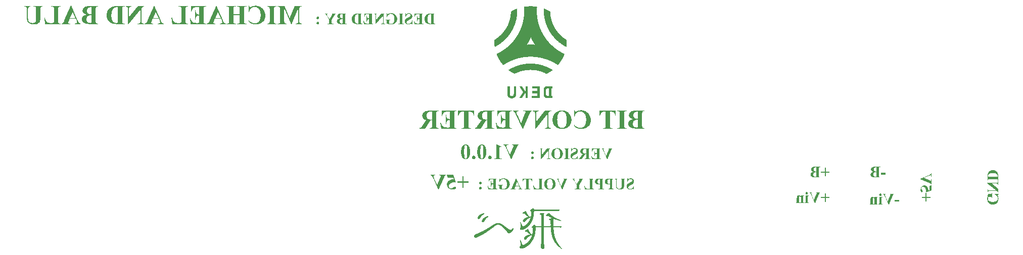
<source format=gbr>
%TF.GenerationSoftware,Altium Limited,Altium Designer,21.4.1 (30)*%
G04 Layer_Color=32896*
%FSLAX45Y45*%
%MOMM*%
%TF.SameCoordinates,DE4E361F-B2E7-428B-8DBD-4CB4FFEE74F0*%
%TF.FilePolarity,Positive*%
%TF.FileFunction,Legend,Bot*%
%TF.Part,Single*%
G01*
G75*
G36*
X22595966Y22859702D02*
X22596786Y22859425D01*
X22607072Y22859564D01*
X22608443Y22859290D01*
X22610226Y22858604D01*
X22612421Y22858055D01*
X22620374Y22858328D01*
X22621196Y22858055D01*
X22623390Y22857507D01*
X22626956Y22857233D01*
X22627779Y22857507D01*
X22629698Y22857233D01*
X22633264Y22856958D01*
X22640120Y22856683D01*
X22641766Y22855586D01*
X22645741Y22855724D01*
X22647388Y22855450D01*
X22648895Y22855038D01*
X22649992Y22854764D01*
X22658771Y22854491D01*
X22659592Y22854216D01*
X22661513Y22853941D01*
X22663982Y22852844D01*
X22668369Y22853119D01*
X22670288Y22852296D01*
X22671385Y22852022D01*
X22678242Y22851747D01*
X22679065Y22851472D01*
X22680162Y22851199D01*
X22680710Y22850650D01*
X22682629Y22849553D01*
X22683591Y22848593D01*
X22683864Y22847496D01*
X22684001Y22842697D01*
X22683453Y22841325D01*
X22683041Y22839816D01*
X22682767Y22829944D01*
X22682494Y22829121D01*
X22682629Y22819659D01*
X22682356Y22818288D01*
X22681396Y22816505D01*
X22681122Y22815408D01*
X22681396Y22811842D01*
X22681122Y22811020D01*
X22681259Y22809512D01*
X22681122Y22808276D01*
X22681396Y22807455D01*
X22681122Y22804712D01*
X22681259Y22790314D01*
X22680710Y22788942D01*
X22680437Y22787845D01*
X22680299Y22787434D01*
X22680573Y22786610D01*
X22681122Y22784691D01*
X22680847Y22783321D01*
X22680299Y22781949D01*
X22680573Y22775916D01*
X22681396Y22774544D01*
X22681122Y22773447D01*
X22680299Y22771527D01*
X22680710Y22770018D01*
X22681396Y22768784D01*
X22681670Y22767686D01*
X22681396Y22766589D01*
X22680299Y22764122D01*
X22680573Y22762476D01*
X22681396Y22760556D01*
X22681122Y22755347D01*
X22681396Y22754523D01*
X22681122Y22747665D01*
X22681396Y22746844D01*
X22681122Y22741084D01*
X22681396Y22740262D01*
X22681944Y22738890D01*
X22682494Y22736971D01*
X22682629Y22734639D01*
X22682494Y22727097D01*
X22682767Y22726274D01*
X22683041Y22722710D01*
X22683316Y22712286D01*
X22683591Y22711464D01*
X22683864Y22710367D01*
X22684138Y22705431D01*
X22684961Y22703511D01*
X22685236Y22702414D01*
X22685510Y22691992D01*
X22685783Y22691170D01*
X22685510Y22687604D01*
X22686880Y22684039D01*
X22686470Y22682530D01*
X22686333Y22679651D01*
X22687704Y22677457D01*
X22687978Y22675537D01*
X22687840Y22674303D01*
X22688115Y22672656D01*
X22688390Y22668269D01*
X22689075Y22665938D01*
X22689349Y22664841D01*
X22689075Y22661275D01*
X22690446Y22658258D01*
X22690721Y22654144D01*
X22690994Y22653322D01*
X22691269Y22648933D01*
X22691818Y22647563D01*
X22692091Y22644547D01*
X22692915Y22643175D01*
X22693188Y22641254D01*
X22693463Y22637415D01*
X22693736Y22636592D01*
X22694560Y22634673D01*
X22694286Y22631931D01*
X22695657Y22630009D01*
X22695930Y22628912D01*
X22695657Y22626170D01*
X22696207Y22624799D01*
X22696480Y22619862D01*
X22698126Y22617393D01*
X22698264Y22616708D01*
X22698399Y22616571D01*
X22698674Y22611086D01*
X22698949Y22610263D01*
X22699496Y22608891D01*
X22699771Y22607796D01*
X22700044Y22604778D01*
X22700868Y22603407D01*
X22701141Y22602310D01*
X22701553Y22599979D01*
X22702103Y22598607D01*
X22702376Y22597510D01*
X22702515Y22596275D01*
X22702238Y22595728D01*
X22702515Y22594905D01*
X22703612Y22592438D01*
X22703885Y22591341D01*
X22704160Y22586403D01*
X22706354Y22581740D01*
X22707039Y22577763D01*
X22707449Y22576530D01*
X22707726Y22575433D01*
X22707999Y22573512D01*
X22708823Y22571593D01*
X22709370Y22569398D01*
X22709782Y22566794D01*
X22710741Y22565285D01*
X22711565Y22563914D01*
X22711838Y22562817D01*
X22712112Y22557059D01*
X22713210Y22555138D01*
X22714034Y22553766D01*
X22714307Y22552669D01*
X22714992Y22548692D01*
X22716776Y22545264D01*
X22717049Y22544167D01*
X22717323Y22542249D01*
X22717598Y22541150D01*
X22718283Y22539368D01*
X22718970Y22538683D01*
X22719518Y22537311D01*
X22720203Y22533060D01*
X22720752Y22531688D01*
X22721437Y22531003D01*
X22721712Y22530453D01*
X22722260Y22529083D01*
X22722672Y22525929D01*
X22722946Y22524832D01*
X22723906Y22523325D01*
X22724728Y22521951D01*
X22725003Y22520033D01*
X22725278Y22517839D01*
X22727197Y22513725D01*
X22727470Y22512628D01*
X22727747Y22510709D01*
X22728157Y22509200D01*
X22729665Y22506320D01*
X22731311Y22502754D01*
X22731586Y22500012D01*
X22732681Y22498915D01*
X22733231Y22496996D01*
X22733916Y22495212D01*
X22735150Y22493155D01*
X22735562Y22490550D01*
X22735835Y22488904D01*
X22736385Y22487534D01*
X22737894Y22486024D01*
X22738441Y22484105D01*
X22738853Y22482596D01*
X22739264Y22481638D01*
X22740361Y22479991D01*
X22740636Y22478894D01*
X22740910Y22476427D01*
X22741870Y22475192D01*
X22742418Y22474918D01*
X22743105Y22474232D01*
X22743378Y22473135D01*
X22743652Y22471214D01*
X22743927Y22469569D01*
X22745024Y22467650D01*
X22745572Y22467101D01*
X22746532Y22464494D01*
X22747903Y22462302D01*
X22748315Y22461067D01*
X22748589Y22459970D01*
X22748863Y22458051D01*
X22749823Y22456816D01*
X22750372Y22456541D01*
X22751057Y22455856D01*
X22751332Y22453114D01*
X22752155Y22451743D01*
X22753799Y22450371D01*
X22754074Y22447627D01*
X22754486Y22446120D01*
X22755444Y22444612D01*
X22756268Y22443790D01*
X22756818Y22441595D01*
X22757365Y22440224D01*
X22758737Y22438852D01*
X22759285Y22437482D01*
X22759560Y22436385D01*
X22759834Y22435013D01*
X22761205Y22433641D01*
X22761479Y22433093D01*
X22762029Y22431721D01*
X22762439Y22430212D01*
X22763947Y22428705D01*
X22764496Y22427335D01*
X22765182Y22424454D01*
X22766415Y22423219D01*
X22766690Y22422672D01*
X22767238Y22421300D01*
X22767650Y22419791D01*
X22768060Y22419380D01*
X22768335Y22418831D01*
X22769432Y22417734D01*
X22769844Y22416226D01*
X22770119Y22414854D01*
X22770667Y22413483D01*
X22771626Y22412798D01*
X22771901Y22412250D01*
X22773273Y22409781D01*
X22774644Y22408411D01*
X22774918Y22407314D01*
X22775465Y22404845D01*
X22776427Y22403885D01*
X22776974Y22403610D01*
X22778209Y22401553D01*
X22780128Y22397440D01*
X22780676Y22396068D01*
X22780951Y22395520D01*
X22782597Y22393874D01*
X22783145Y22392503D01*
X22783420Y22390582D01*
X22784654Y22389075D01*
X22785339Y22388390D01*
X22786024Y22386606D01*
X22786711Y22385646D01*
X22787122Y22385236D01*
X22787671Y22384961D01*
X22790550Y22379340D01*
X22791100Y22377966D01*
X22791373Y22377419D01*
X22793019Y22375774D01*
X22793704Y22373990D01*
X22794664Y22372482D01*
X22795761Y22371385D01*
X22796036Y22370836D01*
X22797408Y22368642D01*
X22798230Y22366724D01*
X22799190Y22364117D01*
X22799875Y22363158D01*
X22800835Y22362473D01*
X22802206Y22359454D01*
X22802756Y22359181D01*
X22803716Y22358220D01*
X22804263Y22356850D01*
X22805086Y22355478D01*
X22806183Y22354381D01*
X22806458Y22353831D01*
X22807829Y22351364D01*
X22809200Y22349992D01*
X22809747Y22348622D01*
X22810983Y22347113D01*
X22811394Y22346703D01*
X22813039Y22343684D01*
X22813451Y22343274D01*
X22813863Y22343137D01*
X22814136Y22342587D01*
X22815508Y22340120D01*
X22816605Y22339023D01*
X22817564Y22336417D01*
X22818661Y22335320D01*
X22819209Y22335046D01*
X22819896Y22333537D01*
X22820993Y22331618D01*
X22822090Y22330521D01*
X22822775Y22328738D01*
X22824834Y22326682D01*
X22825381Y22325310D01*
X22825655Y22324760D01*
X22827849Y22322568D01*
X22828123Y22322018D01*
X22828946Y22321196D01*
X22829221Y22320647D01*
X22830865Y22317630D01*
X22831277Y22317220D01*
X22831825Y22316945D01*
X22832787Y22315985D01*
X22833060Y22314888D01*
X22834431Y22312968D01*
X22835254Y22312144D01*
X22835529Y22311047D01*
X22836214Y22310088D01*
X22836763Y22309814D01*
X22838271Y22308580D01*
X22839368Y22306660D01*
X22840465Y22305836D01*
X22841014Y22304466D01*
X22841837Y22303094D01*
X22842659Y22302272D01*
X22842934Y22301723D01*
X22844031Y22299805D01*
X22844716Y22299118D01*
X22845265Y22298843D01*
X22846225Y22297884D01*
X22847047Y22296513D01*
X22848419Y22295142D01*
X22848967Y22293770D01*
X22849242Y22293222D01*
X22850476Y22291713D01*
X22851984Y22290479D01*
X22852808Y22289656D01*
X22853081Y22289108D01*
X22854178Y22287189D01*
X22854590Y22286502D01*
X22855138Y22286227D01*
X22856647Y22284995D01*
X22857742Y22283073D01*
X22858704Y22282388D01*
X22859116Y22281976D01*
X22860075Y22279372D01*
X22861172Y22278275D01*
X22861720Y22278000D01*
X22862405Y22277315D01*
X22862680Y22276765D01*
X22864052Y22275395D01*
X22865149Y22273476D01*
X22865834Y22272789D01*
X22866383Y22272514D01*
X22867068Y22271829D01*
X22868166Y22269910D01*
X22871045Y22267030D01*
X22871594Y22266756D01*
X22872279Y22266071D01*
X22872964Y22264287D01*
X22873650Y22263327D01*
X22875571Y22261407D01*
X22875845Y22260860D01*
X22876256Y22260448D01*
X22876804Y22260173D01*
X22878587Y22258391D01*
X22878860Y22257841D01*
X22879958Y22256744D01*
X22881055Y22254825D01*
X22881467Y22254414D01*
X22882014Y22254140D01*
X22883249Y22252905D01*
X22883524Y22252357D01*
X22883936Y22251945D01*
X22884483Y22251672D01*
X22885445Y22250986D01*
X22885718Y22250436D01*
X22887090Y22248518D01*
X22892163Y22243443D01*
X22892711Y22243169D01*
X22893123Y22242758D01*
X22893398Y22242210D01*
X22898608Y22237000D01*
X22899979Y22234531D01*
X22901900Y22232611D01*
X22902173Y22232062D01*
X22902859Y22231377D01*
X22903407Y22231102D01*
X22906836Y22227673D01*
X22907111Y22227126D01*
X22908618Y22225616D01*
X22909167Y22225343D01*
X22914789Y22219720D01*
X22915063Y22219173D01*
X22918765Y22215469D01*
X22919315Y22215195D01*
X22921097Y22213412D01*
X22921234Y22213000D01*
X22921783Y22212727D01*
X22924251Y22211356D01*
X22927679Y22207927D01*
X22927953Y22207379D01*
X22928365Y22206969D01*
X22928914Y22206693D01*
X22930696Y22204910D01*
X22930969Y22204362D01*
X22931383Y22203951D01*
X22931931Y22203676D01*
X22934125Y22201482D01*
X22934673Y22201208D01*
X22935085Y22200797D01*
X22935358Y22200249D01*
X22936044Y22199562D01*
X22937827Y22198602D01*
X22938101Y22198055D01*
X22939336Y22196545D01*
X22939883Y22196271D01*
X22941118Y22195036D01*
X22941393Y22194489D01*
X22941803Y22194077D01*
X22942352Y22193803D01*
X22943312Y22193117D01*
X22943587Y22192569D01*
X22944547Y22191335D01*
X22947014Y22189963D01*
X22955791Y22181187D01*
X22957162Y22180640D01*
X22958533Y22179816D01*
X22959219Y22179131D01*
X22959492Y22178581D01*
X22960727Y22177348D01*
X22961276Y22177074D01*
X22962099Y22175977D01*
X22964018Y22174879D01*
X22964703Y22174194D01*
X22964978Y22173645D01*
X22965665Y22172958D01*
X22967584Y22171861D01*
X22969229Y22170216D01*
X22969778Y22169943D01*
X22970189Y22169531D01*
X22970464Y22168983D01*
X22971423Y22168024D01*
X22972795Y22167474D01*
X22974577Y22166515D01*
X22974852Y22165965D01*
X22978006Y22162811D01*
X22981023Y22161166D01*
X22981845Y22160344D01*
X22982394Y22160069D01*
X22983627Y22158835D01*
X22983902Y22158287D01*
X22984589Y22157600D01*
X22985959Y22157053D01*
X22987331Y22156230D01*
X22988976Y22154584D01*
X22990758Y22153899D01*
X22991718Y22153214D01*
X22992542Y22152390D01*
X22992952Y22152254D01*
X22993089Y22151842D01*
X22993501Y22151704D01*
X22993774Y22151157D01*
X22995284Y22149648D01*
X22996655Y22149100D01*
X22997205Y22148825D01*
X22998438Y22147865D01*
X22998712Y22147316D01*
X23001044Y22145808D01*
X23001456Y22145396D01*
X23001729Y22144849D01*
X23002139Y22144162D01*
X23005157Y22142517D01*
X23006255Y22141420D01*
X23007352Y22141145D01*
X23008859Y22139912D01*
X23009819Y22138953D01*
X23011191Y22138403D01*
X23012563Y22137579D01*
X23016402Y22133742D01*
X23018184Y22133055D01*
X23019144Y22132370D01*
X23019830Y22131409D01*
X23022984Y22129626D01*
X23023532Y22129079D01*
X23024081Y22128804D01*
X23027098Y22127158D01*
X23027783Y22126199D01*
X23028195Y22125787D01*
X23029565Y22125240D01*
X23031487Y22124142D01*
X23032034Y22123318D01*
X23033954Y22122496D01*
X23034503Y22122221D01*
X23036148Y22120576D01*
X23039165Y22118932D01*
X23039989Y22118108D01*
X23042868Y22116600D01*
X23043143Y22116051D01*
X23043826Y22115366D01*
X23045200Y22114816D01*
X23045747Y22114543D01*
X23047256Y22113309D01*
X23047942Y22112624D01*
X23050134Y22111800D01*
X23052055Y22109880D01*
X23053838Y22109195D01*
X23054797Y22108508D01*
X23055347Y22107686D01*
X23057266Y22106863D01*
X23058363Y22106589D01*
X23060558Y22105219D01*
X23063574Y22103572D01*
X23065221Y22101927D01*
X23066318Y22101653D01*
X23067688Y22100830D01*
X23068785Y22099733D01*
X23069333Y22099458D01*
X23071252Y22098636D01*
X23073036Y22097951D01*
X23073447Y22097539D01*
X23077013Y22095619D01*
X23077698Y22094659D01*
X23078110Y22094247D01*
X23079482Y22093700D01*
X23081401Y22092603D01*
X23082498Y22091505D01*
X23085925Y22090271D01*
X23087572Y22089174D01*
X23089903Y22087939D01*
X23091821Y22086020D01*
X23093742Y22085745D01*
X23095251Y22085333D01*
X23095799Y22084785D01*
X23096072Y22084238D01*
X23096759Y22083551D01*
X23098541Y22082866D01*
X23099503Y22082179D01*
X23101147Y22081084D01*
X23102245Y22080809D01*
X23104027Y22080122D01*
X23104987Y22079437D01*
X23105811Y22078615D01*
X23106908Y22078342D01*
X23108688Y22077930D01*
X23110197Y22076968D01*
X23111569Y22075598D01*
X23113489Y22074776D01*
X23114586Y22074501D01*
X23116505Y22073404D01*
X23119522Y22072034D01*
X23121991Y22070660D01*
X23127750Y22067644D01*
X23130766Y22066273D01*
X23133784Y22064629D01*
X23135704Y22063805D01*
X23138721Y22062434D01*
X23139818Y22062160D01*
X23141190Y22061337D01*
X23142287Y22060240D01*
X23142834Y22059966D01*
X23143246Y22059554D01*
X23143794Y22058183D01*
X23143520Y22055989D01*
X23142970Y22054617D01*
X23141325Y22051051D01*
X23141052Y22049956D01*
X23139955Y22048035D01*
X23138858Y22046938D01*
X23138309Y22044743D01*
X23138036Y22041727D01*
X23136115Y22038710D01*
X23135841Y22038162D01*
X23135292Y22036790D01*
X23134607Y22035008D01*
X23134195Y22034596D01*
X23133647Y22033224D01*
X23133372Y22032127D01*
X23132687Y22030347D01*
X23130904Y22028563D01*
X23130630Y22026643D01*
X23130219Y22024037D01*
X23129533Y22023077D01*
X23128162Y22021707D01*
X23127612Y22019511D01*
X23127202Y22017731D01*
X23125830Y22015536D01*
X23125145Y22014027D01*
X23124323Y22011833D01*
X23122951Y22009914D01*
X23122401Y22008542D01*
X23121442Y22005937D01*
X23120345Y22004291D01*
X23116643Y21996748D01*
X23113351Y21990440D01*
X23111707Y21986876D01*
X23111021Y21985094D01*
X23110609Y21984682D01*
X23110335Y21984132D01*
X23108688Y21981116D01*
X23108005Y21980431D01*
X23107455Y21980156D01*
X23106084Y21977414D01*
X23105124Y21976454D01*
X23104849Y21975906D01*
X23104301Y21974535D01*
X23103889Y21973026D01*
X23103477Y21972066D01*
X23101833Y21970419D01*
X23101283Y21969049D01*
X23101010Y21967952D01*
X23099365Y21964935D01*
X23097993Y21963016D01*
X23097719Y21962466D01*
X23096896Y21961919D01*
X23096072Y21959998D01*
X23095251Y21958627D01*
X23094839Y21958215D01*
X23094427Y21958080D01*
X23094154Y21957530D01*
X23093330Y21955611D01*
X23092645Y21953828D01*
X23092233Y21953416D01*
X23091960Y21952869D01*
X23090314Y21949850D01*
X23088669Y21948206D01*
X23087984Y21946423D01*
X23086612Y21944777D01*
X23085378Y21942720D01*
X23085103Y21942172D01*
X23083733Y21940800D01*
X23083183Y21939429D01*
X23082086Y21937509D01*
X23080989Y21936412D01*
X23079482Y21933533D01*
X23078932Y21933258D01*
X23078247Y21932573D01*
X23077698Y21931203D01*
X23076875Y21929829D01*
X23075778Y21928732D01*
X23074818Y21926128D01*
X23074271Y21925578D01*
X23073721Y21925305D01*
X23072487Y21924345D01*
X23071664Y21922424D01*
X23070842Y21921054D01*
X23070155Y21920094D01*
X23069608Y21919820D01*
X23067825Y21918037D01*
X23067276Y21916666D01*
X23067001Y21916116D01*
X23066318Y21915157D01*
X23065768Y21914883D01*
X23065356Y21914471D01*
X23063712Y21911455D01*
X23062065Y21909808D01*
X23061790Y21909261D01*
X23059871Y21907341D01*
X23059186Y21905557D01*
X23058363Y21904462D01*
X23057814Y21904187D01*
X23056580Y21903227D01*
X23054662Y21899661D01*
X23054250Y21898976D01*
X23053700Y21898701D01*
X23049451Y21894450D01*
X23047804Y21891434D01*
X23047392Y21891023D01*
X23046844Y21890749D01*
X23044238Y21888142D01*
X23043690Y21886772D01*
X23042868Y21885400D01*
X23041222Y21883755D01*
X23040948Y21883206D01*
X23040262Y21882521D01*
X23039713Y21882246D01*
X23038754Y21881287D01*
X23038480Y21880737D01*
X23037245Y21879504D01*
X23036697Y21879230D01*
X23036285Y21878818D01*
X23035738Y21877448D01*
X23034641Y21875526D01*
X23034229Y21875116D01*
X23033681Y21874841D01*
X23032309Y21874294D01*
X23030389Y21874567D01*
X23028333Y21876076D01*
X23028058Y21876624D01*
X23026276Y21877583D01*
X23024355Y21878680D01*
X23023257Y21879778D01*
X23021887Y21880327D01*
X23020515Y21881149D01*
X23019144Y21882521D01*
X23016127Y21884166D01*
X23015030Y21885263D01*
X23013660Y21885812D01*
X23011876Y21886497D01*
X23009819Y21887730D01*
X23008037Y21888417D01*
X23005980Y21890474D01*
X23004198Y21891161D01*
X23003236Y21891846D01*
X23002139Y21892941D01*
X23000769Y21893491D01*
X23000220Y21893765D01*
X22998985Y21894725D01*
X22998712Y21895274D01*
X22998302Y21895685D01*
X22996381Y21896234D01*
X22994736Y21896507D01*
X22992815Y21898428D01*
X22991032Y21899113D01*
X22990073Y21899799D01*
X22988976Y21900896D01*
X22987878Y21901170D01*
X22986507Y21901993D01*
X22985822Y21902679D01*
X22985548Y21903227D01*
X22985136Y21903638D01*
X22982942Y21904187D01*
X22981570Y21904462D01*
X22979651Y21906381D01*
X22978143Y21906792D01*
X22977184Y21907478D01*
X22976086Y21908575D01*
X22974165Y21909125D01*
X22972656Y21909535D01*
X22971698Y21910220D01*
X22970599Y21911317D01*
X22968681Y21912141D01*
X22966898Y21912827D01*
X22966487Y21913239D01*
X22965938Y21913512D01*
X22962921Y21915157D01*
X22961276Y21916803D01*
X22959082Y21917351D01*
X22957710Y21917625D01*
X22956750Y21918587D01*
X22956613Y21918997D01*
X22956065Y21919270D01*
X22953596Y21920642D01*
X22952499Y21921739D01*
X22950305Y21922289D01*
X22948523Y21922974D01*
X22947289Y21924208D01*
X22945917Y21924756D01*
X22944135Y21925168D01*
X22942625Y21926128D01*
X22942078Y21926675D01*
X22941528Y21926950D01*
X22940158Y21927499D01*
X22939061Y21927773D01*
X22937141Y21928870D01*
X22936044Y21929967D01*
X22933713Y21930379D01*
X22932205Y21931339D01*
X22931108Y21932436D01*
X22930011Y21932710D01*
X22928091Y21932983D01*
X22926445Y21933258D01*
X22925485Y21933945D01*
X22925211Y21934492D01*
X22924525Y21935178D01*
X22922331Y21935727D01*
X22920959Y21936002D01*
X22919040Y21937921D01*
X22916846Y21938469D01*
X22914789Y21938881D01*
X22913144Y21939978D01*
X22910812Y21941212D01*
X22909030Y21941898D01*
X22907658Y21942445D01*
X22907246Y21942857D01*
X22906699Y21943132D01*
X22904230Y21944229D01*
X22900665Y21945874D01*
X22899568Y21946149D01*
X22897374Y21946423D01*
X22895180Y21948618D01*
X22893260Y21948891D01*
X22891476Y21949303D01*
X22888599Y21950810D01*
X22886678Y21951360D01*
X22884210Y21952731D01*
X22883661Y21953279D01*
X22882291Y21953828D01*
X22879958Y21954239D01*
X22878587Y21954514D01*
X22877216Y21955061D01*
X22875433Y21956023D01*
X22873512Y21956570D01*
X22872142Y21957393D01*
X22870497Y21958490D01*
X22866931Y21958765D01*
X22865559Y21959312D01*
X22864462Y21959587D01*
X22862543Y21961507D01*
X22860623Y21961781D01*
X22859526Y21962054D01*
X22857332Y21962331D01*
X22855412Y21963428D01*
X22853493Y21964249D01*
X22852396Y21964523D01*
X22849789Y21964935D01*
X22847459Y21966170D01*
X22846088Y21966718D01*
X22844991Y21966992D01*
X22841151Y21967815D01*
X22838957Y21969186D01*
X22837448Y21969597D01*
X22835803Y21969872D01*
X22833609Y21970419D01*
X22832237Y21970969D01*
X22831825Y21971381D01*
X22830455Y21971928D01*
X22829358Y21972203D01*
X22827576Y21972888D01*
X22826614Y21973573D01*
X22826341Y21974123D01*
X22825793Y21974397D01*
X22824422Y21974945D01*
X22820033Y21975220D01*
X22818388Y21976865D01*
X22817291Y21977139D01*
X22815372Y21976865D01*
X22813998Y21977414D01*
X22811668Y21977824D01*
X22810159Y21978236D01*
X22806046Y21980156D01*
X22804126Y21980431D01*
X22803029Y21980705D01*
X22798915Y21980978D01*
X22796996Y21982350D01*
X22795076Y21982899D01*
X22791647Y21983310D01*
X22791235Y21983722D01*
X22790688Y21983997D01*
X22789316Y21984544D01*
X22786024Y21984819D01*
X22784654Y21985367D01*
X22783557Y21985641D01*
X22781363Y21985916D01*
X22779443Y21987286D01*
X22778209Y21987424D01*
X22776152Y21987286D01*
X22775330Y21987561D01*
X22773409Y21988110D01*
X22772311Y21988383D01*
X22770531Y21988795D01*
X22768472Y21990030D01*
X22764359Y21990305D01*
X22762987Y21990852D01*
X22760519Y21991127D01*
X22758325Y21992497D01*
X22757228Y21992772D01*
X22755309Y21992497D01*
X22753526Y21993184D01*
X22751332Y21993732D01*
X22746944Y21994006D01*
X22745572Y21994556D01*
X22745161Y21994966D01*
X22742693Y21996063D01*
X22737207Y21996338D01*
X22735287Y21997435D01*
X22733916Y21997983D01*
X22729802Y21998257D01*
X22728979Y21998532D01*
X22726237Y21998807D01*
X22721849Y21999080D01*
X22720203Y21999355D01*
X22717735Y22000452D01*
X22714992Y22000726D01*
X22713622Y22001274D01*
X22708685Y22001549D01*
X22707314Y22002097D01*
X22705394Y22002921D01*
X22704295Y22003194D01*
X22700044Y22003056D01*
X22697714Y22004018D01*
X22692229Y22004291D01*
X22691406Y22004565D01*
X22687018Y22004291D01*
X22685921Y22004565D01*
X22685098Y22005388D01*
X22683727Y22005937D01*
X22681807Y22005663D01*
X22680437Y22005937D01*
X22678516Y22006760D01*
X22673032Y22006485D01*
X22672208Y22006760D01*
X22671111Y22007034D01*
X22669466Y22007307D01*
X22668643Y22007034D01*
X22666312Y22006897D01*
X22665215Y22007172D01*
X22663158Y22008405D01*
X22659181Y22008269D01*
X22657809Y22008542D01*
X22655478Y22009229D01*
X22647800Y22009502D01*
X22646977Y22009776D01*
X22639709Y22009639D01*
X22638612Y22009914D01*
X22636279Y22010873D01*
X22635184Y22011147D01*
X22625859Y22010873D01*
X22623390Y22011147D01*
X22622018Y22011696D01*
X22618454Y22011971D01*
X22611459Y22011833D01*
X22604466Y22011971D01*
X22603644Y22011696D01*
X22602547Y22011971D01*
X22599255Y22012245D01*
X22598433Y22011971D01*
X22589931Y22012245D01*
X22583350Y22012518D01*
X22580881Y22013615D01*
X22575670Y22013342D01*
X22573750Y22012518D01*
X22572653Y22012245D01*
X22552769Y22012383D01*
X22551672Y22012106D01*
X22547969Y22011971D01*
X22547147Y22012245D01*
X22544405Y22011971D01*
X22539330Y22011833D01*
X22536452Y22011971D01*
X22535628Y22011696D01*
X22528772Y22011971D01*
X22526852Y22011147D01*
X22525343Y22010736D01*
X22523698Y22011011D01*
X22522189Y22011147D01*
X22521365Y22010873D01*
X22519035Y22011011D01*
X22517938Y22010736D01*
X22515059Y22009502D01*
X22510670Y22009776D01*
X22506557Y22009502D01*
X22505734Y22009229D01*
X22495860Y22008952D01*
X22495038Y22008679D01*
X22493941Y22008405D01*
X22492021Y22008131D01*
X22490924Y22008405D01*
X22488457Y22008131D01*
X22487907Y22007582D01*
X22485986Y22007034D01*
X22479678Y22006760D01*
X22478856Y22006485D01*
X22473647Y22006760D01*
X22472823Y22006485D01*
X22470903Y22005937D01*
X22469806Y22005663D01*
X22467886Y22005388D01*
X22465417Y22004291D01*
X22460756Y22004565D01*
X22459933Y22004291D01*
X22458012Y22004018D01*
X22453899Y22003743D01*
X22451979Y22002921D01*
X22447043Y22003194D01*
X22446494Y22002646D01*
X22445946Y22002371D01*
X22444574Y22001823D01*
X22440462Y22001549D01*
X22439638Y22001274D01*
X22434975Y22000999D01*
X22433604Y22000452D01*
X22430586Y22000177D01*
X22430038Y21999629D01*
X22428119Y21999080D01*
X22423730Y21998807D01*
X22422908Y21998532D01*
X22418794Y21998257D01*
X22417970Y21997983D01*
X22415366Y21997572D01*
X22412486Y21996338D01*
X22410567Y21996063D01*
X22405904Y21995789D01*
X22403984Y21994691D01*
X22403436Y21994144D01*
X22402339Y21993869D01*
X22397676Y21993594D01*
X22396854Y21993321D01*
X22394112Y21992497D01*
X22391917Y21992772D01*
X22389723Y21991402D01*
X22387804Y21990852D01*
X22382591Y21990578D01*
X22380399Y21989207D01*
X22377657Y21988383D01*
X22375735Y21988110D01*
X22372446Y21987286D01*
X22369975Y21986739D01*
X22368605Y21986189D01*
X22366685Y21985641D01*
X22364079Y21985229D01*
X22360651Y21983447D01*
X22359554Y21983173D01*
X22357635Y21982899D01*
X22353522Y21982625D01*
X22351053Y21981253D01*
X22349681Y21980705D01*
X22347762Y21980431D01*
X22345979Y21980019D01*
X22342551Y21978236D01*
X22338985Y21977962D01*
X22336380Y21977551D01*
X22335283Y21977277D01*
X22333911Y21976727D01*
X22331854Y21975494D01*
X22329523Y21975082D01*
X22327878Y21974808D01*
X22326508Y21974260D01*
X22324861Y21973163D01*
X22323352Y21972751D01*
X22321432Y21972478D01*
X22319376Y21972066D01*
X22318004Y21971516D01*
X22317046Y21970831D01*
X22315125Y21970009D01*
X22313205Y21969736D01*
X22310326Y21969049D01*
X22308681Y21967952D01*
X22307446Y21967542D01*
X22306349Y21967265D01*
X22304430Y21966992D01*
X22302646Y21966306D01*
X22300589Y21965073D01*
X22299492Y21964798D01*
X22297572Y21964523D01*
X22295378Y21964249D01*
X22293871Y21963016D01*
X22292909Y21962054D01*
X22291127Y21961644D01*
X22288933Y21960822D01*
X22288522Y21960410D01*
X22287973Y21960136D01*
X22286601Y21959587D01*
X22282625Y21958900D01*
X22279198Y21957120D01*
X22277277Y21956845D01*
X22276180Y21956570D01*
X22274809Y21955748D01*
X22273438Y21954376D01*
X22271243Y21953828D01*
X22268774Y21953554D01*
X22263016Y21950536D01*
X22261096Y21949165D01*
X22259177Y21948891D01*
X22258080Y21948618D01*
X22255611Y21948341D01*
X22255061Y21947794D01*
X22254651Y21947656D01*
X22254378Y21947108D01*
X22253691Y21946423D01*
X22250400Y21945599D01*
X22247656Y21943954D01*
X22246561Y21943680D01*
X22244366Y21943407D01*
X22242857Y21942172D01*
X22241898Y21941212D01*
X22240800Y21940938D01*
X22237921Y21940526D01*
X22236414Y21939566D01*
X22235590Y21938744D01*
X22234219Y21938194D01*
X22232710Y21937784D01*
X22229831Y21936275D01*
X22228734Y21936002D01*
X22222974Y21933258D01*
X22220644Y21932848D01*
X22219272Y21932024D01*
X22218997Y21931476D01*
X22218037Y21930516D01*
X22215021Y21930241D01*
X22213512Y21928732D01*
X22213374Y21928322D01*
X22212004Y21927773D01*
X22209535Y21927499D01*
X22208575Y21926540D01*
X22208301Y21925990D01*
X22207616Y21925305D01*
X22206519Y21925031D01*
X22204324Y21924756D01*
X22203639Y21924345D01*
X22203365Y21923796D01*
X22202815Y21923248D01*
X22202679Y21922836D01*
X22201582Y21922562D01*
X22199388Y21922289D01*
X22198154Y21921329D01*
X22197881Y21920779D01*
X22197194Y21920094D01*
X22196097Y21919820D01*
X22193629Y21919545D01*
X22192670Y21918587D01*
X22192395Y21918037D01*
X22191708Y21917351D01*
X22189926Y21916666D01*
X22187045Y21915157D01*
X22185127Y21914336D01*
X22184578Y21914059D01*
X22183070Y21912827D01*
X22182658Y21912415D01*
X22181287Y21911867D01*
X22180737Y21911592D01*
X22178545Y21909398D01*
X22175528Y21909125D01*
X22173334Y21906931D01*
X22167026Y21903912D01*
X22165654Y21903090D01*
X22164557Y21901993D01*
X22163187Y21901443D01*
X22161266Y21900346D01*
X22160855Y21899936D01*
X22160718Y21899525D01*
X22160168Y21899249D01*
X22159346Y21898976D01*
X22158249Y21898701D01*
X22156879Y21898428D01*
X22155917Y21897469D01*
X22155644Y21896919D01*
X22155232Y21896507D01*
X22153313Y21895685D01*
X22152763Y21895412D01*
X22151256Y21894177D01*
X22150844Y21893765D01*
X22148924Y21893217D01*
X22147417Y21892805D01*
X22146455Y21892120D01*
X22145358Y21891023D01*
X22143576Y21890337D01*
X22141794Y21888554D01*
X22140424Y21888007D01*
X22139874Y21887730D01*
X22138640Y21886772D01*
X22138503Y21886360D01*
X22137955Y21886086D01*
X22136583Y21885538D01*
X22135213Y21884715D01*
X22133566Y21883069D01*
X22131784Y21882384D01*
X22130275Y21880875D01*
X22128081Y21880052D01*
X22127121Y21879367D01*
X22126846Y21878818D01*
X22125887Y21877858D01*
X22124104Y21877173D01*
X22123145Y21876488D01*
X22122047Y21875391D01*
X22119443Y21874429D01*
X22117934Y21874019D01*
X22115465Y21875391D01*
X22114780Y21875801D01*
X22114505Y21876350D01*
X22113683Y21877173D01*
X22113545Y21877583D01*
X22112997Y21877858D01*
X22111488Y21879367D01*
X22110803Y21881149D01*
X22110117Y21882109D01*
X22109431Y21882796D01*
X22108884Y21883069D01*
X22108197Y21884029D01*
X22106825Y21885400D01*
X22105592Y21887730D01*
X22105043Y21888007D01*
X22103809Y21888966D01*
X22103535Y21889514D01*
X22102301Y21891296D01*
X22101752Y21891571D01*
X22101341Y21891983D01*
X22101067Y21892531D01*
X22099557Y21894040D01*
X22099010Y21894315D01*
X22098598Y21894725D01*
X22098050Y21896095D01*
X22096953Y21898016D01*
X22096541Y21898428D01*
X22095993Y21898701D01*
X22093387Y21901308D01*
X22092702Y21903090D01*
X22091330Y21904735D01*
X22088177Y21907889D01*
X22086531Y21910905D01*
X22085571Y21911867D01*
X22085023Y21912141D01*
X22084064Y21913100D01*
X22082143Y21916666D01*
X22081183Y21917625D01*
X22080635Y21917900D01*
X22080223Y21918311D01*
X22079675Y21919682D01*
X22078577Y21921602D01*
X22077756Y21922424D01*
X22076109Y21925443D01*
X22075150Y21926128D01*
X22073915Y21928459D01*
X22072681Y21929967D01*
X22071996Y21931476D01*
X22071173Y21932848D01*
X22069527Y21934492D01*
X22067880Y21937509D01*
X22067059Y21938332D01*
X22066510Y21939703D01*
X22066235Y21940253D01*
X22065550Y21941212D01*
X22065002Y21941486D01*
X22064316Y21942172D01*
X22063768Y21943542D01*
X22063493Y21944640D01*
X22061848Y21946286D01*
X22061299Y21947656D01*
X22061024Y21948206D01*
X22060614Y21948891D01*
X22060065Y21949165D01*
X22059105Y21950125D01*
X22057460Y21953142D01*
X22056363Y21954239D01*
X22055951Y21955748D01*
X22055266Y21956706D01*
X22054854Y21957120D01*
X22054306Y21957393D01*
X22053894Y21957803D01*
X22053072Y21959724D01*
X22052797Y21960274D01*
X22051427Y21962466D01*
X22050740Y21964249D01*
X22049780Y21965758D01*
X22048409Y21967677D01*
X22048135Y21968774D01*
X22047723Y21970557D01*
X22047038Y21971516D01*
X22045941Y21972614D01*
X22045255Y21974397D01*
X22044569Y21975357D01*
X22042924Y21977003D01*
X22040730Y21981665D01*
X22040181Y21983035D01*
X22039359Y21984407D01*
X22037987Y21985779D01*
X22037439Y21987973D01*
X22037029Y21989481D01*
X22035245Y21991264D01*
X22034834Y21993321D01*
X22033873Y21994829D01*
X22032776Y21995926D01*
X22032365Y21997435D01*
X22032091Y21999080D01*
X22031131Y22000587D01*
X22030309Y22001411D01*
X22029074Y22004840D01*
X22028114Y22005800D01*
X22027840Y22006348D01*
X22027017Y22008269D01*
X22026743Y22010188D01*
X22024823Y22012106D01*
X22024274Y22014301D01*
X22022629Y22017867D01*
X22020709Y22021432D01*
X22019612Y22023901D01*
X22018925Y22027054D01*
X22018515Y22027466D01*
X22018240Y22028014D01*
X22017281Y22028700D01*
X22016595Y22030482D01*
X22016321Y22033499D01*
X22015086Y22035008D01*
X22014401Y22035693D01*
X22013853Y22037065D01*
X22013441Y22038847D01*
X22011659Y22042276D01*
X22011385Y22044196D01*
X22011110Y22046388D01*
X22009875Y22047897D01*
X22009190Y22048859D01*
X22008366Y22050778D01*
X22008093Y22052423D01*
X22006721Y22054617D01*
X22005899Y22057359D01*
X22006174Y22059280D01*
X22008505Y22061610D01*
X22009875Y22062160D01*
X22010973Y22062434D01*
X22012756Y22063120D01*
X22016595Y22065039D01*
X22022766Y22068193D01*
X22027428Y22070387D01*
X22029349Y22071484D01*
X22031816Y22072581D01*
X22033736Y22073679D01*
X22034285Y22074226D01*
X22035657Y22074776D01*
X22037164Y22075188D01*
X22039359Y22076558D01*
X22040318Y22077518D01*
X22042238Y22078065D01*
X22044022Y22078752D01*
X22045529Y22080260D01*
X22046901Y22080809D01*
X22049095Y22081084D01*
X22050603Y22082317D01*
X22051015Y22082729D01*
X22053484Y22084100D01*
X22053894Y22084511D01*
X22054169Y22085060D01*
X22054581Y22085471D01*
X22056500Y22085745D01*
X22057870Y22086020D01*
X22059380Y22087254D01*
X22059654Y22087802D01*
X22061436Y22088763D01*
X22063356Y22089861D01*
X22065825Y22090958D01*
X22067197Y22091505D01*
X22068704Y22092738D01*
X22069389Y22093425D01*
X22070898Y22093835D01*
X22071858Y22094522D01*
X22072543Y22095209D01*
X22072818Y22095757D01*
X22073228Y22096167D01*
X22076520Y22096716D01*
X22077480Y22097401D01*
X22077756Y22097951D01*
X22078439Y22098636D01*
X22079813Y22099184D01*
X22081183Y22100008D01*
X22082005Y22100830D01*
X22082555Y22101105D01*
X22085023Y22102475D01*
X22085434Y22102887D01*
X22085709Y22103435D01*
X22086121Y22103847D01*
X22089136Y22105492D01*
X22091055Y22106316D01*
X22092839Y22107001D01*
X22094347Y22107961D01*
X22095171Y22108783D01*
X22095718Y22109058D01*
X22098735Y22110703D01*
X22099422Y22111662D01*
X22101752Y22112897D01*
X22102576Y22113721D01*
X22103123Y22113994D01*
X22103671Y22114543D01*
X22105455Y22115228D01*
X22107100Y22116600D01*
X22107787Y22117285D01*
X22109569Y22117970D01*
X22111076Y22119479D01*
X22112997Y22120302D01*
X22113545Y22120576D01*
X22114505Y22121262D01*
X22114780Y22121809D01*
X22115192Y22122221D01*
X22118208Y22123866D01*
X22119031Y22124690D01*
X22119579Y22124963D01*
X22122047Y22126337D01*
X22123419Y22127707D01*
X22124789Y22128255D01*
X22125339Y22128529D01*
X22126846Y22129764D01*
X22127258Y22130174D01*
X22128630Y22130724D01*
X22130000Y22131548D01*
X22131647Y22133192D01*
X22132742Y22133467D01*
X22134251Y22134700D01*
X22137405Y22137856D01*
X22138777Y22138403D01*
X22140559Y22139363D01*
X22140834Y22139912D01*
X22142068Y22141145D01*
X22143166Y22141420D01*
X22144536Y22142242D01*
X22145770Y22143477D01*
X22145908Y22143887D01*
X22146455Y22144162D01*
X22148102Y22145808D01*
X22148650Y22146082D01*
X22150021Y22146631D01*
X22150571Y22146906D01*
X22152490Y22148825D01*
X22153860Y22149373D01*
X22155232Y22150195D01*
X22155917Y22150882D01*
X22156192Y22151430D01*
X22156604Y22151842D01*
X22157152Y22152116D01*
X22159071Y22154036D01*
X22160855Y22154723D01*
X22162912Y22156778D01*
X22163460Y22157053D01*
X22164420Y22158012D01*
X22164694Y22158562D01*
X22165379Y22159247D01*
X22167163Y22159932D01*
X22168808Y22161304D01*
X22171962Y22164458D01*
X22174156Y22165280D01*
X22178545Y22169669D01*
X22181561Y22171313D01*
X22181973Y22171725D01*
X22182246Y22172273D01*
X22184578Y22174605D01*
X22187457Y22176112D01*
X22187732Y22176662D01*
X22188692Y22177896D01*
X22190611Y22178993D01*
X22191298Y22179678D01*
X22191435Y22180090D01*
X22191983Y22180365D01*
X22194450Y22181737D01*
X22200485Y22187769D01*
X22203090Y22189005D01*
X22203365Y22189552D01*
X22204462Y22191472D01*
X22206244Y22193256D01*
X22208163Y22194353D01*
X22208850Y22195036D01*
X22209125Y22195586D01*
X22209810Y22196271D01*
X22210358Y22196545D01*
X22211592Y22197780D01*
X22211867Y22198328D01*
X22212827Y22199287D01*
X22214198Y22200111D01*
X22218860Y22204773D01*
X22219272Y22204910D01*
X22219547Y22205460D01*
X22221054Y22206969D01*
X22221603Y22207242D01*
X22222974Y22208887D01*
X22223523Y22209436D01*
X22224071Y22209711D01*
X22225031Y22210670D01*
X22225305Y22211218D01*
X22226265Y22212178D01*
X22228049Y22212865D01*
X22229008Y22213550D01*
X22229419Y22213960D01*
X22229694Y22214510D01*
X22230106Y22214922D01*
X22230653Y22215195D01*
X22235179Y22219720D01*
X22235452Y22220268D01*
X22237099Y22221640D01*
X22240390Y22224931D01*
X22240665Y22225481D01*
X22241624Y22226166D01*
X22242857Y22227400D01*
X22243132Y22227948D01*
X22244092Y22228635D01*
X22248343Y22232886D01*
X22248618Y22233434D01*
X22249030Y22233846D01*
X22249577Y22234119D01*
X22250262Y22234805D01*
X22250810Y22236176D01*
X22251907Y22238097D01*
X22253142Y22239056D01*
X22253554Y22239194D01*
X22253828Y22239742D01*
X22255336Y22241251D01*
X22255885Y22241524D01*
X22256296Y22241936D01*
X22256570Y22242484D01*
X22257120Y22243031D01*
X22257256Y22243443D01*
X22257805Y22243718D01*
X22263701Y22249615D01*
X22264523Y22250986D01*
X22265485Y22251945D01*
X22266032Y22252220D01*
X22266718Y22252905D01*
X22266994Y22253455D01*
X22267952Y22254414D01*
X22268501Y22254688D01*
X22269186Y22255374D01*
X22270558Y22257841D01*
X22276591Y22263876D01*
X22278101Y22266756D01*
X22278648Y22267030D01*
X22279198Y22267580D01*
X22279745Y22267853D01*
X22280843Y22269498D01*
X22281802Y22270457D01*
X22282077Y22271007D01*
X22283311Y22272514D01*
X22284819Y22273749D01*
X22286601Y22276355D01*
X22287288Y22277040D01*
X22287563Y22277589D01*
X22288248Y22278275D01*
X22288795Y22278549D01*
X22289755Y22279509D01*
X22290579Y22281703D01*
X22290990Y22282388D01*
X22291539Y22282663D01*
X22292497Y22283623D01*
X22293594Y22285542D01*
X22295241Y22286639D01*
X22295790Y22287189D01*
X22296065Y22288284D01*
X22297298Y22289793D01*
X22300179Y22292673D01*
X22300452Y22293222D01*
X22301823Y22295689D01*
X22302235Y22296101D01*
X22302783Y22296376D01*
X22304840Y22300078D01*
X22308405Y22303642D01*
X22308954Y22305016D01*
X22309229Y22305563D01*
X22309641Y22306248D01*
X22310188Y22306523D01*
X22310873Y22307208D01*
X22311148Y22307758D01*
X22312383Y22309540D01*
X22312930Y22309814D01*
X22314165Y22311047D01*
X22315262Y22312968D01*
X22316084Y22313791D01*
X22317731Y22316808D01*
X22319101Y22318179D01*
X22320473Y22320647D01*
X22321570Y22321744D01*
X22321844Y22322293D01*
X22324312Y22324760D01*
X22324586Y22325858D01*
X22325410Y22327229D01*
X22326096Y22327914D01*
X22326643Y22328189D01*
X22327328Y22329698D01*
X22328152Y22331068D01*
X22329523Y22332440D01*
X22330347Y22334634D01*
X22332266Y22336554D01*
X22332951Y22338338D01*
X22333636Y22339297D01*
X22334186Y22339845D01*
X22334460Y22340395D01*
X22335008Y22340942D01*
X22335558Y22342314D01*
X22336243Y22343274D01*
X22336790Y22343549D01*
X22337202Y22343959D01*
X22338025Y22345879D01*
X22338300Y22346426D01*
X22339944Y22348073D01*
X22340906Y22350677D01*
X22341454Y22351227D01*
X22342001Y22351501D01*
X22342688Y22352187D01*
X22343236Y22353558D01*
X22344060Y22354929D01*
X22345430Y22356300D01*
X22346117Y22358084D01*
X22346802Y22359042D01*
X22348174Y22360416D01*
X22348447Y22361513D01*
X22349681Y22363020D01*
X22350368Y22363705D01*
X22350641Y22365627D01*
X22351328Y22367409D01*
X22352835Y22368916D01*
X22353110Y22369466D01*
X22354482Y22371933D01*
X22355579Y22373030D01*
X22355852Y22373579D01*
X22357224Y22376047D01*
X22358321Y22377144D01*
X22359143Y22379063D01*
X22359692Y22380437D01*
X22359966Y22380984D01*
X22362160Y22384824D01*
X22363805Y22386469D01*
X22364354Y22387840D01*
X22365176Y22389212D01*
X22365999Y22390034D01*
X22366548Y22391406D01*
X22366821Y22393051D01*
X22368056Y22394560D01*
X22368742Y22395245D01*
X22369565Y22397165D01*
X22370251Y22398949D01*
X22371484Y22401279D01*
X22372581Y22403198D01*
X22373541Y22404160D01*
X22373953Y22404295D01*
X22374226Y22404845D01*
X22374503Y22405667D01*
X22374776Y22406764D01*
X22375050Y22408411D01*
X22376010Y22409370D01*
X22376558Y22409644D01*
X22376970Y22410056D01*
X22377657Y22411838D01*
X22378615Y22413345D01*
X22379437Y22414169D01*
X22379849Y22415952D01*
X22380399Y22417323D01*
X22381084Y22418283D01*
X22381906Y22419106D01*
X22382729Y22422397D01*
X22383963Y22423904D01*
X22384650Y22424591D01*
X22384923Y22425688D01*
X22385335Y22427470D01*
X22386020Y22428432D01*
X22387392Y22429802D01*
X22387666Y22431721D01*
X22388351Y22433504D01*
X22389861Y22435013D01*
X22390408Y22436385D01*
X22390683Y22439674D01*
X22391368Y22440636D01*
X22391917Y22440909D01*
X22392877Y22441869D01*
X22393150Y22443790D01*
X22393837Y22445572D01*
X22394385Y22446120D01*
X22394934Y22446394D01*
X22395619Y22447627D01*
X22395894Y22449548D01*
X22396304Y22451331D01*
X22396716Y22451743D01*
X22396991Y22452290D01*
X22398088Y22453937D01*
X22399048Y22456541D01*
X22401105Y22460519D01*
X22403299Y22465181D01*
X22403574Y22466278D01*
X22404121Y22467650D01*
X22405493Y22469022D01*
X22406041Y22470392D01*
X22406316Y22471489D01*
X22406590Y22474232D01*
X22407687Y22476151D01*
X22408508Y22478072D01*
X22408920Y22479854D01*
X22410292Y22482048D01*
X22410979Y22482735D01*
X22411526Y22484653D01*
X22411938Y22487807D01*
X22413036Y22489453D01*
X22413995Y22491235D01*
X22414543Y22492607D01*
X22416737Y22497269D01*
X22417149Y22500697D01*
X22418520Y22502892D01*
X22419754Y22505223D01*
X22420029Y22508788D01*
X22420988Y22509747D01*
X22421400Y22509885D01*
X22421674Y22510434D01*
X22421948Y22511256D01*
X22422221Y22512354D01*
X22422633Y22514410D01*
X22424005Y22516605D01*
X22424554Y22517976D01*
X22424828Y22520171D01*
X22425102Y22521815D01*
X22426472Y22524010D01*
X22427159Y22526341D01*
X22427570Y22529221D01*
X22428119Y22530591D01*
X22428806Y22531551D01*
X22429626Y22533472D01*
X22429903Y22535391D01*
X22430586Y22538271D01*
X22431683Y22539915D01*
X22432370Y22541699D01*
X22432780Y22544304D01*
X22433055Y22545676D01*
X22434015Y22547185D01*
X22435112Y22549652D01*
X22435524Y22552806D01*
X22435799Y22553903D01*
X22436896Y22555550D01*
X22437581Y22557059D01*
X22437856Y22561446D01*
X22438129Y22563914D01*
X22439775Y22566656D01*
X22440323Y22568576D01*
X22441010Y22571730D01*
X22441969Y22574062D01*
X22442380Y22577216D01*
X22443066Y22578998D01*
X22443477Y22581604D01*
X22443752Y22582701D01*
X22445123Y22584895D01*
X22445534Y22586403D01*
X22445808Y22591614D01*
X22446906Y22594356D01*
X22447180Y22595453D01*
X22447865Y22598607D01*
X22448140Y22599704D01*
X22448688Y22602995D01*
X22449922Y22605875D01*
X22450197Y22608891D01*
X22450745Y22610263D01*
X22451157Y22612320D01*
X22451431Y22616708D01*
X22452666Y22618765D01*
X22452939Y22622331D01*
X22453488Y22623701D01*
X22453899Y22625485D01*
X22454173Y22630147D01*
X22455133Y22631107D01*
X22455682Y22632478D01*
X22455408Y22633575D01*
X22455682Y22636044D01*
X22456230Y22637415D01*
X22456503Y22640157D01*
X22456915Y22643037D01*
X22457465Y22644408D01*
X22457877Y22645644D01*
X22458150Y22648386D01*
X22458699Y22649757D01*
X22458974Y22650854D01*
X22458699Y22653322D01*
X22458974Y22654144D01*
X22459247Y22655241D01*
X22459521Y22659355D01*
X22460069Y22659904D01*
X22460619Y22661275D01*
X22460344Y22666212D01*
X22461441Y22668680D01*
X22461716Y22673618D01*
X22461990Y22674440D01*
X22461716Y22676360D01*
X22461990Y22677182D01*
X22463361Y22680199D01*
X22463087Y22685136D01*
X22462813Y22685684D01*
X22463087Y22686507D01*
X22463635Y22688428D01*
X22463910Y22689523D01*
X22464185Y22691444D01*
X22464458Y22696106D01*
X22464732Y22696928D01*
X22464458Y22702962D01*
X22465829Y22705978D01*
X22466104Y22711464D01*
X22466377Y22712286D01*
X22466652Y22714207D01*
X22466927Y22726549D01*
X22467201Y22727371D01*
X22467474Y22738342D01*
X22468298Y22740262D01*
X22468571Y22741359D01*
X22468436Y22752740D01*
X22468571Y22759184D01*
X22468298Y22760008D01*
X22468571Y22766042D01*
X22469119Y22767413D01*
X22469395Y22768510D01*
X22469119Y22770155D01*
X22468571Y22771527D01*
X22468846Y22773447D01*
X22469395Y22774818D01*
X22469119Y22791273D01*
X22468571Y22792645D01*
X22468846Y22794016D01*
X22469395Y22795387D01*
X22468983Y22796896D01*
X22468436Y22798267D01*
X22468161Y22799364D01*
X22468024Y22799776D01*
X22468298Y22800598D01*
X22468709Y22802380D01*
X22468846Y22804163D01*
X22468571Y22804987D01*
X22468298Y22806084D01*
X22468571Y22812117D01*
X22468846Y22812939D01*
X22468571Y22814037D01*
X22467474Y22815134D01*
X22467201Y22816231D01*
X22467474Y22817328D01*
X22468571Y22818973D01*
X22468298Y22820070D01*
X22467474Y22820892D01*
X22467201Y22821989D01*
X22467064Y22827065D01*
X22467201Y22830219D01*
X22466927Y22831041D01*
X22466652Y22832961D01*
X22466789Y22839406D01*
X22466515Y22841051D01*
X22465829Y22843382D01*
X22465555Y22844479D01*
X22465829Y22847771D01*
X22467339Y22850102D01*
X22468983Y22850650D01*
X22469806Y22850375D01*
X22471725Y22850650D01*
X22472273Y22851199D01*
X22473647Y22851747D01*
X22481737Y22852159D01*
X22482832Y22852432D01*
X22485165Y22853119D01*
X22487360Y22853394D01*
X22489278Y22854216D01*
X22496135Y22854491D01*
X22496957Y22854764D01*
X22501346Y22855038D01*
X22502718Y22855586D01*
X22503815Y22855861D01*
X22507379Y22855586D01*
X22510396Y22856958D01*
X22522462Y22857233D01*
X22523286Y22857507D01*
X22525755Y22857233D01*
X22526578Y22857507D01*
X22528360Y22857918D01*
X22529732Y22858192D01*
X22535078Y22858328D01*
X22535902Y22858055D01*
X22538919Y22858328D01*
X22541663Y22859425D01*
X22544405Y22859702D01*
X22554689Y22859564D01*
X22556334Y22859837D01*
X22558940Y22859975D01*
X22559763Y22859702D01*
X22566618Y22859975D01*
X22581976Y22859702D01*
X22582800Y22859425D01*
X22588560Y22859702D01*
X22589381Y22859975D01*
X22595966Y22859702D01*
D02*
G37*
G36*
X22802481Y22821579D02*
X22803029Y22821030D01*
X22806320Y22820209D01*
X22807829Y22818973D01*
X22809612Y22818015D01*
X22812218Y22817603D01*
X22813313Y22817328D01*
X22814685Y22816779D01*
X22816742Y22815546D01*
X22817291Y22815271D01*
X22819759Y22814174D01*
X22822775Y22812804D01*
X22824284Y22812392D01*
X22825244Y22811980D01*
X22826614Y22810609D01*
X22827988Y22810060D01*
X22829906Y22809785D01*
X22831415Y22808553D01*
X22832375Y22807591D01*
X22834294Y22807318D01*
X22836763Y22807043D01*
X22837997Y22805809D01*
X22838271Y22805260D01*
X22840054Y22804575D01*
X22842249Y22804301D01*
X22842934Y22803615D01*
X22843208Y22803065D01*
X22843893Y22802380D01*
X22845813Y22801833D01*
X22848007Y22801558D01*
X22849927Y22800461D01*
X22857332Y22796622D01*
X22858839Y22795387D01*
X22859526Y22794702D01*
X22860896Y22794153D01*
X22863092Y22793880D01*
X22864052Y22793193D01*
X22864326Y22792645D01*
X22865012Y22791959D01*
X22866383Y22791411D01*
X22868301Y22791136D01*
X22869537Y22790176D01*
X22869810Y22789629D01*
X22870222Y22789217D01*
X22872005Y22788531D01*
X22873650Y22787434D01*
X22874336Y22786748D01*
X22876530Y22786200D01*
X22878450Y22785103D01*
X22879547Y22784006D01*
X22881467Y22783183D01*
X22883249Y22782497D01*
X22887502Y22780167D01*
X22887912Y22779755D01*
X22888187Y22779205D01*
X22888599Y22778795D01*
X22889969Y22778246D01*
X22891888Y22777148D01*
X22892986Y22776051D01*
X22894905Y22775229D01*
X22896277Y22774681D01*
X22896825Y22774406D01*
X22899841Y22772762D01*
X22900803Y22772075D01*
X22901076Y22771527D01*
X22902310Y22770293D01*
X22903545Y22769608D01*
X22904092Y22768236D01*
X22904367Y22757265D01*
X22904642Y22756442D01*
X22904916Y22755347D01*
X22905190Y22753426D01*
X22904916Y22747118D01*
X22905190Y22746295D01*
X22905054Y22742319D01*
X22905464Y22741907D01*
X22905739Y22741359D01*
X22906287Y22740810D01*
X22906013Y22738890D01*
X22905464Y22738342D01*
X22905190Y22737245D01*
X22905464Y22736148D01*
X22906013Y22735599D01*
X22906287Y22734502D01*
X22906561Y22730663D01*
X22906836Y22729840D01*
X22907111Y22722983D01*
X22907658Y22721613D01*
X22907521Y22717087D01*
X22908070Y22715717D01*
X22909030Y22713383D01*
X22908893Y22708859D01*
X22909167Y22707487D01*
X22909441Y22705019D01*
X22909303Y22703236D01*
X22909578Y22702414D01*
X22909853Y22701317D01*
X22910400Y22699947D01*
X22910675Y22698849D01*
X22910400Y22696106D01*
X22910127Y22695284D01*
X22911772Y22691718D01*
X22912047Y22690620D01*
X22912321Y22685957D01*
X22912869Y22684587D01*
X22913144Y22681570D01*
X22913966Y22680199D01*
X22914241Y22679102D01*
X22914516Y22674165D01*
X22914789Y22673343D01*
X22915063Y22670052D01*
X22915338Y22669229D01*
X22915886Y22665388D01*
X22916983Y22663744D01*
X22917395Y22660590D01*
X22918353Y22657436D01*
X22918629Y22654694D01*
X22919450Y22652773D01*
X22920000Y22650578D01*
X22920686Y22648796D01*
X22921097Y22647289D01*
X22920824Y22646191D01*
X22921097Y22643997D01*
X22921919Y22643175D01*
X22922469Y22641254D01*
X22922881Y22635905D01*
X22923428Y22634535D01*
X22924113Y22633850D01*
X22924388Y22633301D01*
X22924937Y22631931D01*
X22925211Y22629187D01*
X22925896Y22627405D01*
X22927405Y22623976D01*
X22927679Y22622879D01*
X22928091Y22620822D01*
X22928639Y22619450D01*
X22928777Y22617668D01*
X22928502Y22616846D01*
X22929462Y22615337D01*
X22929874Y22615199D01*
X22930148Y22614651D01*
X22930696Y22613280D01*
X22930421Y22610538D01*
X22932343Y22606424D01*
X22932890Y22604504D01*
X22933163Y22602583D01*
X22933850Y22600801D01*
X22935085Y22598744D01*
X22935497Y22596687D01*
X22935770Y22595042D01*
X22936044Y22593945D01*
X22937004Y22592438D01*
X22937553Y22591888D01*
X22937827Y22591341D01*
X22938651Y22589420D01*
X22939061Y22587637D01*
X22940845Y22584209D01*
X22941118Y22580917D01*
X22942215Y22578998D01*
X22943312Y22576530D01*
X22943860Y22572690D01*
X22944820Y22571182D01*
X22945369Y22570908D01*
X22946054Y22569673D01*
X22946329Y22568576D01*
X22946741Y22566794D01*
X22947151Y22565834D01*
X22947701Y22565285D01*
X22947974Y22564737D01*
X22948523Y22563365D01*
X22948798Y22561446D01*
X22949071Y22560349D01*
X22949483Y22559663D01*
X22950031Y22559389D01*
X22951266Y22558154D01*
X22951677Y22555550D01*
X22952087Y22554588D01*
X22953049Y22553629D01*
X22953461Y22553493D01*
X22953734Y22552943D01*
X22954008Y22552121D01*
X22954282Y22549377D01*
X22955379Y22547458D01*
X22956476Y22546361D01*
X22957025Y22544443D01*
X22957710Y22542659D01*
X22959904Y22538271D01*
X22961414Y22535117D01*
X22961961Y22533745D01*
X22963606Y22530730D01*
X22968269Y22521678D01*
X22969366Y22520581D01*
X22969641Y22520033D01*
X22969914Y22519209D01*
X22970189Y22518114D01*
X22970599Y22516605D01*
X22972108Y22515096D01*
X22972656Y22513176D01*
X22973068Y22511668D01*
X22973755Y22510709D01*
X22974852Y22509612D01*
X22975400Y22507690D01*
X22975812Y22506183D01*
X22976497Y22505223D01*
X22977594Y22504126D01*
X22979103Y22501247D01*
X22979651Y22500972D01*
X22980885Y22498915D01*
X22982532Y22495349D01*
X22983080Y22493977D01*
X22983902Y22492607D01*
X22985274Y22491235D01*
X22985822Y22489864D01*
X22986646Y22488493D01*
X22988290Y22486847D01*
X22988564Y22485750D01*
X22989799Y22483968D01*
X22990210Y22483830D01*
X22990485Y22483282D01*
X22991032Y22481911D01*
X22991307Y22480264D01*
X22992952Y22478619D01*
X22993501Y22477248D01*
X22994598Y22475330D01*
X22995009Y22474918D01*
X22995558Y22474643D01*
X22996793Y22472311D01*
X22998164Y22470941D01*
X22998712Y22469022D01*
X22999535Y22467650D01*
X22999947Y22467238D01*
X23000494Y22466965D01*
X23001180Y22466278D01*
X23001866Y22464494D01*
X23002551Y22463535D01*
X23003374Y22462714D01*
X23004745Y22460245D01*
X23005157Y22459833D01*
X23005705Y22459560D01*
X23006665Y22458873D01*
X23007214Y22456679D01*
X23008037Y22455309D01*
X23008447Y22454897D01*
X23008997Y22454622D01*
X23010506Y22453114D01*
X23011053Y22451743D01*
X23011739Y22449960D01*
X23012288Y22449411D01*
X23012836Y22449136D01*
X23014070Y22448451D01*
X23014345Y22447903D01*
X23014893Y22446532D01*
X23015717Y22445160D01*
X23016539Y22444337D01*
X23017909Y22441869D01*
X23018323Y22441458D01*
X23018871Y22441183D01*
X23019830Y22440498D01*
X23020927Y22438577D01*
X23022025Y22437482D01*
X23022298Y22436932D01*
X23023669Y22434464D01*
X23024355Y22433778D01*
X23024904Y22433504D01*
X23025589Y22432819D01*
X23025864Y22432269D01*
X23027235Y22430899D01*
X23028880Y22427882D01*
X23029292Y22427470D01*
X23029703Y22427335D01*
X23029977Y22426785D01*
X23032994Y22423769D01*
X23033681Y22421985D01*
X23034503Y22420888D01*
X23035051Y22420615D01*
X23036011Y22419653D01*
X23036285Y22419106D01*
X23037930Y22417461D01*
X23039027Y22415540D01*
X23039713Y22414854D01*
X23040262Y22414581D01*
X23040948Y22413895D01*
X23041222Y22413345D01*
X23042181Y22412386D01*
X23042731Y22412112D01*
X23043416Y22411427D01*
X23043690Y22410878D01*
X23044923Y22409094D01*
X23045473Y22408821D01*
X23046159Y22408136D01*
X23046432Y22407587D01*
X23047392Y22406627D01*
X23047942Y22406354D01*
X23048354Y22405940D01*
X23049998Y22402924D01*
X23053426Y22399496D01*
X23053838Y22399359D01*
X23054112Y22398811D01*
X23055209Y22397714D01*
X23055482Y22397165D01*
X23056306Y22396342D01*
X23057404Y22394423D01*
X23057814Y22394011D01*
X23058363Y22393736D01*
X23059596Y22392503D01*
X23059871Y22391954D01*
X23060558Y22391269D01*
X23061105Y22390994D01*
X23062065Y22390034D01*
X23062340Y22389487D01*
X23063026Y22388800D01*
X23063574Y22388525D01*
X23064809Y22387292D01*
X23065082Y22386743D01*
X23066042Y22385783D01*
X23066591Y22385509D01*
X23067551Y22384549D01*
X23067825Y22384001D01*
X23068236Y22383589D01*
X23068785Y22383315D01*
X23070020Y22382082D01*
X23070293Y22381532D01*
X23070979Y22380847D01*
X23071527Y22380573D01*
X23072762Y22379340D01*
X23073036Y22378790D01*
X23074271Y22377281D01*
X23075368Y22376184D01*
X23075916Y22375909D01*
X23077425Y22374950D01*
X23077698Y22374402D01*
X23079070Y22372482D01*
X23080852Y22370699D01*
X23082771Y22369601D01*
X23083868Y22367957D01*
X23085378Y22366724D01*
X23087160Y22364940D01*
X23089079Y22363843D01*
X23093195Y22359729D01*
X23093605Y22359592D01*
X23093880Y22359042D01*
X23095387Y22357535D01*
X23096759Y22356987D01*
X23098129Y22356165D01*
X23099503Y22354518D01*
X23100050Y22353970D01*
X23100600Y22353696D01*
X23101283Y22353011D01*
X23101559Y22352461D01*
X23102518Y22351501D01*
X23103067Y22351227D01*
X23103754Y22350542D01*
X23103889Y22350130D01*
X23104437Y22349857D01*
X23106769Y22348073D01*
X23107043Y22347525D01*
X23108005Y22346565D01*
X23110472Y22345193D01*
X23112529Y22343137D01*
X23112804Y22342587D01*
X23113489Y22341902D01*
X23116231Y22340805D01*
X23117191Y22339845D01*
X23117467Y22339297D01*
X23120345Y22336417D01*
X23122266Y22335320D01*
X23123225Y22333812D01*
X23123636Y22333400D01*
X23125008Y22332852D01*
X23125555Y22332578D01*
X23127202Y22330933D01*
X23127750Y22330658D01*
X23128436Y22329971D01*
X23128709Y22329424D01*
X23129396Y22328738D01*
X23130766Y22328189D01*
X23132138Y22327367D01*
X23133784Y22325722D01*
X23135567Y22325035D01*
X23135979Y22324625D01*
X23136526Y22324350D01*
X23139133Y22321744D01*
X23139406Y22321196D01*
X23139818Y22320784D01*
X23142422Y22319826D01*
X23143246Y22319002D01*
X23143520Y22318452D01*
X23145303Y22317493D01*
X23146674Y22316672D01*
X23147498Y22315848D01*
X23148045Y22315575D01*
X23150925Y22314066D01*
X23151199Y22313516D01*
X23152159Y22312556D01*
X23153941Y22311871D01*
X23154903Y22311186D01*
X23155725Y22310362D01*
X23157645Y22309540D01*
X23158192Y22309267D01*
X23159154Y22308305D01*
X23159427Y22307758D01*
X23159837Y22307346D01*
X23161211Y22306796D01*
X23162308Y22306523D01*
X23163815Y22305289D01*
X23164500Y22304604D01*
X23166832Y22303369D01*
X23167107Y22302821D01*
X23167519Y22302409D01*
X23168066Y22302135D01*
X23170534Y22300764D01*
X23171083Y22299940D01*
X23171631Y22299667D01*
X23173003Y22299118D01*
X23173825Y22298843D01*
X23175745Y22296924D01*
X23178761Y22295277D01*
X23179858Y22294180D01*
X23180408Y22293907D01*
X23181093Y22293497D01*
X23181367Y22292400D01*
X23181093Y22291028D01*
X23180545Y22289656D01*
X23180820Y22288284D01*
X23181642Y22286365D01*
X23181505Y22282938D01*
X23181642Y22253728D01*
X23181367Y22252905D01*
X23181505Y22245090D01*
X23180956Y22243718D01*
X23180545Y22242210D01*
X23180270Y22227400D01*
X23179996Y22226578D01*
X23180133Y22223149D01*
X23179996Y22221092D01*
X23180270Y22220818D01*
X23179996Y22220543D01*
X23180270Y22219720D01*
X23179723Y22217526D01*
X23178899Y22215607D01*
X23179036Y22212453D01*
X23178761Y22211081D01*
X23178078Y22208749D01*
X23177802Y22197780D01*
X23177528Y22196957D01*
X23177254Y22194489D01*
X23176157Y22192020D01*
X23176294Y22187495D01*
X23175745Y22186124D01*
X23175334Y22184616D01*
X23175060Y22179131D01*
X23174648Y22178445D01*
X23173550Y22178171D01*
X23172180Y22178445D01*
X23171083Y22179543D01*
X23170534Y22179816D01*
X23169986Y22180365D01*
X23167380Y22181323D01*
X23163953Y22183107D01*
X23161346Y22184067D01*
X23159702Y22185164D01*
X23155862Y22187083D01*
X23152434Y22188866D01*
X23147221Y22191609D01*
X23145576Y22193256D01*
X23144206Y22193803D01*
X23142287Y22194901D01*
X23141463Y22195723D01*
X23140915Y22195998D01*
X23134058Y22199562D01*
X23132413Y22201208D01*
X23130630Y22201894D01*
X23129671Y22202579D01*
X23128847Y22203403D01*
X23127477Y22203951D01*
X23125420Y22204362D01*
X23125008Y22204773D01*
X23124458Y22205048D01*
X23123088Y22206419D01*
X23121991Y22206693D01*
X23120482Y22207927D01*
X23119522Y22208887D01*
X23118150Y22209436D01*
X23116780Y22210258D01*
X23115958Y22211081D01*
X23115408Y22211356D01*
X23112939Y22212727D01*
X23111295Y22214372D01*
X23109512Y22215057D01*
X23108553Y22215744D01*
X23107455Y22216841D01*
X23106084Y22217389D01*
X23105534Y22217664D01*
X23104575Y22218349D01*
X23104301Y22218898D01*
X23102518Y22219858D01*
X23100600Y22220955D01*
X23099503Y22222052D01*
X23097034Y22223422D01*
X23095662Y22224794D01*
X23093880Y22225481D01*
X23092233Y22226851D01*
X23091821Y22227263D01*
X23090451Y22227811D01*
X23089079Y22228635D01*
X23087709Y22230005D01*
X23086337Y22230827D01*
X23085652Y22231514D01*
X23085378Y22232062D01*
X23084418Y22233022D01*
X23081949Y22234393D01*
X23081126Y22235216D01*
X23079344Y22235902D01*
X23078384Y22236588D01*
X23077972Y22237000D01*
X23077698Y22237547D01*
X23077287Y22237959D01*
X23075916Y22238507D01*
X23073996Y22239604D01*
X23073174Y22240427D01*
X23070293Y22241936D01*
X23070020Y22242484D01*
X23069470Y22243031D01*
X23069333Y22243443D01*
X23068785Y22243718D01*
X23066591Y22245912D01*
X23064809Y22246597D01*
X23063847Y22247282D01*
X23062750Y22248380D01*
X23061380Y22248929D01*
X23060831Y22249203D01*
X23059596Y22250163D01*
X23059323Y22250713D01*
X23058363Y22251672D01*
X23057814Y22251945D01*
X23057129Y22252631D01*
X23056854Y22253180D01*
X23056169Y22253867D01*
X23054385Y22254552D01*
X23052878Y22255511D01*
X23046844Y22261545D01*
X23044376Y22262917D01*
X23043416Y22263876D01*
X23043143Y22264424D01*
X23041496Y22265521D01*
X23039989Y22267030D01*
X23039439Y22267303D01*
X23038205Y22268263D01*
X23037930Y22268813D01*
X23036971Y22269772D01*
X23035051Y22270869D01*
X23033681Y22272241D01*
X23033131Y22272514D01*
X23032446Y22273201D01*
X23032172Y22273749D01*
X23031210Y22274709D01*
X23030663Y22274983D01*
X23029977Y22275668D01*
X23029703Y22276218D01*
X23028468Y22277452D01*
X23026686Y22278137D01*
X23025726Y22278822D01*
X23025041Y22279784D01*
X23023807Y22281017D01*
X23023257Y22281291D01*
X23022572Y22281976D01*
X23022298Y22282526D01*
X23021887Y22282938D01*
X23021338Y22283211D01*
X23019830Y22284718D01*
X23019556Y22285268D01*
X23019144Y22285680D01*
X23018596Y22285954D01*
X23016676Y22287872D01*
X23016127Y22288148D01*
X23014619Y22289381D01*
X23013385Y22290891D01*
X23010916Y22292261D01*
X23010231Y22292947D01*
X23009956Y22293497D01*
X23008722Y22295827D01*
X23008174Y22296101D01*
X23005705Y22297473D01*
X23003648Y22299529D01*
X23003374Y22300078D01*
X23002689Y22300764D01*
X23002139Y22301038D01*
X23000906Y22302272D01*
X23000632Y22302821D01*
X22999947Y22303506D01*
X22999397Y22303780D01*
X22997890Y22305289D01*
X22997615Y22305836D01*
X22997205Y22306248D01*
X22996655Y22306523D01*
X22986369Y22316808D01*
X22986096Y22317355D01*
X22984999Y22319276D01*
X22984312Y22319962D01*
X22983765Y22320236D01*
X22982805Y22321196D01*
X22982532Y22321744D01*
X22981845Y22322430D01*
X22981297Y22322704D01*
X22980338Y22323663D01*
X22980061Y22324213D01*
X22979103Y22325172D01*
X22978554Y22325447D01*
X22977594Y22326407D01*
X22977319Y22326955D01*
X22976360Y22327914D01*
X22975812Y22328189D01*
X22974852Y22329149D01*
X22974030Y22330521D01*
X22972932Y22331618D01*
X22972656Y22332166D01*
X22971423Y22333400D01*
X22970876Y22333675D01*
X22969641Y22334909D01*
X22969366Y22335457D01*
X22968681Y22336143D01*
X22968132Y22336417D01*
X22967447Y22337103D01*
X22967172Y22337926D01*
X22967035Y22338063D01*
X22965665Y22340257D01*
X22964430Y22341217D01*
X22964156Y22341765D01*
X22963606Y22342314D01*
X22963470Y22342725D01*
X22962921Y22342999D01*
X22959767Y22346153D01*
X22958533Y22348483D01*
X22957985Y22348759D01*
X22956476Y22349992D01*
X22955379Y22351913D01*
X22954968Y22352324D01*
X22954556Y22352461D01*
X22954282Y22353011D01*
X22952499Y22354791D01*
X22951952Y22355067D01*
X22950168Y22358220D01*
X22948523Y22359866D01*
X22948248Y22360416D01*
X22946329Y22362334D01*
X22945644Y22364117D01*
X22945232Y22364529D01*
X22944957Y22365077D01*
X22944547Y22365488D01*
X22944135Y22365627D01*
X22943860Y22366174D01*
X22942352Y22367682D01*
X22941803Y22367957D01*
X22941118Y22368642D01*
X22940569Y22370013D01*
X22939748Y22371385D01*
X22938651Y22372482D01*
X22937964Y22374265D01*
X22937141Y22375087D01*
X22936594Y22375362D01*
X22935632Y22376047D01*
X22934537Y22377966D01*
X22932890Y22379613D01*
X22932343Y22380984D01*
X22931108Y22382492D01*
X22927953Y22385646D01*
X22927542Y22387155D01*
X22926582Y22388663D01*
X22926170Y22389075D01*
X22925623Y22389349D01*
X22923840Y22392503D01*
X22922743Y22393600D01*
X22922194Y22394971D01*
X22921234Y22396754D01*
X22920686Y22397028D01*
X22920000Y22397714D01*
X22919450Y22399084D01*
X22918629Y22400456D01*
X22917670Y22401416D01*
X22917120Y22401691D01*
X22916435Y22402650D01*
X22914789Y22404295D01*
X22913144Y22407314D01*
X22912047Y22408411D01*
X22910538Y22411288D01*
X22910127Y22411427D01*
X22909853Y22411975D01*
X22908208Y22414992D01*
X22906836Y22416364D01*
X22905464Y22418831D01*
X22905054Y22419243D01*
X22904642Y22419380D01*
X22904367Y22419928D01*
X22903819Y22421300D01*
X22903545Y22422946D01*
X22902310Y22424454D01*
X22901900Y22424866D01*
X22901076Y22426785D01*
X22900803Y22427335D01*
X22900116Y22428293D01*
X22899568Y22428568D01*
X22899156Y22428979D01*
X22897511Y22431996D01*
X22896414Y22433093D01*
X22895728Y22434875D01*
X22895042Y22435835D01*
X22893945Y22436932D01*
X22892300Y22439949D01*
X22890929Y22442966D01*
X22889832Y22444885D01*
X22888460Y22446257D01*
X22887912Y22448177D01*
X22887502Y22449686D01*
X22886815Y22450645D01*
X22885992Y22451468D01*
X22885445Y22452840D01*
X22884621Y22454211D01*
X22883249Y22455582D01*
X22882974Y22456131D01*
X22881192Y22458736D01*
X22880370Y22461752D01*
X22879410Y22463261D01*
X22878040Y22464632D01*
X22877490Y22466003D01*
X22877078Y22467786D01*
X22876393Y22468747D01*
X22875571Y22469569D01*
X22875021Y22470941D01*
X22874474Y22473135D01*
X22873239Y22474643D01*
X22872829Y22475053D01*
X22872552Y22475603D01*
X22872279Y22476427D01*
X22872005Y22477522D01*
X22871594Y22479031D01*
X22870085Y22480539D01*
X22869537Y22481911D01*
X22869125Y22483693D01*
X22868166Y22485202D01*
X22867616Y22485750D01*
X22867068Y22487122D01*
X22866246Y22488493D01*
X22865834Y22488904D01*
X22865286Y22489178D01*
X22864600Y22489864D01*
X22864326Y22492607D01*
X22864052Y22494252D01*
X22863503Y22494801D01*
X22863229Y22495349D01*
X22862680Y22495624D01*
X22862405Y22496172D01*
X22861583Y22498093D01*
X22861308Y22499738D01*
X22860075Y22501247D01*
X22859389Y22501932D01*
X22859116Y22503029D01*
X22858292Y22505223D01*
X22856647Y22508788D01*
X22856372Y22511256D01*
X22855138Y22512766D01*
X22854590Y22513039D01*
X22854178Y22513451D01*
X22853905Y22515370D01*
X22853493Y22516879D01*
X22852396Y22517976D01*
X22851846Y22518250D01*
X22851161Y22520033D01*
X22850887Y22523048D01*
X22849789Y22524969D01*
X22848419Y22527986D01*
X22847322Y22529906D01*
X22846500Y22531277D01*
X22845950Y22533472D01*
X22845538Y22536076D01*
X22844991Y22537448D01*
X22843481Y22540327D01*
X22840739Y22546088D01*
X22840465Y22548007D01*
X22840054Y22550064D01*
X22839095Y22551572D01*
X22838271Y22553493D01*
X22837723Y22557059D01*
X22834706Y22562817D01*
X22834157Y22564188D01*
X22833884Y22567479D01*
X22832237Y22570496D01*
X22831689Y22571867D01*
X22831963Y22573787D01*
X22831142Y22575159D01*
X22830592Y22575433D01*
X22830318Y22575981D01*
X22830043Y22576804D01*
X22829768Y22580370D01*
X22829358Y22580782D01*
X22828809Y22581055D01*
X22827849Y22582014D01*
X22827576Y22587500D01*
X22827301Y22588322D01*
X22825655Y22591341D01*
X22825107Y22592711D01*
X22824834Y22595453D01*
X22824557Y22596550D01*
X22822363Y22601213D01*
X22822090Y22603680D01*
X22821542Y22605054D01*
X22821268Y22606149D01*
X22821542Y22608344D01*
X22820171Y22610263D01*
X22819896Y22611360D01*
X22819621Y22613280D01*
X22819348Y22614377D01*
X22818799Y22615749D01*
X22818526Y22617120D01*
X22818799Y22617943D01*
X22818388Y22619450D01*
X22817154Y22621507D01*
X22816742Y22624936D01*
X22816193Y22627130D01*
X22815645Y22630147D01*
X22814410Y22633028D01*
X22814136Y22635770D01*
X22813863Y22639059D01*
X22812766Y22640981D01*
X22812218Y22642351D01*
X22811942Y22644270D01*
X22811668Y22648386D01*
X22810571Y22650031D01*
X22810844Y22653596D01*
X22810023Y22654419D01*
X22809747Y22654967D01*
X22809474Y22655791D01*
X22809200Y22660178D01*
X22808926Y22661002D01*
X22808652Y22665115D01*
X22808102Y22666486D01*
X22807829Y22669777D01*
X22807005Y22671149D01*
X22806458Y22673068D01*
X22806183Y22678279D01*
X22805910Y22679102D01*
X22805360Y22681296D01*
X22804948Y22682805D01*
X22804263Y22684587D01*
X22803989Y22691992D01*
X22803716Y22692815D01*
X22803441Y22696655D01*
X22802892Y22698026D01*
X22803029Y22702824D01*
X22801521Y22705705D01*
X22801659Y22710504D01*
X22801384Y22711876D01*
X22801109Y22713522D01*
X22800972Y22715852D01*
X22801247Y22716675D01*
X22800835Y22719829D01*
X22800562Y22720926D01*
X22800150Y22722435D01*
X22799875Y22732582D01*
X22799327Y22733954D01*
X22799052Y22735051D01*
X22798778Y22743826D01*
X22798505Y22744650D01*
X22798367Y22758501D01*
X22798505Y22763573D01*
X22798230Y22764397D01*
X22797681Y22765768D01*
X22797955Y22767139D01*
X22798505Y22768510D01*
X22798230Y22770430D01*
X22797408Y22772350D01*
X22797681Y22776738D01*
X22797543Y22804575D01*
X22797818Y22805946D01*
X22798367Y22808141D01*
X22798640Y22821304D01*
X22799052Y22822264D01*
X22799464Y22822676D01*
X22800562Y22822951D01*
X22802481Y22821579D01*
D02*
G37*
G36*
X22350504Y22822401D02*
X22351190Y22820892D01*
X22351328Y22818015D01*
X22351190Y22809373D01*
X22351463Y22808553D01*
X22351875Y22805946D01*
X22352287Y22802245D01*
X22352150Y22794153D01*
X22352287Y22775641D01*
X22352013Y22774818D01*
X22352287Y22773994D01*
X22352013Y22771252D01*
X22351190Y22769333D01*
X22351601Y22767551D01*
X22352287Y22766042D01*
X22351738Y22764670D01*
X22351190Y22762750D01*
X22351328Y22756580D01*
X22351190Y22746568D01*
X22351463Y22746295D01*
X22351190Y22745473D01*
X22350916Y22741907D01*
X22350641Y22741084D01*
X22350916Y22736696D01*
X22350641Y22734229D01*
X22350093Y22732857D01*
X22349544Y22730937D01*
X22349271Y22721065D01*
X22348996Y22720241D01*
X22348721Y22718321D01*
X22348447Y22711739D01*
X22348174Y22710916D01*
X22348309Y22706390D01*
X22348036Y22705293D01*
X22347624Y22704333D01*
X22347076Y22702962D01*
X22346802Y22700220D01*
X22346252Y22698849D01*
X22345979Y22696106D01*
X22345705Y22687604D01*
X22344333Y22684587D01*
X22344060Y22683490D01*
X22344333Y22679926D01*
X22343922Y22678416D01*
X22343510Y22677182D01*
X22342963Y22673891D01*
X22342688Y22670599D01*
X22341591Y22668954D01*
X22341728Y22666623D01*
X22341454Y22665526D01*
X22340768Y22664018D01*
X22340494Y22659081D01*
X22340219Y22658258D01*
X22340494Y22656339D01*
X22340219Y22654967D01*
X22339397Y22654144D01*
X22339122Y22653596D01*
X22338847Y22652773D01*
X22338985Y22650443D01*
X22338437Y22649071D01*
X22338025Y22647563D01*
X22337750Y22645644D01*
X22337477Y22641528D01*
X22336928Y22640981D01*
X22336655Y22640433D01*
X22335558Y22637962D01*
X22335283Y22632753D01*
X22334186Y22630284D01*
X22333636Y22628090D01*
X22333226Y22625758D01*
X22332951Y22624388D01*
X22332677Y22622742D01*
X22332404Y22621371D01*
X22331169Y22618491D01*
X22330894Y22615474D01*
X22330347Y22614104D01*
X22330072Y22612183D01*
X22329112Y22609578D01*
X22327605Y22606149D01*
X22327193Y22603818D01*
X22327055Y22601213D01*
X22327328Y22600938D01*
X22327055Y22600116D01*
X22326781Y22599019D01*
X22325958Y22598196D01*
X22325134Y22596275D01*
X22324861Y22594356D01*
X22324586Y22593259D01*
X22324174Y22591476D01*
X22323764Y22591064D01*
X22322392Y22588049D01*
X22322118Y22583936D01*
X22321432Y22582974D01*
X22320885Y22582701D01*
X22320473Y22581467D01*
X22320610Y22579410D01*
X22319376Y22577078D01*
X22319101Y22573787D01*
X22318143Y22572827D01*
X22317593Y22572552D01*
X22316907Y22571045D01*
X22316634Y22567479D01*
X22314989Y22565834D01*
X22314439Y22564462D01*
X22314165Y22561171D01*
X22313615Y22559801D01*
X22313342Y22559251D01*
X22312794Y22558704D01*
X22311971Y22556783D01*
X22311697Y22554863D01*
X22311285Y22552806D01*
X22310873Y22551846D01*
X22309776Y22550201D01*
X22309229Y22548280D01*
X22308954Y22545538D01*
X22307584Y22543069D01*
X22306210Y22540053D01*
X22304840Y22537585D01*
X22304292Y22536214D01*
X22304018Y22534294D01*
X22303743Y22533197D01*
X22303333Y22531688D01*
X22302921Y22530730D01*
X22301823Y22529083D01*
X22300999Y22527164D01*
X22298807Y22522501D01*
X22298257Y22518661D01*
X22297298Y22517702D01*
X22296748Y22517427D01*
X22296338Y22517017D01*
X22295790Y22514822D01*
X22295515Y22513451D01*
X22294556Y22512489D01*
X22294006Y22512216D01*
X22293321Y22510709D01*
X22293047Y22507965D01*
X22291127Y22504948D01*
X22290442Y22502069D01*
X22290030Y22501657D01*
X22289755Y22501109D01*
X22288385Y22499738D01*
X22287973Y22497131D01*
X22287563Y22496172D01*
X22285916Y22494527D01*
X22285368Y22492607D01*
X22285094Y22489864D01*
X22283859Y22488631D01*
X22283311Y22488356D01*
X22282625Y22486847D01*
X22281802Y22485477D01*
X22280980Y22484653D01*
X22280431Y22483282D01*
X22279745Y22480402D01*
X22278236Y22478894D01*
X22277689Y22477522D01*
X22277414Y22476427D01*
X22276866Y22475053D01*
X22275494Y22473683D01*
X22275220Y22472586D01*
X22274809Y22470802D01*
X22273849Y22469295D01*
X22273026Y22468472D01*
X22272478Y22467101D01*
X22272066Y22465591D01*
X22271655Y22464632D01*
X22270831Y22463811D01*
X22270558Y22463261D01*
X22269736Y22462437D01*
X22269186Y22461067D01*
X22268227Y22458463D01*
X22267815Y22458051D01*
X22267542Y22457503D01*
X22266170Y22455034D01*
X22265758Y22454622D01*
X22265210Y22454349D01*
X22264798Y22453937D01*
X22264250Y22452565D01*
X22263153Y22450645D01*
X22262331Y22449823D01*
X22261781Y22447627D01*
X22260686Y22445709D01*
X22259589Y22444612D01*
X22258765Y22442693D01*
X22258080Y22440909D01*
X22257668Y22440498D01*
X22257393Y22439949D01*
X22255748Y22436932D01*
X22254102Y22435287D01*
X22253416Y22433504D01*
X22252731Y22432544D01*
X22251634Y22431447D01*
X22250948Y22429665D01*
X22250262Y22428705D01*
X22249850Y22428293D01*
X22249303Y22428020D01*
X22248891Y22427608D01*
X22248343Y22426237D01*
X22247246Y22424316D01*
X22246423Y22423494D01*
X22245052Y22421027D01*
X22243407Y22419380D01*
X22242995Y22417873D01*
X22241624Y22416226D01*
X22240938Y22415540D01*
X22240390Y22413622D01*
X22238744Y22410603D01*
X22238196Y22410056D01*
X22237921Y22409508D01*
X22237511Y22409094D01*
X22236961Y22408821D01*
X22235727Y22407587D01*
X22235452Y22406490D01*
X22234219Y22404707D01*
X22233670Y22404433D01*
X22232710Y22402650D01*
X22231886Y22401279D01*
X22230791Y22400182D01*
X22229144Y22397165D01*
X22227774Y22395795D01*
X22227087Y22394011D01*
X22226402Y22393051D01*
X22225580Y22392229D01*
X22223933Y22389212D01*
X22223523Y22388800D01*
X22222974Y22388525D01*
X22222289Y22387292D01*
X22221191Y22385371D01*
X22219820Y22384001D01*
X22219547Y22383452D01*
X22218723Y22382629D01*
X22218449Y22382082D01*
X22217352Y22380984D01*
X22215981Y22378516D01*
X22215569Y22378104D01*
X22215021Y22377831D01*
X22213239Y22374677D01*
X22212415Y22373853D01*
X22212141Y22373305D01*
X22210907Y22372070D01*
X22210358Y22371796D01*
X22209398Y22370836D01*
X22208713Y22369054D01*
X22208028Y22368094D01*
X22207341Y22367409D01*
X22206793Y22367134D01*
X22206107Y22366447D01*
X22205833Y22365900D01*
X22205421Y22365488D01*
X22204874Y22365215D01*
X22204462Y22364803D01*
X22204187Y22364255D01*
X22202542Y22361237D01*
X22201993Y22360963D01*
X22201720Y22360416D01*
X22198978Y22357672D01*
X22198291Y22355890D01*
X22197604Y22354929D01*
X22197194Y22354518D01*
X22196645Y22354243D01*
X22194589Y22352187D01*
X22194315Y22351637D01*
X22193765Y22351089D01*
X22192943Y22349719D01*
X22192258Y22349033D01*
X22191708Y22348759D01*
X22191023Y22348347D01*
X22190749Y22347800D01*
X22189651Y22345879D01*
X22188280Y22344508D01*
X22188142Y22344096D01*
X22187595Y22343822D01*
X22185812Y22342039D01*
X22185538Y22341492D01*
X22184303Y22340257D01*
X22183755Y22339983D01*
X22182796Y22338200D01*
X22181699Y22336279D01*
X22180737Y22335594D01*
X22180054Y22335184D01*
X22179779Y22334634D01*
X22177036Y22331892D01*
X22176900Y22331480D01*
X22176350Y22331206D01*
X22172374Y22327229D01*
X22171414Y22325447D01*
X22170865Y22325172D01*
X22169357Y22323663D01*
X22169083Y22323116D01*
X22167438Y22322018D01*
X22166203Y22320236D01*
X22165654Y22319962D01*
X22164146Y22318452D01*
X22163049Y22316533D01*
X22161952Y22315436D01*
X22161678Y22314888D01*
X22161266Y22314478D01*
X22160718Y22314201D01*
X22159209Y22312694D01*
X22158936Y22312144D01*
X22157974Y22311459D01*
X22156467Y22309950D01*
X22156192Y22309402D01*
X22155782Y22308990D01*
X22155232Y22308717D01*
X22143439Y22296924D01*
X22140971Y22295554D01*
X22140559Y22295142D01*
X22140285Y22294592D01*
X22139326Y22293633D01*
X22138777Y22293359D01*
X22138091Y22292673D01*
X22137817Y22292125D01*
X22136858Y22291164D01*
X22136308Y22290891D01*
X22135075Y22289656D01*
X22134801Y22289108D01*
X22133839Y22288148D01*
X22132469Y22287325D01*
X22127396Y22282251D01*
X22127121Y22281703D01*
X22126436Y22281017D01*
X22125064Y22280194D01*
X22124379Y22279509D01*
X22124104Y22278960D01*
X22123145Y22278000D01*
X22121362Y22277315D01*
X22120403Y22276630D01*
X22119031Y22274983D01*
X22118481Y22274709D01*
X22117249Y22273476D01*
X22116974Y22272926D01*
X22115739Y22271692D01*
X22115192Y22271419D01*
X22114095Y22270322D01*
X22112723Y22269772D01*
X22111763Y22268813D01*
X22111488Y22268263D01*
X22110529Y22267303D01*
X22108746Y22266344D01*
X22108472Y22265796D01*
X22107512Y22264836D01*
X22106963Y22264561D01*
X22106003Y22263602D01*
X22105730Y22263052D01*
X22105043Y22262367D01*
X22102026Y22260722D01*
X22098735Y22257431D01*
X22096953Y22256744D01*
X22095856Y22255647D01*
X22095581Y22255099D01*
X22094621Y22254140D01*
X22093250Y22253317D01*
X22091605Y22251672D01*
X22090508Y22251398D01*
X22089136Y22250848D01*
X22088451Y22250163D01*
X22088177Y22249615D01*
X22087766Y22248929D01*
X22087218Y22248656D01*
X22085297Y22246735D01*
X22082280Y22245090D01*
X22080635Y22243443D01*
X22080223Y22243307D01*
X22079948Y22242758D01*
X22078439Y22241251D01*
X22077069Y22240701D01*
X22075697Y22239877D01*
X22074602Y22238782D01*
X22072131Y22237410D01*
X22070761Y22236040D01*
X22067744Y22234393D01*
X22067470Y22233846D01*
X22067059Y22233708D01*
X22066922Y22233296D01*
X22066373Y22233022D01*
X22064453Y22231102D01*
X22061436Y22229457D01*
X22060065Y22228085D01*
X22057597Y22226714D01*
X22056773Y22225891D01*
X22055403Y22225343D01*
X22053484Y22224246D01*
X22052797Y22223286D01*
X22052386Y22222874D01*
X22051015Y22222327D01*
X22049643Y22221503D01*
X22048546Y22220406D01*
X22046764Y22219720D01*
X22045804Y22219035D01*
X22044432Y22217664D01*
X22041965Y22216292D01*
X22041141Y22215469D01*
X22039223Y22214647D01*
X22038673Y22214372D01*
X22037439Y22213412D01*
X22037164Y22212865D01*
X22036752Y22212453D01*
X22035657Y22212178D01*
X22033463Y22211903D01*
X22032228Y22210944D01*
X22031953Y22210396D01*
X22031268Y22209711D01*
X22029897Y22209161D01*
X22028525Y22208339D01*
X22027428Y22207242D01*
X22024413Y22205595D01*
X22023863Y22204773D01*
X22023315Y22204498D01*
X22020435Y22202991D01*
X22020161Y22202441D01*
X22019749Y22202031D01*
X22018378Y22201482D01*
X22016183Y22201208D01*
X22014539Y22199562D01*
X22012619Y22198740D01*
X22012070Y22198465D01*
X22009875Y22196271D01*
X22008093Y22195586D01*
X22006036Y22194353D01*
X22004939Y22194077D01*
X22001923Y22192432D01*
X22001373Y22191609D01*
X22000826Y22191335D01*
X21999454Y22190787D01*
X21997809Y22190512D01*
X21996300Y22189278D01*
X21995889Y22188866D01*
X21992873Y22187221D01*
X21992323Y22186398D01*
X21990952Y22185851D01*
X21988757Y22185574D01*
X21986565Y22183382D01*
X21980804Y22180640D01*
X21978885Y22179543D01*
X21978336Y22178993D01*
X21977788Y22178719D01*
X21976418Y22178171D01*
X21975320Y22178445D01*
X21974634Y22179131D01*
X21974361Y22182697D01*
X21974496Y22183656D01*
X21974222Y22185301D01*
X21973674Y22186671D01*
X21973264Y22187907D01*
X21973674Y22190237D01*
X21973811Y22191199D01*
X21973537Y22192020D01*
X21972440Y22194489D01*
X21972166Y22195586D01*
X21972440Y22197507D01*
X21972166Y22198328D01*
X21971890Y22199426D01*
X21971754Y22206145D01*
X21971890Y22208476D01*
X21971617Y22209299D01*
X21971069Y22211218D01*
X21970795Y22212315D01*
X21970520Y22216704D01*
X21969698Y22218623D01*
X21969423Y22220543D01*
X21969698Y22221365D01*
X21969423Y22230692D01*
X21969148Y22231514D01*
X21968875Y22243581D01*
X21968326Y22244952D01*
X21968053Y22246049D01*
X21968326Y22248792D01*
X21968188Y22289793D01*
X21968736Y22291164D01*
X21969148Y22292400D01*
X21970520Y22294867D01*
X21971480Y22295827D01*
X21973399Y22296651D01*
X21973949Y22296924D01*
X21975456Y22298158D01*
X21976141Y22298843D01*
X21978612Y22300215D01*
X21979433Y22301038D01*
X21982449Y22302682D01*
X21982861Y22303094D01*
X21983136Y22303642D01*
X21983546Y22304054D01*
X21985741Y22304877D01*
X21987387Y22306523D01*
X21989992Y22307483D01*
X21991089Y22308580D01*
X21991364Y22309128D01*
X21994380Y22310500D01*
X21994930Y22311047D01*
X21995203Y22311597D01*
X21997946Y22312968D01*
X21999728Y22314751D01*
X22001923Y22315575D01*
X22003294Y22316945D01*
X22003842Y22317220D01*
X22006311Y22318590D01*
X22006996Y22319550D01*
X22008505Y22320236D01*
X22010287Y22321196D01*
X22010562Y22321744D01*
X22012070Y22323253D01*
X22012619Y22323528D01*
X22014264Y22325172D01*
X22016048Y22325858D01*
X22017007Y22326544D01*
X22017693Y22327504D01*
X22019202Y22328189D01*
X22020982Y22329149D01*
X22021259Y22329698D01*
X22024136Y22332578D01*
X22026607Y22333949D01*
X22027017Y22334360D01*
X22027290Y22334909D01*
X22027702Y22335594D01*
X22028252Y22335867D01*
X22029761Y22337103D01*
X22030994Y22338338D01*
X22032365Y22338885D01*
X22033736Y22339708D01*
X22037302Y22343274D01*
X22039223Y22344096D01*
X22040593Y22344919D01*
X22043472Y22347800D01*
X22043747Y22348347D01*
X22045667Y22349719D01*
X22045941Y22350267D01*
X22047176Y22351775D01*
X22048273Y22352049D01*
X22050055Y22353011D01*
X22050330Y22353558D01*
X22054581Y22357809D01*
X22055128Y22358084D01*
X22055814Y22359042D01*
X22057048Y22360278D01*
X22057597Y22360551D01*
X22058557Y22361513D01*
X22058830Y22362061D01*
X22060889Y22364117D01*
X22063356Y22365488D01*
X22063768Y22365900D01*
X22064043Y22366447D01*
X22065276Y22367682D01*
X22065825Y22367957D01*
X22066785Y22368916D01*
X22067059Y22369466D01*
X22068019Y22370425D01*
X22068567Y22370699D01*
X22070074Y22371933D01*
X22074190Y22376047D01*
X22075012Y22377419D01*
X22075697Y22378104D01*
X22077618Y22379201D01*
X22079126Y22380710D01*
X22079401Y22381258D01*
X22080772Y22383179D01*
X22081732Y22383864D01*
X22082417Y22384549D01*
X22082690Y22385098D01*
X22083652Y22386058D01*
X22084200Y22386333D01*
X22085159Y22387292D01*
X22085434Y22387840D01*
X22086394Y22388800D01*
X22086942Y22389075D01*
X22087628Y22389760D01*
X22087901Y22390309D01*
X22088863Y22391269D01*
X22089410Y22391544D01*
X22090372Y22392503D01*
X22090645Y22393051D01*
X22091605Y22394011D01*
X22092152Y22394286D01*
X22092839Y22394971D01*
X22093936Y22396890D01*
X22095033Y22397987D01*
X22095306Y22398537D01*
X22097090Y22400319D01*
X22097501Y22400456D01*
X22097775Y22401006D01*
X22100792Y22404021D01*
X22100929Y22404433D01*
X22101479Y22404707D01*
X22102988Y22406216D01*
X22103671Y22407999D01*
X22104083Y22408411D01*
X22104221Y22408821D01*
X22104768Y22409094D01*
X22106552Y22410878D01*
X22106825Y22411427D01*
X22107787Y22412112D01*
X22109294Y22413622D01*
X22109569Y22414169D01*
X22109979Y22414581D01*
X22110529Y22414854D01*
X22112038Y22417186D01*
X22113683Y22418283D01*
X22113957Y22418831D01*
X22115054Y22420750D01*
X22116699Y22422397D01*
X22116974Y22422946D01*
X22117934Y22423631D01*
X22118893Y22424591D01*
X22119579Y22426373D01*
X22120950Y22428020D01*
X22121362Y22428432D01*
X22122185Y22429802D01*
X22123145Y22430762D01*
X22123692Y22431036D01*
X22124379Y22431721D01*
X22125751Y22434190D01*
X22126573Y22435013D01*
X22127396Y22436932D01*
X22127670Y22437482D01*
X22128630Y22438441D01*
X22129178Y22438715D01*
X22129865Y22439401D01*
X22130138Y22439949D01*
X22132332Y22442143D01*
X22133018Y22443925D01*
X22133704Y22444885D01*
X22136034Y22447217D01*
X22136583Y22447491D01*
X22136993Y22447903D01*
X22137543Y22450098D01*
X22138367Y22451468D01*
X22140012Y22452565D01*
X22141382Y22455034D01*
X22142479Y22456131D01*
X22144125Y22459148D01*
X22145222Y22460245D01*
X22145770Y22461617D01*
X22146045Y22462164D01*
X22147279Y22463673D01*
X22147964Y22464359D01*
X22148650Y22466141D01*
X22149062Y22466553D01*
X22149199Y22466965D01*
X22149747Y22467238D01*
X22150433Y22467924D01*
X22151941Y22470802D01*
X22152490Y22471077D01*
X22153175Y22472311D01*
X22153860Y22474094D01*
X22155917Y22476151D01*
X22156604Y22477934D01*
X22157289Y22478894D01*
X22158112Y22479716D01*
X22158386Y22480264D01*
X22159758Y22482735D01*
X22160168Y22483145D01*
X22160718Y22483418D01*
X22161130Y22483830D01*
X22161403Y22484927D01*
X22161678Y22487122D01*
X22162363Y22488081D01*
X22162912Y22488356D01*
X22163597Y22489041D01*
X22164284Y22490823D01*
X22164969Y22491785D01*
X22166341Y22493155D01*
X22167574Y22496584D01*
X22170317Y22501247D01*
X22170865Y22501520D01*
X22171552Y22502206D01*
X22172099Y22503577D01*
X22173196Y22505498D01*
X22174019Y22506320D01*
X22174568Y22508240D01*
X22174841Y22509335D01*
X22176076Y22510844D01*
X22176488Y22511256D01*
X22177036Y22512628D01*
X22177448Y22514410D01*
X22178407Y22515919D01*
X22179504Y22517017D01*
X22180054Y22518387D01*
X22180737Y22520171D01*
X22182111Y22522363D01*
X22182658Y22523735D01*
X22183891Y22526341D01*
X22187457Y22533197D01*
X22188280Y22535117D01*
X22192670Y22544167D01*
X22192943Y22545264D01*
X22194315Y22547733D01*
X22195137Y22548555D01*
X22195412Y22549652D01*
X22195824Y22552258D01*
X22196234Y22553218D01*
X22196645Y22553903D01*
X22197194Y22554178D01*
X22197881Y22554863D01*
X22198428Y22556783D01*
X22198701Y22558704D01*
X22199388Y22559389D01*
X22199937Y22559663D01*
X22200623Y22560349D01*
X22200896Y22561446D01*
X22201170Y22563365D01*
X22201445Y22564462D01*
X22202815Y22566382D01*
X22203229Y22567891D01*
X22203502Y22568988D01*
X22204050Y22570358D01*
X22204736Y22571045D01*
X22205009Y22571593D01*
X22205559Y22572142D01*
X22206107Y22574062D01*
X22206519Y22576941D01*
X22207066Y22578313D01*
X22208301Y22580370D01*
X22208575Y22581467D01*
X22208850Y22583386D01*
X22209261Y22585168D01*
X22211044Y22588597D01*
X22211455Y22590379D01*
X22212415Y22591888D01*
X22213512Y22592986D01*
X22214061Y22595180D01*
X22214471Y22598059D01*
X22215021Y22599429D01*
X22216255Y22601488D01*
X22216528Y22603407D01*
X22216803Y22604504D01*
X22217215Y22606012D01*
X22218723Y22608891D01*
X22219135Y22610675D01*
X22219409Y22612045D01*
X22220232Y22614240D01*
X22220779Y22615611D01*
X22221054Y22618903D01*
X22222289Y22621782D01*
X22222563Y22625346D01*
X22224208Y22627815D01*
X22224757Y22631656D01*
X22225305Y22633028D01*
X22226677Y22634947D01*
X22227225Y22637141D01*
X22227499Y22642625D01*
X22228049Y22643997D01*
X22228871Y22645367D01*
X22229968Y22647836D01*
X22229831Y22651265D01*
X22230106Y22652362D01*
X22230928Y22654556D01*
X22231339Y22655791D01*
X22231613Y22656886D01*
X22231339Y22657710D01*
X22231613Y22658533D01*
X22231886Y22659630D01*
X22232436Y22661002D01*
X22232848Y22663606D01*
X22233395Y22664978D01*
X22233807Y22665388D01*
X22234082Y22666486D01*
X22234357Y22669502D01*
X22234904Y22670874D01*
X22235179Y22671971D01*
X22235452Y22679376D01*
X22236824Y22682393D01*
X22236549Y22684587D01*
X22237373Y22686507D01*
X22238196Y22689798D01*
X22238470Y22693639D01*
X22239018Y22694186D01*
X22239568Y22696106D01*
X22239293Y22696928D01*
X22239568Y22698300D01*
X22240390Y22700220D01*
X22240665Y22708722D01*
X22240938Y22709544D01*
X22240665Y22712286D01*
X22240938Y22714481D01*
X22242035Y22716949D01*
X22242310Y22718047D01*
X22242035Y22719144D01*
X22242310Y22722435D01*
X22242857Y22723807D01*
X22243132Y22724902D01*
X22242857Y22726823D01*
X22243407Y22730115D01*
X22243681Y22738342D01*
X22244502Y22740262D01*
X22244778Y22742181D01*
X22244641Y22749722D01*
X22244778Y22751231D01*
X22244502Y22752055D01*
X22244778Y22755894D01*
X22245052Y22756717D01*
X22245326Y22757814D01*
X22245599Y22759734D01*
X22245876Y22768784D01*
X22247108Y22770293D01*
X22247656Y22770567D01*
X22249850Y22772762D01*
X22257256Y22776601D01*
X22258354Y22777698D01*
X22260959Y22778658D01*
X22262056Y22779755D01*
X22262331Y22780302D01*
X22262743Y22780714D01*
X22264523Y22781400D01*
X22265897Y22781949D01*
X22266307Y22782359D01*
X22266855Y22782634D01*
X22269598Y22783731D01*
X22270146Y22784006D01*
X22271793Y22785651D01*
X22273163Y22786200D01*
X22274260Y22786475D01*
X22275632Y22786748D01*
X22277003Y22788120D01*
X22277551Y22788394D01*
X22280020Y22789764D01*
X22280705Y22790451D01*
X22280843Y22790862D01*
X22282214Y22791411D01*
X22284409Y22791685D01*
X22285641Y22792645D01*
X22285916Y22793193D01*
X22286328Y22793605D01*
X22289619Y22794427D01*
X22291127Y22795662D01*
X22291539Y22796072D01*
X22292087Y22796347D01*
X22293733Y22797444D01*
X22297298Y22799091D01*
X22297845Y22799364D01*
X22300314Y22800735D01*
X22301686Y22801283D01*
X22313205Y22807043D01*
X22313480D01*
X22315399Y22808141D01*
X22321158Y22811157D01*
X22323627Y22812254D01*
X22326231Y22812666D01*
X22327193Y22813351D01*
X22328563Y22814722D01*
X22329660Y22814996D01*
X22331580Y22815271D01*
X22333089Y22815681D01*
X22336517Y22817465D01*
X22340631Y22819659D01*
X22342001Y22820209D01*
X22344743Y22820482D01*
X22346252Y22820892D01*
X22347214Y22821579D01*
X22347762Y22822127D01*
X22348309Y22822401D01*
X22349133Y22822676D01*
X22350504Y22822401D01*
D02*
G37*
G36*
X22585269Y21898154D02*
X22585817Y21897604D01*
X22587189Y21897057D01*
X22588971Y21897469D01*
X22589931Y21897604D01*
X22590755Y21897331D01*
X22591850Y21897057D01*
X22596101Y21897469D01*
X22596513Y21897604D01*
X22597336Y21897331D01*
X22611049Y21897057D01*
X22611871Y21896782D01*
X22612968Y21896507D01*
X22618317Y21896371D01*
X22621196Y21896507D01*
X22622018Y21896234D01*
X22624762Y21895959D01*
X22632442Y21895685D01*
X22634909Y21894588D01*
X22641492Y21894862D01*
X22643411Y21894040D01*
X22644508Y21893765D01*
X22651639Y21893491D01*
X22652461Y21893217D01*
X22655341Y21893353D01*
X22656300Y21892941D01*
X22656850Y21892393D01*
X22658221Y21891846D01*
X22662335Y21892120D01*
X22663158Y21891846D01*
X22665352Y21891296D01*
X22668094Y21891023D01*
X22676321Y21890749D01*
X22678242Y21889651D01*
X22679065Y21889377D01*
X22680162Y21889104D01*
X22681259Y21889377D01*
X22683727Y21889651D01*
X22685648Y21888828D01*
X22686745Y21888554D01*
X22688252Y21888142D01*
X22691132Y21888007D01*
X22691956Y21888280D01*
X22693875Y21887183D01*
X22695245Y21886633D01*
X22700182Y21886909D01*
X22702650Y21885812D01*
X22704572Y21885538D01*
X22706628Y21885400D01*
X22706766Y21885538D01*
X22707588Y21885263D01*
X22708958Y21884988D01*
X22710880Y21884166D01*
X22713895Y21883891D01*
X22715816Y21883069D01*
X22718832Y21882796D01*
X22720752Y21881972D01*
X22726237Y21880602D01*
X22728979Y21880327D01*
X22732545Y21880052D01*
X22734465Y21878680D01*
X22735835Y21878133D01*
X22737756Y21877858D01*
X22739813Y21877995D01*
X22741458Y21877721D01*
X22742830Y21877173D01*
X22744337Y21876488D01*
X22745435Y21876213D01*
X22746669Y21876350D01*
X22747766Y21876076D01*
X22749275Y21875391D01*
X22753114Y21874841D01*
X22756406Y21874567D01*
X22758325Y21873196D01*
X22760245Y21872647D01*
X22763536Y21872372D01*
X22766280Y21870728D01*
X22767650Y21870180D01*
X22771214Y21869630D01*
X22774232Y21868259D01*
X22777249Y21867986D01*
X22778072Y21867711D01*
X22779169Y21867438D01*
X22781500Y21867026D01*
X22783694Y21866202D01*
X22784105Y21865791D01*
X22786024Y21864967D01*
X22787122Y21864694D01*
X22789590Y21864420D01*
X22791510Y21863322D01*
X22793430Y21862500D01*
X22794527Y21862225D01*
X22796996Y21861951D01*
X22798915Y21860854D01*
X22801384Y21859756D01*
X22805360Y21859071D01*
X22806320Y21858659D01*
X22807967Y21857562D01*
X22809886Y21857014D01*
X22811806Y21856740D01*
X22812901Y21856467D01*
X22813863Y21855782D01*
X22814136Y21855232D01*
X22814548Y21854820D01*
X22815919Y21854272D01*
X22817976Y21853860D01*
X22819073Y21853586D01*
X22821268Y21852763D01*
X22821953Y21852078D01*
X22823872Y21851530D01*
X22827164Y21850981D01*
X22829083Y21849609D01*
X22831003Y21849062D01*
X22833746Y21848787D01*
X22835254Y21847552D01*
X22835941Y21846867D01*
X22837860Y21846320D01*
X22838957Y21846043D01*
X22840465Y21845633D01*
X22841837Y21845085D01*
X22842249Y21844673D01*
X22842796Y21844398D01*
X22844716Y21843576D01*
X22846225Y21843166D01*
X22847733Y21841656D01*
X22849654Y21841109D01*
X22851024Y21840833D01*
X22852258Y21839874D01*
X22852396Y21839462D01*
X22852943Y21839188D01*
X22854315Y21838638D01*
X22855412Y21838365D01*
X22857881Y21838091D01*
X22860075Y21835896D01*
X22862817Y21835623D01*
X22864600Y21834937D01*
X22865286Y21834251D01*
X22865834Y21833977D01*
X22868851Y21832607D01*
X22870634Y21831920D01*
X22871045Y21831509D01*
X22871594Y21831235D01*
X22875159Y21829315D01*
X22877628Y21828218D01*
X22879410Y21827806D01*
X22880917Y21826846D01*
X22882014Y21825749D01*
X22883936Y21825475D01*
X22885718Y21824789D01*
X22887225Y21823280D01*
X22888599Y21822733D01*
X22890379Y21822321D01*
X22891888Y21821361D01*
X22892711Y21820538D01*
X22896002Y21819716D01*
X22897649Y21818069D01*
X22899568Y21817522D01*
X22900665Y21817247D01*
X22902173Y21816013D01*
X22902859Y21815327D01*
X22906149Y21814505D01*
X22907658Y21813271D01*
X22908344Y21812585D01*
X22909715Y21812036D01*
X22911087Y21811214D01*
X22911772Y21810529D01*
X22912047Y21809979D01*
X22913554Y21809294D01*
X22916023Y21809019D01*
X22916708Y21808334D01*
X22916983Y21807785D01*
X22917670Y21807100D01*
X22919862Y21806277D01*
X22921371Y21805043D01*
X22922057Y21804356D01*
X22925485Y21803123D01*
X22925896Y21802711D01*
X22929462Y21800792D01*
X22929874Y21800381D01*
X22930148Y21799832D01*
X22930559Y21799420D01*
X22932478Y21798598D01*
X22933028Y21798323D01*
X22934125Y21797226D01*
X22934673Y21796951D01*
X22936044Y21796404D01*
X22937691Y21796129D01*
X22939198Y21794894D01*
X22939883Y21794209D01*
X22941255Y21793661D01*
X22941803Y21793387D01*
X22943312Y21792152D01*
X22944272Y21791193D01*
X22945506Y21790508D01*
X22945779Y21789410D01*
X22945506Y21788586D01*
X22943723Y21787901D01*
X22941803Y21786806D01*
X22940981Y21785982D01*
X22938512Y21784612D01*
X22937141Y21782965D01*
X22935220Y21781593D01*
X22934673Y21780771D01*
X22932753Y21779948D01*
X22932205Y21779674D01*
X22930696Y21778439D01*
X22930286Y21778029D01*
X22928502Y21777344D01*
X22927542Y21776657D01*
X22924661Y21773776D01*
X22924388Y21773228D01*
X22923978Y21772818D01*
X22922057Y21771996D01*
X22921507Y21771719D01*
X22920137Y21770349D01*
X22918217Y21769527D01*
X22917670Y21769252D01*
X22916983Y21768842D01*
X22916708Y21768292D01*
X22916023Y21767607D01*
X22914926Y21767332D01*
X22913007Y21767058D01*
X22912321Y21766373D01*
X22912047Y21765823D01*
X22911087Y21764590D01*
X22909167Y21763493D01*
X22907521Y21761847D01*
X22906149Y21761299D01*
X22905602Y21761024D01*
X22902036Y21759105D01*
X22901076Y21758145D01*
X22900803Y21757596D01*
X22900116Y21756911D01*
X22893808Y21753894D01*
X22891888Y21752797D01*
X22890517Y21751425D01*
X22888734Y21751015D01*
X22887637Y21750740D01*
X22886678Y21750053D01*
X22885855Y21749231D01*
X22884483Y21748683D01*
X22883112Y21747861D01*
X22881741Y21746489D01*
X22879820Y21745667D01*
X22879272Y21745392D01*
X22877628Y21743745D01*
X22876256Y21743198D01*
X22874609Y21742923D01*
X22873102Y21741689D01*
X22872691Y21741278D01*
X22871320Y21740729D01*
X22869537Y21739771D01*
X22869263Y21739221D01*
X22868578Y21738535D01*
X22867480Y21738261D01*
X22865559Y21737987D01*
X22864052Y21736752D01*
X22863777Y21736205D01*
X22863367Y21735793D01*
X22861446Y21735519D01*
X22859801Y21735245D01*
X22857881Y21733325D01*
X22854590Y21732503D01*
X22852670Y21730582D01*
X22852121Y21730309D01*
X22850201Y21729211D01*
X22847185Y21727840D01*
X22845265Y21727565D01*
X22842249Y21727840D01*
X22840877Y21728387D01*
X22838957Y21729485D01*
X22835391Y21731131D01*
X22833472Y21732228D01*
X22816742Y21740456D01*
X22815234Y21740868D01*
X22814275Y21741278D01*
X22812766Y21742513D01*
X22812354Y21742923D01*
X22810571Y21743335D01*
X22807280Y21743883D01*
X22806320Y21744295D01*
X22805772Y21744843D01*
X22805223Y21745119D01*
X22802206Y21746489D01*
X22798093Y21748409D01*
X22794801Y21748956D01*
X22792607Y21751151D01*
X22790688Y21751425D01*
X22788905Y21751837D01*
X22786024Y21753345D01*
X22780814Y21754442D01*
X22778072Y21756088D01*
X22776974Y21756361D01*
X22775055Y21756636D01*
X22772588Y21757185D01*
X22770667Y21758556D01*
X22768747Y21759105D01*
X22766003Y21759380D01*
X22763536Y21760750D01*
X22761617Y21761572D01*
X22758463Y21761984D01*
X22756680Y21762669D01*
X22756131Y21763219D01*
X22755583Y21763493D01*
X22754211Y21764041D01*
X22752292Y21764316D01*
X22749413Y21765001D01*
X22746806Y21766510D01*
X22744612Y21767058D01*
X22741870Y21767332D01*
X22739676Y21768704D01*
X22736385Y21768977D01*
X22735013Y21769527D01*
X22733093Y21769801D01*
X22731036Y21770212D01*
X22729665Y21770761D01*
X22729254Y21771172D01*
X22727335Y21771996D01*
X22726237Y21772269D01*
X22723906Y21772681D01*
X22721027Y21773915D01*
X22717735Y21774190D01*
X22715816Y21775012D01*
X22712250Y21775285D01*
X22709508Y21775560D01*
X22707999Y21776794D01*
X22706766Y21777206D01*
X22704433Y21777617D01*
X22703336Y21777892D01*
X22698537Y21778304D01*
X22697987Y21778851D01*
X22697440Y21779126D01*
X22695520Y21779948D01*
X22693600Y21780223D01*
X22689761Y21780498D01*
X22686745Y21781868D01*
X22683453Y21782143D01*
X22682082Y21782690D01*
X22677145Y21782965D01*
X22676321Y21783240D01*
X22672757Y21783514D01*
X22671111Y21784612D01*
X22669878Y21784747D01*
X22668094Y21784612D01*
X22666724Y21785159D01*
X22665627Y21785432D01*
X22660963Y21785709D01*
X22660141Y21785982D01*
X22655341Y21785844D01*
X22654243Y21786119D01*
X22651913Y21787079D01*
X22650816Y21787354D01*
X22647800Y21787079D01*
X22646428Y21787627D01*
X22645331Y21787901D01*
X22643411Y21788176D01*
X22642314Y21787901D01*
X22641217Y21788176D01*
X22638612Y21788586D01*
X22637653Y21788725D01*
X22636829Y21788451D01*
X22633264Y21788725D01*
X22630795Y21789822D01*
X22625310Y21790096D01*
X22623940Y21790643D01*
X22608032Y21790919D01*
X22607208Y21791193D01*
X22588284Y21791467D01*
X22586366Y21792290D01*
X22585269Y21792564D01*
X22576492Y21792290D01*
X22575670Y21792564D01*
X22560448Y21792427D01*
X22557843Y21792564D01*
X22556197Y21791467D01*
X22555099Y21791193D01*
X22554002Y21791467D01*
X22552083Y21792290D01*
X22549615Y21791193D01*
X22535355Y21790919D01*
X22534531Y21790643D01*
X22530006Y21790781D01*
X22526990Y21790233D01*
X22525755Y21789822D01*
X22524658Y21789548D01*
X22522739Y21789822D01*
X22518076Y21789548D01*
X22516156Y21788725D01*
X22515059Y21788451D01*
X22502443Y21788176D01*
X22501620Y21787901D01*
X22498877Y21787079D01*
X22496683Y21786806D01*
X22494215Y21785709D01*
X22485851Y21785297D01*
X22483519Y21784335D01*
X22481462Y21784474D01*
X22478581Y21783240D01*
X22474194Y21782965D01*
X22473370Y21782690D01*
X22471178Y21782965D01*
X22470355Y21782690D01*
X22469258Y21782417D01*
X22467886Y21781868D01*
X22464870Y21781593D01*
X22462401Y21780498D01*
X22461304Y21780223D01*
X22456367Y21779948D01*
X22454996Y21779401D01*
X22451979Y21779126D01*
X22448962Y21777754D01*
X22447865Y21777480D01*
X22442929Y21777206D01*
X22440872Y21775970D01*
X22440735Y21775835D01*
X22439912Y21775560D01*
X22437991Y21775285D01*
X22434152Y21775012D01*
X22433330Y21774738D01*
X22431410Y21774190D01*
X22428256Y21773776D01*
X22426472Y21772818D01*
X22424278Y21772269D01*
X22422086Y21771996D01*
X22420164Y21770898D01*
X22418246Y21770074D01*
X22417149Y21769801D01*
X22412212Y21769527D01*
X22410841Y21768977D01*
X22410292Y21768704D01*
X22408647Y21767607D01*
X22405354Y21767058D01*
X22403436Y21766785D01*
X22401517Y21765688D01*
X22399048Y21764590D01*
X22397128Y21764316D01*
X22395345Y21763904D01*
X22393150Y21762534D01*
X22391917Y21762122D01*
X22390820Y21761847D01*
X22387804Y21761572D01*
X22385883Y21760202D01*
X22383963Y21759653D01*
X22381769Y21759105D01*
X22379712Y21758693D01*
X22376833Y21757185D01*
X22374638Y21756636D01*
X22372308Y21756226D01*
X22370937Y21755676D01*
X22368880Y21754442D01*
X22367096Y21754031D01*
X22363805Y21753484D01*
X22362846Y21752797D01*
X22361749Y21751700D01*
X22359830Y21751151D01*
X22358046Y21750465D01*
X22356264Y21749231D01*
X22355167Y21748956D01*
X22352013Y21748546D01*
X22351053Y21747861D01*
X22350368Y21746899D01*
X22349956Y21746489D01*
X22347762Y21745940D01*
X22345567Y21745667D01*
X22343922Y21744569D01*
X22341316Y21743610D01*
X22338300Y21741689D01*
X22336517Y21741003D01*
X22333774Y21740729D01*
X22332266Y21739494D01*
X22331992Y21738947D01*
X22330482Y21738261D01*
X22328563Y21737987D01*
X22326508Y21737576D01*
X22325958Y21737302D01*
X22325684Y21736752D01*
X22324724Y21735793D01*
X22322530Y21735245D01*
X22320610Y21734148D01*
X22319513Y21733051D01*
X22318004Y21732639D01*
X22316907Y21732364D01*
X22315125Y21731679D01*
X22307172Y21727840D01*
X22305252Y21727565D01*
X22302509Y21727840D01*
X22296748Y21730856D01*
X22295103Y21732503D01*
X22294006Y21732776D01*
X22291676Y21733186D01*
X22290852Y21734010D01*
X22290579Y21734560D01*
X22289893Y21735245D01*
X22288795Y21735519D01*
X22286601Y21735793D01*
X22284409Y21737987D01*
X22281117Y21738535D01*
X22280431Y21739221D01*
X22280157Y21739771D01*
X22279745Y21740181D01*
X22277826Y21741003D01*
X22277277Y21741278D01*
X22276180Y21742375D01*
X22275632Y21742648D01*
X22267677Y21746764D01*
X22266032Y21748409D01*
X22262878Y21749094D01*
X22261096Y21750877D01*
X22259724Y21751425D01*
X22257805Y21752522D01*
X22257256Y21753072D01*
X22256708Y21753345D01*
X22256158Y21753894D01*
X22254788Y21754442D01*
X22249030Y21757458D01*
X22248343Y21758418D01*
X22247108Y21759653D01*
X22245599Y21760065D01*
X22244092Y21761024D01*
X22241075Y21762669D01*
X22239978Y21764316D01*
X22239430Y21764864D01*
X22235316Y21766785D01*
X22233395Y21767880D01*
X22232983Y21768292D01*
X22232710Y21768842D01*
X22232298Y21769252D01*
X22230516Y21769939D01*
X22229008Y21770898D01*
X22228185Y21771719D01*
X22225717Y21773093D01*
X22223798Y21775012D01*
X22223248Y21775285D01*
X22222563Y21775970D01*
X22222289Y21776520D01*
X22221603Y21777206D01*
X22220232Y21777754D01*
X22218860Y21778577D01*
X22217490Y21779948D01*
X22215981Y21780360D01*
X22215021Y21781046D01*
X22214336Y21781731D01*
X22214061Y21782280D01*
X22213651Y21782690D01*
X22213101Y21782965D01*
X22210907Y21785159D01*
X22209535Y21785709D01*
X22208987Y21785982D01*
X22207478Y21787216D01*
X22205696Y21787901D01*
X22204324Y21788451D01*
X22203912Y21788863D01*
X22204187Y21790508D01*
X22205833Y21791605D01*
X22207616Y21793387D01*
X22208987Y21793935D01*
X22210358Y21794759D01*
X22211455Y21795856D01*
X22213651Y21796678D01*
X22215569Y21798598D01*
X22217490Y21798872D01*
X22218587Y21799146D01*
X22219547Y21799832D01*
X22219820Y21800381D01*
X22220779Y21801340D01*
X22222289Y21801752D01*
X22223248Y21802437D01*
X22224345Y21803534D01*
X22225717Y21804083D01*
X22226814Y21804356D01*
X22228322Y21804768D01*
X22229831Y21806277D01*
X22231613Y21806963D01*
X22232573Y21807648D01*
X22232983Y21808060D01*
X22233260Y21808607D01*
X22233670Y21809019D01*
X22235040Y21809567D01*
X22236414Y21810391D01*
X22239978Y21812036D01*
X22241898Y21813133D01*
X22242995Y21814230D01*
X22244366Y21814780D01*
X22246011Y21815053D01*
X22247520Y21816287D01*
X22248206Y21816972D01*
X22250127Y21817522D01*
X22251772Y21817796D01*
X22253416Y21819443D01*
X22254788Y21819991D01*
X22256570Y21820401D01*
X22257532Y21820813D01*
X22258902Y21822185D01*
X22260274Y21822733D01*
X22261919Y21823007D01*
X22263428Y21824242D01*
X22263840Y21824652D01*
X22265210Y21825201D01*
X22267404Y21825749D01*
X22267952Y21826299D01*
X22268501Y21826572D01*
X22269598Y21827669D01*
X22271381Y21828081D01*
X22272478Y21828355D01*
X22273849Y21828903D01*
X22274260Y21829315D01*
X22274809Y21829588D01*
X22281117Y21832607D01*
X22283037Y21833704D01*
X22286601Y21835349D01*
X22289070Y21836720D01*
X22292087Y21838091D01*
X22296065Y21838776D01*
X22297025Y21839462D01*
X22298122Y21840559D01*
X22300040Y21841109D01*
X22301823Y21841794D01*
X22303880Y21843027D01*
X22304977Y21843301D01*
X22306897Y21843576D01*
X22308405Y21843988D01*
X22309502Y21845085D01*
X22309776Y21845633D01*
X22310188Y21846043D01*
X22312108Y21846320D01*
X22314577Y21846593D01*
X22317593Y21848512D01*
X22319101Y21848924D01*
X22321844Y21850571D01*
X22323352Y21851254D01*
X22326096Y21851530D01*
X22327193Y21851804D01*
X22332951Y21854546D01*
X22333501Y21854820D01*
X22337065Y21856467D01*
X22338162Y21856740D01*
X22341042Y21857426D01*
X22345020Y21859209D01*
X22346939Y21859483D01*
X22348584Y21859756D01*
X22351601Y21861678D01*
X22356812Y21862500D01*
X22359006Y21863870D01*
X22360378Y21864420D01*
X22362708Y21864832D01*
X22363805Y21865105D01*
X22365314Y21865517D01*
X22368330Y21865791D01*
X22369702Y21867162D01*
X22370799Y21867438D01*
X22375188Y21867711D01*
X22377930Y21869630D01*
X22382591Y21870180D01*
X22384512Y21871275D01*
X22386980Y21872372D01*
X22389586Y21872784D01*
X22392740Y21873744D01*
X22395482Y21874019D01*
X22397401Y21874841D01*
X22398499Y21875116D01*
X22400420Y21875391D01*
X22401517Y21875664D01*
X22403436Y21876761D01*
X22403984Y21877310D01*
X22405081Y21877583D01*
X22410017Y21877858D01*
X22410841Y21878133D01*
X22412486Y21878407D01*
X22414955Y21880052D01*
X22419891Y21880327D01*
X22420714Y21880602D01*
X22422498Y21881012D01*
X22424278Y21881699D01*
X22427570Y21881972D01*
X22430038Y21883069D01*
X22431958Y21883344D01*
X22432780Y21883069D01*
X22434975Y21883344D01*
X22436896Y21884166D01*
X22440186Y21884441D01*
X22440735Y21884988D01*
X22442107Y21885538D01*
X22444849Y21885812D01*
X22448140Y21886086D01*
X22449512Y21886633D01*
X22452802Y21886909D01*
X22454723Y21888007D01*
X22459384Y21888280D01*
X22460207Y21888554D01*
X22464595Y21888828D01*
X22465965Y21889377D01*
X22470216Y21889240D01*
X22471590Y21889789D01*
X22472000Y21890199D01*
X22473920Y21890749D01*
X22481462Y21891161D01*
X22482559Y21891434D01*
X22484891Y21892120D01*
X22488593Y21891983D01*
X22489690Y21892258D01*
X22490102Y21892668D01*
X22491472Y21893217D01*
X22495860Y21893491D01*
X22496683Y21893765D01*
X22506557Y21894040D01*
X22508476Y21894862D01*
X22514510Y21894588D01*
X22516156Y21894862D01*
X22516704Y21895412D01*
X22518898Y21895959D01*
X22530692Y21896234D01*
X22531514Y21896507D01*
X22546324Y21896782D01*
X22547694Y21897331D01*
X22558253Y21897192D01*
X22568539Y21897331D01*
X22569362Y21897057D01*
X22572926Y21897331D01*
X22575395Y21898428D01*
X22576080Y21898566D01*
X22577177Y21898289D01*
X22578824Y21897192D01*
X22581155Y21897057D01*
X22583073Y21898428D01*
X22584309Y21898566D01*
X22585269Y21898154D01*
D02*
G37*
G36*
X22726387Y21519385D02*
X22726662Y21518288D01*
X22726935Y21514723D01*
X22727484Y21513351D01*
X22726662Y21511430D01*
X22726935Y21509238D01*
X22727484Y21508688D01*
X22727209Y21506769D01*
X22726387Y21504849D01*
X22726662Y21502107D01*
X22727209Y21500735D01*
X22726935Y21498541D01*
X22726662Y21497717D01*
X22726387Y21496622D01*
X22726797Y21494290D01*
X22727209Y21492783D01*
X22727345Y21492096D01*
X22727072Y21490999D01*
X22726662Y21489764D01*
X22726387Y21487845D01*
X22726797Y21486063D01*
X22727209Y21484554D01*
X22726935Y21482909D01*
X22726662Y21482086D01*
X22726387Y21480989D01*
X22726662Y21478520D01*
X22727484Y21476601D01*
X22726387Y21473035D01*
X22726662Y21470567D01*
X22727484Y21468646D01*
X22726797Y21466864D01*
X22726524Y21465767D01*
X22726387Y21463435D01*
X22727209Y21461516D01*
X22727345Y21460558D01*
X22726797Y21459184D01*
X22726524Y21458089D01*
X22726387Y21456030D01*
X22726662Y21455209D01*
X22727209Y21453288D01*
X22727345Y21452603D01*
X22727072Y21451506D01*
X22726662Y21449998D01*
X22726387Y21448901D01*
X22726662Y21446980D01*
X22727484Y21445061D01*
X22727209Y21443964D01*
X22726662Y21442593D01*
X22726387Y21441496D01*
X22726662Y21439027D01*
X22727209Y21437656D01*
X22726935Y21435461D01*
X22726662Y21434639D01*
X22726387Y21433542D01*
X22726797Y21431210D01*
X22727209Y21429703D01*
X22726935Y21427234D01*
X22726662Y21426411D01*
X22726387Y21425314D01*
X22726662Y21422845D01*
X22727209Y21421475D01*
X22726935Y21419829D01*
X22726662Y21419006D01*
X22726387Y21417909D01*
X22726662Y21415440D01*
X22727209Y21414070D01*
X22727484Y21412973D01*
X22726662Y21411053D01*
X22726387Y21409132D01*
X22726662Y21407487D01*
X22727209Y21406116D01*
X22727484Y21405293D01*
X22726935Y21403922D01*
X22726387Y21401727D01*
X22726662Y21399260D01*
X22727484Y21397614D01*
X22726935Y21396243D01*
X22726387Y21394324D01*
X22726662Y21391582D01*
X22727209Y21390208D01*
X22727484Y21389388D01*
X22726935Y21388016D01*
X22726387Y21385822D01*
X22726662Y21383627D01*
X22727484Y21381708D01*
X22726797Y21379926D01*
X22726387Y21378416D01*
X22726662Y21375948D01*
X22727209Y21374577D01*
X22726935Y21372108D01*
X22726662Y21371286D01*
X22726387Y21370189D01*
X22726797Y21367857D01*
X22727209Y21366623D01*
X22726935Y21364156D01*
X22726662Y21363332D01*
X22726387Y21361412D01*
X22726797Y21359630D01*
X22727209Y21358121D01*
X22726935Y21356476D01*
X22726662Y21355653D01*
X22726387Y21354556D01*
X22726662Y21352087D01*
X22727484Y21350168D01*
X22726797Y21348386D01*
X22726524Y21347289D01*
X22726387Y21345232D01*
X22726662Y21344408D01*
X22727209Y21343037D01*
X22727484Y21341940D01*
X22726662Y21340021D01*
X22726387Y21338101D01*
X22726797Y21336044D01*
X22727484Y21334535D01*
X22727209Y21333163D01*
X22726662Y21331792D01*
X22726387Y21330695D01*
X22726662Y21328500D01*
X22727209Y21327130D01*
X22727484Y21326308D01*
X22726935Y21324936D01*
X22726662Y21323839D01*
X22726387Y21320547D01*
X22725427Y21319588D01*
X22597897Y21319862D01*
X22597211Y21320547D01*
X22596938Y21321645D01*
X22597211Y21326855D01*
X22597073Y21354967D01*
X22597350Y21356064D01*
X22598170Y21356886D01*
X22688676Y21357162D01*
X22689088Y21357573D01*
X22689362Y21358670D01*
X22689088Y21364703D01*
X22689224Y21400220D01*
X22688676Y21401044D01*
X22687579Y21401317D01*
X22680312Y21401180D01*
X22605440Y21401454D01*
X22604478Y21402139D01*
X22603793Y21402824D01*
X22604205Y21405431D01*
X22604343Y21406665D01*
X22604068Y21407487D01*
X22604205Y21421338D01*
X22604068Y21432719D01*
X22604343Y21433542D01*
X22603931Y21435599D01*
X22603793Y21436833D01*
X22604753Y21438068D01*
X22606673Y21438615D01*
X22687717Y21438480D01*
X22688676Y21438890D01*
X22689088Y21439302D01*
X22689362Y21440399D01*
X22689088Y21445609D01*
X22689224Y21481674D01*
X22688539Y21482634D01*
X22687032Y21483046D01*
X22684288Y21482771D01*
X22675513D01*
X22601462Y21483046D01*
X22600502Y21483731D01*
X22600227Y21484828D01*
X22600502Y21519112D01*
X22601189Y21519797D01*
X22603108Y21520070D01*
X22714868Y21520209D01*
X22715279Y21520070D01*
X22716103Y21520345D01*
X22723096Y21520209D01*
X22725153Y21520345D01*
X22726387Y21519385D01*
D02*
G37*
G36*
X22938799Y21520070D02*
X22939758Y21519112D01*
X22940033Y21517191D01*
X22939758Y21516093D01*
X22939896Y21484691D01*
X22939348Y21483321D01*
X22937976Y21482771D01*
X22922755Y21482909D01*
X22921796Y21482497D01*
X22921384Y21482086D01*
X22921111Y21480167D01*
X22921384Y21479343D01*
X22921246Y21358533D01*
X22921658Y21357573D01*
X22922343Y21356886D01*
X22937566Y21357024D01*
X22938936Y21356750D01*
X22939758Y21355927D01*
X22940033Y21353732D01*
X22939758Y21352910D01*
X22939896Y21321507D01*
X22939622Y21320412D01*
X22939075Y21319862D01*
X22937976Y21319588D01*
X22854602Y21319862D01*
X22853780Y21320137D01*
X22850763D01*
X22847472Y21320412D01*
X22845277Y21321782D01*
X22843358Y21322331D01*
X22838695Y21322604D01*
X22837325Y21323154D01*
X22836777Y21323428D01*
X22834306Y21324525D01*
X22833211Y21324799D01*
X22830057Y21325485D01*
X22824982Y21328090D01*
X22822787Y21328912D01*
X22819771Y21330557D01*
X22817851Y21332478D01*
X22816479Y21333301D01*
X22815794Y21333987D01*
X22815521Y21334535D01*
X22814560Y21335495D01*
X22812093Y21336867D01*
X22811406Y21337552D01*
X22811131Y21338101D01*
X22810036Y21340021D01*
X22809351Y21340706D01*
X22808801Y21340981D01*
X22807841Y21341940D01*
X22807018Y21343311D01*
X22805647Y21344682D01*
X22805099Y21346054D01*
X22804276Y21347424D01*
X22802905Y21348798D01*
X22802356Y21350716D01*
X22801945Y21352225D01*
X22801259Y21353185D01*
X22800162Y21354282D01*
X22799889Y21355379D01*
X22799065Y21358121D01*
X22798792Y21360864D01*
X22797968Y21361687D01*
X22797694Y21362234D01*
X22797145Y21363606D01*
X22796870Y21367445D01*
X22796597Y21368269D01*
X22796323Y21369366D01*
X22796048Y21371834D01*
X22794951Y21373480D01*
X22794540Y21384312D01*
X22794402Y21456580D01*
X22794678Y21457404D01*
X22794540Y21459734D01*
X22794814Y21461928D01*
X22795088Y21466316D01*
X22796323Y21468646D01*
X22796597Y21472214D01*
X22797145Y21473584D01*
X22797557Y21475641D01*
X22797832Y21479480D01*
X22799614Y21481264D01*
X22799889Y21482359D01*
X22800162Y21485651D01*
X22801808Y21487297D01*
X22802356Y21488667D01*
X22802766Y21490451D01*
X22803728Y21491959D01*
X22804276Y21492233D01*
X22804550Y21492783D01*
X22806059Y21495662D01*
X22806607Y21495937D01*
X22807018Y21496347D01*
X22807294Y21496896D01*
X22808527Y21498679D01*
X22809074Y21498953D01*
X22809624Y21499501D01*
X22810036Y21499638D01*
X22810309Y21500188D01*
X22811406Y21502107D01*
X22812366Y21503342D01*
X22812915Y21503615D01*
X22815382Y21504987D01*
X22816479Y21506631D01*
X22819086Y21508414D01*
X22819360Y21508963D01*
X22821417Y21510197D01*
X22821967Y21510471D01*
X22824434Y21511568D01*
X22826216Y21512254D01*
X22829645Y21514311D01*
X22831702Y21514723D01*
X22833347Y21514996D01*
X22834444Y21515271D01*
X22835815Y21515820D01*
X22837598Y21516779D01*
X22839519Y21517328D01*
X22845003Y21517876D01*
X22847197Y21519247D01*
X22849117Y21519797D01*
X22853505Y21519522D01*
X22854327Y21519797D01*
X22857893Y21520070D01*
X22859813Y21520345D01*
X22864201Y21520070D01*
X22928789Y21520209D01*
X22935509Y21520070D01*
X22936331Y21520345D01*
X22938799Y21520070D01*
D02*
G37*
G36*
X22504102D02*
X22527687Y21519797D01*
X22528374Y21519112D01*
X22528647Y21518015D01*
X22528510Y21513487D01*
X22528647Y21513351D01*
Y21513077D01*
X22528510Y21325073D01*
X22528647Y21321097D01*
X22527412Y21319862D01*
X22524670Y21319588D01*
X22490936Y21319862D01*
X22489702Y21320822D01*
X22489429Y21321919D01*
X22489702Y21325485D01*
X22489429Y21400357D01*
X22488742Y21401044D01*
X22486823Y21401317D01*
X22482436Y21401044D01*
X22481749Y21400357D01*
X22481062Y21398573D01*
X22479555Y21397066D01*
X22479005Y21395695D01*
X22478183Y21394324D01*
X22477498Y21393639D01*
X22477086Y21393501D01*
X22476813Y21392952D01*
X22475441Y21390485D01*
X22474344Y21389388D01*
X22472697Y21386369D01*
X22471327Y21384999D01*
X22470641Y21383215D01*
X22469955Y21382256D01*
X22469133Y21381433D01*
X22467487Y21378416D01*
X22466666Y21377869D01*
X22466389Y21377319D01*
X22464745Y21374303D01*
X22463647Y21373206D01*
X22462277Y21370737D01*
X22460905Y21369366D01*
X22460219Y21367583D01*
X22459808Y21366623D01*
X22458437Y21365253D01*
X22457066Y21362784D01*
X22455695Y21361412D01*
X22455009Y21359630D01*
X22453638Y21357983D01*
X22453226Y21357573D01*
X22451718Y21354694D01*
X22451169Y21354419D01*
X22450484Y21353732D01*
X22449934Y21352362D01*
X22448837Y21350443D01*
X22448015Y21349619D01*
X22446645Y21347151D01*
X22445273Y21345779D01*
X22444724Y21344408D01*
X22443901Y21343037D01*
X22442529Y21341666D01*
X22442256Y21340569D01*
X22440884Y21338649D01*
X22439787Y21337552D01*
X22439102Y21335770D01*
X22438690Y21335358D01*
X22438553Y21334946D01*
X22438005Y21334673D01*
X22437593Y21334261D01*
X22436771Y21332341D01*
X22436496Y21331792D01*
X22434576Y21329874D01*
X22433891Y21328090D01*
X22433205Y21327130D01*
X22432108Y21326033D01*
X22431560Y21324661D01*
X22430737Y21323291D01*
X22430325Y21322879D01*
X22429778Y21322604D01*
X22429091Y21321371D01*
X22428268Y21320000D01*
X22427034Y21319588D01*
X22385072Y21319862D01*
X22384387Y21320547D01*
X22384662Y21321919D01*
X22386581Y21323839D01*
X22387679Y21325758D01*
X22388226Y21326308D01*
X22388501Y21326855D01*
X22389873Y21329324D01*
X22391518Y21330969D01*
X22391792Y21332066D01*
X22392615Y21333438D01*
X22393439Y21334261D01*
X22393712Y21334810D01*
X22395084Y21337279D01*
X22396729Y21338924D01*
X22397415Y21340706D01*
X22398650Y21341940D01*
X22398923Y21342490D01*
X22399472Y21343037D01*
X22399747Y21344135D01*
X22400980Y21345644D01*
X22401939Y21346602D01*
X22402489Y21347974D01*
X22403448Y21349756D01*
X22403996Y21350031D01*
X22404958Y21351813D01*
X22405643Y21353322D01*
X22406190Y21353596D01*
X22407425Y21354829D01*
X22408112Y21356613D01*
X22408797Y21357573D01*
X22409892Y21358670D01*
X22410579Y21360452D01*
X22411266Y21361412D01*
X22412363Y21362234D01*
X22413185Y21364156D01*
X22413458Y21364703D01*
X22414830Y21366075D01*
X22415105Y21366623D01*
X22416476Y21369092D01*
X22417574Y21370189D01*
X22418121Y21371561D01*
X22419218Y21373480D01*
X22420316Y21374577D01*
X22421686Y21377045D01*
X22423058Y21378416D01*
X22423605Y21379788D01*
X22423880Y21380336D01*
X22425114Y21381845D01*
X22425526Y21382256D01*
X22426076Y21383627D01*
X22426897Y21384999D01*
X22428268Y21386369D01*
X22428818Y21387741D01*
X22429091Y21388290D01*
X22430325Y21389798D01*
X22431010Y21390485D01*
X22431697Y21392265D01*
X22433479Y21394049D01*
X22434029Y21395419D01*
X22434851Y21396793D01*
X22435948Y21397890D01*
X22436633Y21399670D01*
X22437318Y21400632D01*
X22438005Y21401317D01*
X22438416Y21401454D01*
X22438690Y21402002D01*
X22440337Y21405019D01*
X22441434Y21406116D01*
X22442804Y21408585D01*
X22443901Y21409682D01*
X22444724Y21411601D01*
X22444998Y21412151D01*
X22446370Y21413521D01*
X22446645Y21414070D01*
X22447467Y21415990D01*
X22447604Y21416675D01*
X22447467Y21418459D01*
X22448837Y21420651D01*
X22448564Y21421748D01*
X22447467Y21422845D01*
X22446095Y21425314D01*
X22444724Y21426686D01*
X22444450Y21429153D01*
X22443216Y21430388D01*
X22442667Y21430663D01*
X22441982Y21431348D01*
X22441022Y21433954D01*
X22440337Y21434914D01*
X22439513Y21435736D01*
X22438828Y21437518D01*
X22438142Y21438480D01*
X22436771Y21439850D01*
X22435399Y21442319D01*
X22434851Y21442867D01*
X22434576Y21443414D01*
X22432932Y21446432D01*
X22432108Y21446980D01*
X22431834Y21447530D01*
X22430463Y21449998D01*
X22429366Y21451096D01*
X22429091Y21451643D01*
X22427721Y21454112D01*
X22426349Y21455482D01*
X22425664Y21457265D01*
X22424979Y21458224D01*
X22423605Y21459596D01*
X22423332Y21460693D01*
X22422922Y21462476D01*
X22422235Y21463435D01*
X22421413Y21464259D01*
X22420589Y21466179D01*
X22420316Y21466727D01*
X22418671Y21468373D01*
X22418394Y21468922D01*
X22417297Y21470840D01*
X22416064Y21472350D01*
X22414830Y21474956D01*
X22413458Y21476326D01*
X22411813Y21479343D01*
X22410716Y21480440D01*
X22410030Y21482224D01*
X22409344Y21483183D01*
X22408932Y21483594D01*
X22408385Y21483868D01*
X22407973Y21484280D01*
X22407288Y21486063D01*
X22406602Y21487022D01*
X22405779Y21487845D01*
X22404271Y21490999D01*
X22403723Y21491273D01*
X22402763Y21492233D01*
X22402489Y21494153D01*
X22402214Y21495250D01*
X22401527Y21495937D01*
X22400157Y21496759D01*
X22399747Y21497169D01*
X22399472Y21498267D01*
X22399060Y21499776D01*
X22398375Y21500735D01*
X22397826Y21501010D01*
X22397552Y21501558D01*
X22395906Y21504575D01*
X22395084Y21505122D01*
X22394809Y21505672D01*
X22393439Y21508141D01*
X22392342Y21509238D01*
X22391792Y21510608D01*
X22390968Y21511980D01*
X22389323Y21513626D01*
X22389050Y21514723D01*
X22388226Y21516093D01*
X22387131Y21517191D01*
X22386856Y21518288D01*
X22387131Y21519385D01*
X22387541Y21519797D01*
X22388638Y21520070D01*
X22398100Y21520209D01*
X22418806Y21520070D01*
X22419354Y21520345D01*
X22420178Y21520070D01*
X22427994Y21520209D01*
X22429640Y21519933D01*
X22431010Y21519112D01*
X22431285Y21518562D01*
X22431834Y21517191D01*
X22432932Y21515271D01*
X22433479Y21514996D01*
X22433754Y21514449D01*
X22435126Y21511980D01*
X22435538Y21511568D01*
X22436086Y21511295D01*
X22436771Y21510060D01*
X22437868Y21508141D01*
X22438690Y21507317D01*
X22438965Y21506769D01*
X22440337Y21504301D01*
X22441707Y21502930D01*
X22441982Y21501833D01*
X22442256Y21500188D01*
X22442941Y21499226D01*
X22444313Y21498404D01*
X22444724Y21497993D01*
X22445273Y21495525D01*
X22446918Y21493880D01*
X22447467Y21492508D01*
X22448564Y21490588D01*
X22449387Y21490039D01*
X22450209Y21488120D01*
X22450484Y21487572D01*
X22452129Y21485925D01*
X22452676Y21484554D01*
X22453773Y21482634D01*
X22454733Y21481949D01*
X22456517Y21478795D01*
X22457614Y21477698D01*
X22457889Y21476601D01*
X22459261Y21474681D01*
X22460358Y21473584D01*
X22461728Y21471117D01*
X22462550Y21470293D01*
X22463100Y21468922D01*
X22464059Y21467139D01*
X22464607Y21466864D01*
X22465569Y21465904D01*
X22466254Y21464122D01*
X22466939Y21463162D01*
X22467763Y21462338D01*
X22468584Y21460419D01*
X22468858Y21459048D01*
X22470093Y21457539D01*
X22470505Y21457127D01*
X22471053Y21455757D01*
X22471327Y21455209D01*
X22472287Y21454250D01*
X22472835Y21453973D01*
X22473795Y21453014D01*
X22474071Y21451096D01*
X22474892Y21449722D01*
X22475716Y21449174D01*
X22475989Y21448627D01*
X22477361Y21446158D01*
X22478732Y21444788D01*
X22479280Y21443414D01*
X22480103Y21442044D01*
X22481200Y21440947D01*
X22482159Y21438890D01*
X22484081Y21438342D01*
X22485178Y21438615D01*
X22488742Y21438890D01*
X22489429Y21439302D01*
X22489702Y21440399D01*
X22489565Y21518700D01*
X22490114Y21519522D01*
X22492033Y21520070D01*
X22495187Y21520209D01*
X22496422Y21520070D01*
X22497244Y21520345D01*
X22504102Y21520070D01*
D02*
G37*
G36*
X22331456Y21519933D02*
X22332278Y21519385D01*
X22332553Y21518288D01*
X22331731Y21516368D01*
X22332004Y21514449D01*
X22332553Y21513077D01*
X22331731Y21511157D01*
X22332004Y21509238D01*
X22332553Y21507866D01*
X22331731Y21505946D01*
X22332004Y21504025D01*
X22332553Y21502655D01*
X22331731Y21500735D01*
X22332004Y21498816D01*
X22332553Y21497444D01*
X22331731Y21495525D01*
X22332004Y21493605D01*
X22332553Y21492233D01*
X22331731Y21490314D01*
X22332004Y21488394D01*
X22332553Y21487022D01*
X22331731Y21485103D01*
X22332004Y21482909D01*
X22332553Y21481537D01*
X22331731Y21479617D01*
X22332004Y21477698D01*
X22332553Y21476326D01*
X22331731Y21474406D01*
X22332004Y21472487D01*
X22332553Y21471117D01*
X22331731Y21469196D01*
X22332004Y21467276D01*
X22332553Y21465904D01*
X22331731Y21463985D01*
X22332004Y21461790D01*
X22332553Y21460419D01*
X22331731Y21458501D01*
X22332004Y21456580D01*
X22332553Y21455209D01*
X22331731Y21453288D01*
X22332004Y21451369D01*
X22332553Y21449998D01*
X22331731Y21448077D01*
X22332004Y21446158D01*
X22332553Y21444788D01*
X22331731Y21442867D01*
X22332004Y21440947D01*
X22332553Y21439577D01*
X22331731Y21437656D01*
X22332004Y21435461D01*
X22332553Y21434091D01*
X22331731Y21432172D01*
X22332004Y21430251D01*
X22332553Y21428880D01*
X22331731Y21426961D01*
X22332004Y21425040D01*
X22332553Y21423669D01*
X22331731Y21421748D01*
X22332004Y21419829D01*
X22332553Y21418459D01*
X22331731Y21416537D01*
X22332004Y21414618D01*
X22332553Y21413248D01*
X22331731Y21411327D01*
X22332004Y21409132D01*
X22332553Y21407762D01*
X22331731Y21405843D01*
X22332004Y21403922D01*
X22332553Y21402551D01*
X22331731Y21400632D01*
X22332004Y21398711D01*
X22332553Y21397340D01*
X22331731Y21395419D01*
X22332004Y21393501D01*
X22332553Y21392130D01*
X22331731Y21390208D01*
X22332004Y21388016D01*
X22332553Y21386644D01*
X22331731Y21384724D01*
X22331456Y21382805D01*
X22331731Y21381982D01*
X22331456Y21374577D01*
X22331181Y21373753D01*
X22330907Y21369914D01*
X22330359Y21369366D01*
X22330084Y21368817D01*
X22328987Y21366348D01*
X22328712Y21360864D01*
X22327615Y21358945D01*
X22326793Y21357024D01*
X22326518Y21355927D01*
X22325833Y21354144D01*
X22324326Y21352637D01*
X22323776Y21350716D01*
X22323502Y21349071D01*
X22322954Y21348521D01*
X22322681Y21347974D01*
X22321582Y21346877D01*
X22321172Y21345094D01*
X22320348Y21343723D01*
X22319800Y21343449D01*
X22318840Y21342763D01*
X22318565Y21342213D01*
X22317468Y21340295D01*
X22307594Y21330421D01*
X22307458Y21330009D01*
X22306911Y21329736D01*
X22305264Y21328090D01*
X22303893Y21327542D01*
X22301425Y21326993D01*
X22299506Y21325073D01*
X22297722Y21324661D01*
X22296352Y21324113D01*
X22295390Y21323428D01*
X22294843Y21322879D01*
X22293471Y21322331D01*
X22292374Y21322057D01*
X22290591Y21321371D01*
X22287712Y21320137D01*
X22286615Y21319862D01*
X22283049Y21319588D01*
X22281129Y21319315D01*
X22277563Y21317668D01*
X22275644Y21317393D01*
X22272490Y21317531D01*
X22270845Y21317258D01*
X22262891Y21316983D01*
X22257542Y21316846D01*
X22256721Y21317120D01*
X22248218Y21317393D01*
X22247395Y21317668D01*
X22246573Y21317393D01*
X22242732Y21317668D01*
X22239168Y21319315D01*
X22238071Y21319588D01*
X22233408Y21319862D01*
X22232587Y21320137D01*
X22228471Y21322057D01*
X22227374Y21322331D01*
X22225182Y21322604D01*
X22223672Y21323839D01*
X22222713Y21324799D01*
X22220793Y21325073D01*
X22219284Y21325485D01*
X22218736Y21326033D01*
X22218462Y21326582D01*
X22217776Y21327267D01*
X22216405Y21327815D01*
X22214485Y21328912D01*
X22212976Y21330147D01*
X22212701Y21330695D01*
X22211879Y21331519D01*
X22211742Y21331931D01*
X22211194Y21332204D01*
X22208177Y21333849D01*
X22207491Y21334810D01*
X22205296Y21337004D01*
X22204749Y21338374D01*
X22203926Y21339746D01*
X22203239Y21340433D01*
X22202692Y21340706D01*
X22201732Y21341666D01*
X22201459Y21342213D01*
X22200085Y21343587D01*
X22199538Y21345505D01*
X22198988Y21346877D01*
X22198578Y21347562D01*
X22198029Y21347836D01*
X22197618Y21348248D01*
X22197069Y21349619D01*
X22195972Y21351540D01*
X22194875Y21352637D01*
X22194601Y21353732D01*
X22194327Y21355653D01*
X22194054Y21356750D01*
X22192133Y21360864D01*
X22191583Y21363058D01*
X22191173Y21365115D01*
X22190898Y21366212D01*
X22190623Y21367857D01*
X22190350Y21368954D01*
X22189801Y21370326D01*
X22189253Y21372520D01*
X22188979Y21381296D01*
X22188704Y21382942D01*
X22188293Y21384450D01*
X22188019Y21386369D01*
X22188156Y21397203D01*
X22188019Y21506219D01*
X22188293Y21506769D01*
X22188019Y21507591D01*
X22188293Y21509511D01*
X22188019Y21514449D01*
X22188293Y21515271D01*
X22188019Y21518015D01*
X22188293Y21519112D01*
X22188979Y21519797D01*
X22190898Y21520345D01*
X22194464Y21520070D01*
X22200223Y21520345D01*
X22201047Y21520070D01*
X22207765Y21520209D01*
X22217776Y21520070D01*
X22218599Y21520345D01*
X22222713Y21520070D01*
X22223535Y21520345D01*
X22225455Y21520070D01*
X22226141Y21519385D01*
X22226414Y21518288D01*
X22226689Y21382805D01*
X22226962Y21381982D01*
X22227238Y21380885D01*
X22227512Y21378416D01*
X22228336Y21376495D01*
X22228609Y21375398D01*
X22228883Y21371286D01*
X22230254Y21369366D01*
X22230803Y21369092D01*
X22231352Y21367720D01*
X22231625Y21365800D01*
X22232997Y21363881D01*
X22233546Y21363606D01*
X22233820Y21363058D01*
X22235191Y21360590D01*
X22238345Y21357436D01*
X22240265Y21356613D01*
X22241637Y21356064D01*
X22243282Y21354967D01*
X22245203Y21354419D01*
X22246300Y21354144D01*
X22248904Y21353732D01*
X22251784Y21352225D01*
X22252881Y21351950D01*
X22254800Y21351675D01*
X22268239Y21351950D01*
X22272353Y21353870D01*
X22276193Y21354419D01*
X22279758Y21356886D01*
X22280855Y21357162D01*
X22284283Y21360590D01*
X22284558Y21361137D01*
X22284969Y21361549D01*
X22285518Y21361824D01*
X22287573Y21363881D01*
X22287712Y21364291D01*
X22288260Y21364566D01*
X22288947Y21365800D01*
X22289220Y21366898D01*
X22289767Y21369366D01*
X22291141Y21371561D01*
X22291689Y21373480D01*
X22292101Y21376085D01*
X22292648Y21377457D01*
X22293333Y21378691D01*
X22293608Y21379788D01*
X22293333Y21382530D01*
X22293745Y21384862D01*
X22294019Y21385957D01*
X22294295Y21387604D01*
X22294431Y21392952D01*
X22294157Y21393774D01*
X22294431Y21396516D01*
Y21509238D01*
Y21509511D01*
X22294295Y21518425D01*
X22294843Y21519797D01*
X22296213Y21520345D01*
X22300328Y21520070D01*
X22301151Y21520345D01*
X22306361Y21520070D01*
X22316646Y21520209D01*
X22321445Y21520070D01*
X22322269Y21520345D01*
X22328577Y21520070D01*
X22329399Y21520345D01*
X22331456Y21519933D01*
D02*
G37*
G36*
X22615767Y19472305D02*
X22616785Y19471898D01*
X22618105Y19471390D01*
X22618410Y19471085D01*
X22618816Y19470882D01*
X22619426Y19470271D01*
X22620850Y19469460D01*
X22621967Y19468544D01*
X22622679Y19467833D01*
X22623085Y19467630D01*
X22624712Y19466003D01*
X22625117Y19465800D01*
X22625523Y19465393D01*
X22625931Y19465190D01*
X22626439Y19464682D01*
X22626541Y19464377D01*
X22626947Y19464174D01*
X22628065Y19463258D01*
X22629182Y19462141D01*
X22629590Y19461938D01*
X22630301Y19461226D01*
X22630505Y19460820D01*
X22631216Y19460107D01*
X22631622Y19459904D01*
X22632130Y19459396D01*
X22632333Y19458990D01*
X22633249Y19458076D01*
X22633656Y19457872D01*
X22634164Y19457364D01*
X22634367Y19456958D01*
X22635078Y19456245D01*
X22635484Y19456042D01*
X22636197Y19455331D01*
X22636400Y19454926D01*
X22637111Y19454213D01*
X22637518Y19454010D01*
X22638026Y19453502D01*
X22638229Y19453094D01*
X22639143Y19452180D01*
X22639449Y19452078D01*
X22639651Y19451672D01*
X22640262Y19451062D01*
X22640465Y19450656D01*
X22641177Y19450148D01*
X22641888Y19449435D01*
X22642091Y19449030D01*
X22643005Y19448116D01*
X22643413Y19447913D01*
X22644429Y19446895D01*
X22645242Y19446692D01*
X23017850Y19446895D01*
X23018460Y19447099D01*
X23022627Y19447404D01*
X23024863Y19447607D01*
X23027303Y19447810D01*
X23036348Y19448318D01*
X23038991Y19448521D01*
X23043768Y19448827D01*
X23045799Y19449030D01*
X23047020Y19449232D01*
X23051086Y19450046D01*
X23052306Y19450249D01*
X23055762Y19450453D01*
X23057794Y19450656D01*
X23058810Y19451062D01*
X23059927Y19451572D01*
X23060742Y19451367D01*
X23061046Y19451062D01*
X23061250Y19450249D01*
X23061046Y19448216D01*
X23060233Y19446997D01*
X23059827Y19445573D01*
X23059624Y19444762D01*
X23059319Y19441814D01*
X23059116Y19440797D01*
X23058710Y19439781D01*
X23057794Y19437646D01*
X23057591Y19435612D01*
X23057387Y19434190D01*
X23057082Y19432869D01*
X23055965Y19430125D01*
X23055762Y19428702D01*
X23055557Y19427888D01*
X23055354Y19425856D01*
X23054948Y19424840D01*
X23053627Y19422299D01*
X23052609Y19421892D01*
X23051595Y19422096D01*
X23050171Y19422705D01*
X23046106Y19423112D01*
X23044682Y19423315D01*
X23043056Y19423721D01*
X23041023Y19424332D01*
X23039601Y19424535D01*
X23038788Y19424738D01*
X23034010Y19425043D01*
X23031570Y19425246D01*
X23029742Y19425450D01*
X23027100Y19425856D01*
X23024355Y19426161D01*
X23022322Y19426364D01*
X23019070Y19426567D01*
X23016428Y19426772D01*
X23008296Y19426974D01*
X22984309Y19427177D01*
X22854517Y19427077D01*
X22854211Y19427177D01*
X22853603Y19426974D01*
X22634673Y19426772D01*
X22634164Y19426263D01*
X22633961Y19424840D01*
X22634164Y19423418D01*
X22633961Y19421994D01*
X22633757Y19415895D01*
X22633554Y19415286D01*
X22633351Y19411627D01*
X22633147Y19411017D01*
X22632841Y19407663D01*
X22632639Y19405223D01*
X22632436Y19402377D01*
X22632030Y19393637D01*
X22631825Y19390384D01*
X22631622Y19387946D01*
X22631419Y19386115D01*
X22631216Y19384489D01*
X22630811Y19381847D01*
X22630608Y19380017D01*
X22630403Y19377782D01*
X22630200Y19374529D01*
X22629997Y19371072D01*
X22629793Y19369243D01*
X22629387Y19366602D01*
X22629182Y19365788D01*
X22628979Y19364771D01*
X22628777Y19363551D01*
X22628471Y19360806D01*
X22628268Y19359384D01*
X22627963Y19355421D01*
X22627557Y19352779D01*
X22627354Y19351761D01*
X22627151Y19350948D01*
X22626947Y19349931D01*
X22626744Y19348712D01*
X22626439Y19345969D01*
X22626236Y19343935D01*
X22626033Y19342513D01*
X22625320Y19339362D01*
X22625015Y19338245D01*
X22624609Y19335805D01*
X22624406Y19334991D01*
X22624101Y19332246D01*
X22623898Y19331230D01*
X22623492Y19329604D01*
X22623187Y19328690D01*
X22622577Y19326250D01*
X22622272Y19323912D01*
X22622069Y19322896D01*
X22621866Y19322083D01*
X22621053Y19319847D01*
X22620647Y19318221D01*
X22620442Y19317001D01*
X22620036Y19314764D01*
X22619833Y19313953D01*
X22619325Y19312630D01*
X22618918Y19311208D01*
X22618715Y19310394D01*
X22618510Y19308972D01*
X22618307Y19308157D01*
X22618002Y19306635D01*
X22617191Y19304398D01*
X22616885Y19303281D01*
X22616479Y19301654D01*
X22616174Y19300333D01*
X22615767Y19299316D01*
X22614851Y19297182D01*
X22614548Y19295860D01*
X22614140Y19294234D01*
X22613023Y19291693D01*
X22612413Y19289255D01*
X22612108Y19288136D01*
X22610989Y19285596D01*
X22610786Y19284782D01*
X22610481Y19283459D01*
X22610278Y19282648D01*
X22608957Y19280106D01*
X22608653Y19278786D01*
X22608246Y19277768D01*
X22607127Y19275633D01*
X22606519Y19273601D01*
X22604892Y19270146D01*
X22604587Y19268823D01*
X22603571Y19267198D01*
X22603062Y19265877D01*
X22602757Y19264758D01*
X22602148Y19263132D01*
X22601843Y19262828D01*
X22601028Y19260999D01*
X22600217Y19258762D01*
X22599809Y19258356D01*
X22599606Y19257948D01*
X22598795Y19256119D01*
X22598590Y19255305D01*
X22597166Y19253273D01*
X22596861Y19251952D01*
X22596455Y19250935D01*
X22595947Y19250427D01*
X22595744Y19250021D01*
X22595134Y19248598D01*
X22594626Y19247276D01*
X22593813Y19246057D01*
X22593507Y19245752D01*
X22593304Y19244939D01*
X22592593Y19243008D01*
X22592290Y19242703D01*
X22592085Y19242297D01*
X22591679Y19241890D01*
X22591272Y19240466D01*
X22590866Y19239452D01*
X22590662Y19239044D01*
X22589848Y19238231D01*
X22589645Y19237823D01*
X22589240Y19236807D01*
X22588223Y19234979D01*
X22587816Y19234572D01*
X22587613Y19234164D01*
X22587003Y19232742D01*
X22586394Y19231726D01*
X22585986Y19231319D01*
X22584361Y19228270D01*
X22583548Y19227051D01*
X22583243Y19225932D01*
X22582735Y19225221D01*
X22581821Y19224103D01*
X22580905Y19222173D01*
X22580092Y19221359D01*
X22579889Y19220952D01*
X22579076Y19219530D01*
X22578670Y19219122D01*
X22578465Y19218716D01*
X22577654Y19217903D01*
X22577144Y19216582D01*
X22576433Y19215871D01*
X22576230Y19215463D01*
X22575822Y19215057D01*
X22574808Y19213228D01*
X22573790Y19212212D01*
X22572571Y19209975D01*
X22571960Y19209366D01*
X22571149Y19207944D01*
X22570131Y19206926D01*
X22569928Y19206520D01*
X22568912Y19205096D01*
X22568504Y19204691D01*
X22568301Y19204285D01*
X22567896Y19203877D01*
X22567082Y19202454D01*
X22566269Y19201640D01*
X22566066Y19201234D01*
X22564642Y19199405D01*
X22564034Y19198795D01*
X22563220Y19197372D01*
X22562407Y19196559D01*
X22562204Y19196153D01*
X22561188Y19194730D01*
X22560374Y19193916D01*
X22560172Y19193510D01*
X22559256Y19192392D01*
X22557935Y19191071D01*
X22557732Y19190665D01*
X22556105Y19189038D01*
X22555902Y19188631D01*
X22554276Y19187006D01*
X22554073Y19186598D01*
X22553667Y19186192D01*
X22553464Y19185785D01*
X22553159Y19185481D01*
X22552751Y19185277D01*
X22552243Y19184769D01*
X22552040Y19184361D01*
X22551125Y19183244D01*
X22550211Y19182330D01*
X22550008Y19181923D01*
X22547974Y19179890D01*
X22547771Y19179485D01*
X22547060Y19178976D01*
X22546146Y19178061D01*
X22545941Y19177654D01*
X22545433Y19177145D01*
X22545027Y19176942D01*
X22544315Y19176231D01*
X22544112Y19175826D01*
X22543401Y19175113D01*
X22542995Y19174910D01*
X22542487Y19174402D01*
X22542282Y19173994D01*
X22541368Y19173080D01*
X22540961Y19172878D01*
X22540656Y19172572D01*
X22540453Y19172166D01*
X22539131Y19170845D01*
X22538828Y19170743D01*
X22538623Y19170335D01*
X22537302Y19169016D01*
X22536896Y19168813D01*
X22536388Y19168100D01*
X22535880Y19167592D01*
X22535474Y19167389D01*
X22534354Y19166473D01*
X22534253Y19166170D01*
X22533846Y19165965D01*
X22533440Y19165559D01*
X22533034Y19165356D01*
X22531204Y19163527D01*
X22530797Y19163322D01*
X22529172Y19161697D01*
X22528764Y19161494D01*
X22526935Y19159663D01*
X22526527Y19159460D01*
X22524902Y19157835D01*
X22524495Y19157631D01*
X22523886Y19157022D01*
X22523479Y19156818D01*
X22522260Y19155598D01*
X22521243Y19154990D01*
X22520430Y19154176D01*
X22519006Y19153363D01*
X22517787Y19152142D01*
X22517381Y19151939D01*
X22516263Y19151025D01*
X22515552Y19150313D01*
X22515144Y19150110D01*
X22514738Y19149704D01*
X22514333Y19149500D01*
X22513214Y19148586D01*
X22512502Y19147874D01*
X22511485Y19147264D01*
X22510674Y19146451D01*
X22510266Y19146248D01*
X22508334Y19144926D01*
X22507623Y19144215D01*
X22505794Y19143199D01*
X22504980Y19142386D01*
X22503151Y19141370D01*
X22502542Y19140759D01*
X22502135Y19140556D01*
X22500204Y19139235D01*
X22499696Y19138727D01*
X22499289Y19138522D01*
X22497459Y19137508D01*
X22496648Y19136694D01*
X22496240Y19136491D01*
X22494817Y19135678D01*
X22494003Y19134863D01*
X22493597Y19134660D01*
X22490955Y19133238D01*
X22490344Y19132628D01*
X22487701Y19131206D01*
X22487296Y19130798D01*
X22486279Y19130392D01*
X22484856Y19129579D01*
X22484042Y19128766D01*
X22483028Y19128360D01*
X22482214Y19128156D01*
X22480791Y19127139D01*
X22479774Y19126530D01*
X22478453Y19126022D01*
X22477335Y19125310D01*
X22475912Y19124496D01*
X22474591Y19123988D01*
X22473370Y19123177D01*
X22471237Y19122261D01*
X22469000Y19121042D01*
X22467578Y19120432D01*
X22466765Y19120229D01*
X22464529Y19118806D01*
X22463208Y19118500D01*
X22462395Y19118297D01*
X22460768Y19117281D01*
X22459039Y19116772D01*
X22457109Y19116061D01*
X22455380Y19115146D01*
X22453958Y19114740D01*
X22452637Y19114435D01*
X22451012Y19113824D01*
X22448875Y19112910D01*
X22445724Y19112199D01*
X22444099Y19111589D01*
X22442981Y19111284D01*
X22442168Y19111081D01*
X22440746Y19110878D01*
X22439932Y19110674D01*
X22438203Y19110368D01*
X22437189Y19110165D01*
X22434749Y19109557D01*
X22432716Y19109151D01*
X22430479Y19108948D01*
X22417978Y19108846D01*
X22417368Y19109048D01*
X22415132Y19109251D01*
X22414523Y19109454D01*
X22410660Y19110674D01*
X22409541Y19110979D01*
X22408527Y19111386D01*
X22407001Y19112302D01*
X22404765Y19113519D01*
X22403342Y19114943D01*
X22402936Y19115146D01*
X22402225Y19115858D01*
X22402020Y19116264D01*
X22401614Y19116672D01*
X22401411Y19117078D01*
X22400191Y19118297D01*
X22399480Y19120229D01*
X22398972Y19120940D01*
X22398363Y19121956D01*
X22398158Y19122769D01*
X22397955Y19124191D01*
X22397752Y19125005D01*
X22397346Y19127444D01*
X22397142Y19129478D01*
X22396939Y19132120D01*
X22397142Y19135373D01*
X22397346Y19136186D01*
X22397549Y19138016D01*
X22397752Y19138625D01*
X22397955Y19140048D01*
X22398158Y19140862D01*
X22398666Y19142181D01*
X22398972Y19142487D01*
X22399174Y19142894D01*
X22400801Y19145943D01*
X22401208Y19146350D01*
X22401411Y19146756D01*
X22402428Y19148180D01*
X22403241Y19148991D01*
X22403444Y19149399D01*
X22404054Y19150008D01*
X22404257Y19150415D01*
X22405882Y19152042D01*
X22406087Y19152448D01*
X22407713Y19154074D01*
X22408730Y19155904D01*
X22409135Y19156310D01*
X22409744Y19157733D01*
X22411169Y19160782D01*
X22411372Y19161595D01*
X22411575Y19163017D01*
X22411372Y19172775D01*
X22411169Y19173386D01*
X22410863Y19175316D01*
X22410660Y19176537D01*
X22410457Y19177348D01*
X22410254Y19178569D01*
X22409949Y19181313D01*
X22409744Y19183347D01*
X22409441Y19187106D01*
X22409035Y19189749D01*
X22408627Y19191376D01*
X22408221Y19193408D01*
X22408018Y19194627D01*
X22407814Y19196661D01*
X22407611Y19199100D01*
X22407408Y19201134D01*
X22407001Y19203572D01*
X22406798Y19204588D01*
X22406595Y19205402D01*
X22406390Y19206418D01*
X22406187Y19207639D01*
X22405984Y19209264D01*
X22405579Y19213736D01*
X22404968Y19217598D01*
X22404765Y19218411D01*
X22404359Y19220444D01*
X22404155Y19221664D01*
X22403952Y19223492D01*
X22403749Y19226135D01*
X22403545Y19228169D01*
X22403139Y19230811D01*
X22402936Y19231828D01*
X22402731Y19232642D01*
X22402528Y19233656D01*
X22402325Y19234877D01*
X22402225Y19236807D01*
X22403545Y19238739D01*
X22403952Y19239146D01*
X22404968Y19239552D01*
X22405782Y19239755D01*
X22407611Y19239552D01*
X22409035Y19238536D01*
X22409949Y19236401D01*
X22410152Y19235588D01*
X22411169Y19234164D01*
X22411575Y19232742D01*
X22412083Y19231421D01*
X22412897Y19230202D01*
X22413403Y19228880D01*
X22413708Y19227762D01*
X22414116Y19226746D01*
X22415031Y19225221D01*
X22415540Y19223900D01*
X22415742Y19223087D01*
X22416148Y19222070D01*
X22416962Y19220851D01*
X22417470Y19219530D01*
X22417673Y19218716D01*
X22418486Y19217293D01*
X22419096Y19216277D01*
X22419502Y19214854D01*
X22420518Y19213025D01*
X22421332Y19211195D01*
X22421637Y19210077D01*
X22422450Y19208858D01*
X22422755Y19208553D01*
X22423772Y19205707D01*
X22424788Y19204285D01*
X22425499Y19202353D01*
X22426517Y19200726D01*
X22427023Y19199608D01*
X22427734Y19197678D01*
X22428040Y19197372D01*
X22428244Y19196967D01*
X22429260Y19194730D01*
X22430074Y19193307D01*
X22430885Y19192087D01*
X22431190Y19190968D01*
X22431903Y19189851D01*
X22432309Y19189444D01*
X22432513Y19189038D01*
X22433122Y19187614D01*
X22433530Y19186598D01*
X22433936Y19186192D01*
X22434138Y19185785D01*
X22434749Y19185175D01*
X22435155Y19184158D01*
X22435358Y19183347D01*
X22436273Y19182228D01*
X22436984Y19180907D01*
X22438000Y19179077D01*
X22438406Y19178671D01*
X22439830Y19176028D01*
X22440643Y19175215D01*
X22441660Y19173386D01*
X22442067Y19172980D01*
X22442270Y19172572D01*
X22443286Y19171149D01*
X22443491Y19170743D01*
X22445319Y19168913D01*
X22445522Y19168507D01*
X22446031Y19167998D01*
X22446437Y19167795D01*
X22447250Y19166982D01*
X22447656Y19166779D01*
X22448267Y19166170D01*
X22449283Y19165762D01*
X22451926Y19165965D01*
X22452534Y19166170D01*
X22453653Y19166473D01*
X22454974Y19166982D01*
X22457414Y19167592D01*
X22458736Y19168100D01*
X22459955Y19168913D01*
X22461276Y19169421D01*
X22463106Y19170438D01*
X22463512Y19170845D01*
X22466154Y19172267D01*
X22467375Y19173080D01*
X22468797Y19173894D01*
X22469611Y19174707D01*
X22470016Y19174910D01*
X22471848Y19175926D01*
X22472456Y19176537D01*
X22472862Y19176740D01*
X22474286Y19177553D01*
X22475404Y19178467D01*
X22475912Y19178976D01*
X22477335Y19179790D01*
X22478148Y19180602D01*
X22478555Y19180804D01*
X22480486Y19182126D01*
X22481198Y19182838D01*
X22482620Y19183652D01*
X22483636Y19184666D01*
X22484042Y19184871D01*
X22485466Y19185887D01*
X22485873Y19186295D01*
X22486279Y19186497D01*
X22487701Y19187514D01*
X22488719Y19188530D01*
X22489125Y19188733D01*
X22490244Y19189648D01*
X22491158Y19190562D01*
X22491565Y19190765D01*
X22492683Y19191679D01*
X22493597Y19192595D01*
X22494003Y19192799D01*
X22495122Y19193713D01*
X22495833Y19194424D01*
X22496240Y19194627D01*
X22497359Y19195543D01*
X22497865Y19196051D01*
X22498273Y19196254D01*
X22498679Y19196661D01*
X22499086Y19196864D01*
X22500916Y19198692D01*
X22501321Y19198897D01*
X22501830Y19199405D01*
X22502032Y19199811D01*
X22502338Y19200117D01*
X22502745Y19200320D01*
X22504575Y19202148D01*
X22504980Y19202353D01*
X22507217Y19204588D01*
X22507623Y19204791D01*
X22514841Y19212009D01*
X22515044Y19212415D01*
X22520532Y19217903D01*
X22520735Y19218311D01*
X22521141Y19218716D01*
X22521346Y19219122D01*
X22522971Y19220749D01*
X22523581Y19221765D01*
X22524597Y19222781D01*
X22524802Y19223187D01*
X22525716Y19224306D01*
X22526630Y19225221D01*
X22526833Y19225629D01*
X22527240Y19226035D01*
X22527443Y19226440D01*
X22528053Y19226846D01*
X22528256Y19227254D01*
X22528664Y19227661D01*
X22528867Y19228067D01*
X22530289Y19229491D01*
X22530492Y19229897D01*
X22531509Y19231319D01*
X22531915Y19231726D01*
X22532120Y19232133D01*
X22532932Y19233353D01*
X22533134Y19233759D01*
X22534151Y19234775D01*
X22534354Y19235182D01*
X22535371Y19236604D01*
X22536185Y19237418D01*
X22536388Y19237823D01*
X22537404Y19239247D01*
X22537810Y19239655D01*
X22538014Y19240060D01*
X22538828Y19241483D01*
X22539742Y19242601D01*
X22540047Y19242906D01*
X22540250Y19243314D01*
X22541063Y19244736D01*
X22541672Y19245346D01*
X22541876Y19245752D01*
X22542892Y19247581D01*
X22543706Y19248395D01*
X22543909Y19248801D01*
X22544925Y19250632D01*
X22545738Y19251443D01*
X22547160Y19254086D01*
X22547974Y19254900D01*
X22548482Y19256221D01*
X22548787Y19256934D01*
X22550008Y19258762D01*
X22551227Y19260999D01*
X22551633Y19261404D01*
X22552040Y19262421D01*
X22553056Y19264252D01*
X22553667Y19264861D01*
X22554073Y19265877D01*
X22554581Y19267198D01*
X22554886Y19267503D01*
X22555089Y19267909D01*
X22555699Y19268520D01*
X22556615Y19271060D01*
X22557121Y19271568D01*
X22557326Y19271976D01*
X22558340Y19274211D01*
X22558545Y19274619D01*
X22559561Y19276041D01*
X22559969Y19277057D01*
X22560477Y19278378D01*
X22560780Y19278683D01*
X22560983Y19279089D01*
X22561391Y19279495D01*
X22561899Y19280818D01*
X22562102Y19281631D01*
X22562508Y19282648D01*
X22563017Y19283357D01*
X22563831Y19285188D01*
X22564034Y19286002D01*
X22564845Y19287424D01*
X22565659Y19289255D01*
X22565863Y19290067D01*
X22566879Y19291896D01*
X22567693Y19293726D01*
X22567998Y19295047D01*
X22568404Y19296065D01*
X22569522Y19298604D01*
X22569826Y19299927D01*
X22570436Y19301552D01*
X22570944Y19302467D01*
X22571352Y19303484D01*
X22571960Y19305922D01*
X22573180Y19308565D01*
X22573384Y19309378D01*
X22573587Y19310802D01*
X22573892Y19312122D01*
X22574400Y19313240D01*
X22575011Y19314664D01*
X22575417Y19316086D01*
X22575620Y19318118D01*
X22575822Y19319542D01*
X22576230Y19320355D01*
X22575925Y19320660D01*
X22571860Y19319237D01*
X22570741Y19318323D01*
X22570436Y19318018D01*
X22569012Y19317612D01*
X22567896Y19317307D01*
X22567590Y19317001D01*
X22567184Y19316798D01*
X22566574Y19316188D01*
X22565558Y19315781D01*
X22564745Y19315578D01*
X22562915Y19314561D01*
X22562508Y19314156D01*
X22561086Y19313545D01*
X22559663Y19312732D01*
X22559256Y19312326D01*
X22556615Y19310902D01*
X22555394Y19310091D01*
X22554276Y19309785D01*
X22553056Y19308972D01*
X22552345Y19308260D01*
X22551328Y19307854D01*
X22549500Y19306837D01*
X22549092Y19306432D01*
X22548686Y19306227D01*
X22546857Y19305211D01*
X22546246Y19304601D01*
X22544823Y19303992D01*
X22544417Y19303789D01*
X22543298Y19302873D01*
X22542792Y19302365D01*
X22541368Y19301755D01*
X22540961Y19301552D01*
X22539844Y19300636D01*
X22537505Y19299316D01*
X22536691Y19298503D01*
X22536285Y19298299D01*
X22534456Y19297282D01*
X22533846Y19296674D01*
X22532018Y19295657D01*
X22531000Y19294640D01*
X22530594Y19294437D01*
X22528764Y19293420D01*
X22528156Y19292812D01*
X22526324Y19291795D01*
X22525105Y19290575D01*
X22524699Y19290372D01*
X22523276Y19289355D01*
X22522462Y19288542D01*
X22521040Y19287729D01*
X22520430Y19287119D01*
X22520024Y19286916D01*
X22518195Y19285493D01*
X22517787Y19285086D01*
X22517381Y19284883D01*
X22516974Y19284477D01*
X22515958Y19283867D01*
X22514536Y19282443D01*
X22514128Y19282240D01*
X22513010Y19281326D01*
X22512299Y19280614D01*
X22511893Y19280411D01*
X22510979Y19279700D01*
X22510876Y19279395D01*
X22510469Y19279192D01*
X22510063Y19278786D01*
X22509656Y19278581D01*
X22508234Y19277159D01*
X22507828Y19276955D01*
X22507420Y19276549D01*
X22507014Y19276344D01*
X22505183Y19274516D01*
X22504778Y19274313D01*
X22502948Y19272482D01*
X22502542Y19272279D01*
X22500713Y19270450D01*
X22500307Y19270247D01*
X22499797Y19269739D01*
X22499594Y19269331D01*
X22499289Y19269028D01*
X22498883Y19268823D01*
X22498476Y19268417D01*
X22498070Y19268214D01*
X22497765Y19267909D01*
X22497562Y19267503D01*
X22496648Y19266588D01*
X22496240Y19266385D01*
X22495935Y19266080D01*
X22495732Y19265672D01*
X22493700Y19263641D01*
X22493497Y19263234D01*
X22492784Y19262523D01*
X22492378Y19262318D01*
X22492073Y19262013D01*
X22491870Y19261607D01*
X22489838Y19259575D01*
X22489633Y19259167D01*
X22487804Y19257339D01*
X22487601Y19256934D01*
X22487193Y19256526D01*
X22486990Y19256119D01*
X22486482Y19255611D01*
X22486179Y19255510D01*
X22485976Y19255103D01*
X22485365Y19254494D01*
X22485161Y19254086D01*
X22484653Y19253578D01*
X22484247Y19253375D01*
X22483534Y19252664D01*
X22483331Y19252257D01*
X22482620Y19251546D01*
X22482214Y19251341D01*
X22479977Y19249106D01*
X22479572Y19248903D01*
X22478148Y19247479D01*
X22477742Y19247276D01*
X22476624Y19246362D01*
X22475710Y19245447D01*
X22474286Y19244633D01*
X22473880Y19244228D01*
X22473473Y19244025D01*
X22470424Y19242398D01*
X22469000Y19241788D01*
X22468188Y19241585D01*
X22466765Y19241382D01*
X22464732Y19241177D01*
X22460260Y19241382D01*
X22459650Y19241585D01*
X22458025Y19241788D01*
X22455788Y19243211D01*
X22453958Y19244228D01*
X22452332Y19245854D01*
X22451926Y19246057D01*
X22451215Y19246770D01*
X22451012Y19247176D01*
X22450604Y19247581D01*
X22449791Y19249005D01*
X22449181Y19249615D01*
X22448775Y19250632D01*
X22448267Y19251952D01*
X22447353Y19253477D01*
X22446945Y19254900D01*
X22446742Y19255713D01*
X22446335Y19260185D01*
X22446132Y19262624D01*
X22446335Y19263234D01*
X22446539Y19267096D01*
X22446742Y19267706D01*
X22446945Y19269942D01*
X22447148Y19270552D01*
X22448367Y19273195D01*
X22448572Y19274008D01*
X22449080Y19275330D01*
X22449791Y19276447D01*
X22450198Y19276854D01*
X22450909Y19278786D01*
X22451215Y19279089D01*
X22451418Y19279495D01*
X22452434Y19280513D01*
X22452840Y19281529D01*
X22453043Y19281937D01*
X22453958Y19283054D01*
X22454771Y19284273D01*
X22455280Y19284985D01*
X22456703Y19286407D01*
X22456906Y19286813D01*
X22462090Y19291998D01*
X22462495Y19292201D01*
X22463309Y19293015D01*
X22463614Y19293117D01*
X22463817Y19293523D01*
X22464122Y19293826D01*
X22464529Y19294031D01*
X22466357Y19295454D01*
X22467578Y19296268D01*
X22467986Y19296471D01*
X22468900Y19297182D01*
X22469000Y19297485D01*
X22469408Y19297690D01*
X22471339Y19299011D01*
X22471848Y19299519D01*
X22472253Y19299722D01*
X22474083Y19300739D01*
X22474896Y19301552D01*
X22477132Y19302773D01*
X22478555Y19303789D01*
X22479369Y19303992D01*
X22480791Y19305008D01*
X22481401Y19305617D01*
X22483942Y19306532D01*
X22484247Y19306837D01*
X22484653Y19307040D01*
X22485060Y19307446D01*
X22486076Y19307854D01*
X22488007Y19308565D01*
X22488516Y19309073D01*
X22488922Y19309276D01*
X22490344Y19309886D01*
X22491158Y19310091D01*
X22492581Y19310902D01*
X22493597Y19311513D01*
X22494411Y19311716D01*
X22495732Y19312224D01*
X22496851Y19312935D01*
X22498273Y19313545D01*
X22499391Y19313850D01*
X22501018Y19314461D01*
X22502542Y19315375D01*
X22503661Y19315680D01*
X22504675Y19315883D01*
X22505692Y19316290D01*
X22507014Y19317001D01*
X22508031Y19317409D01*
X22509555Y19317712D01*
X22510368Y19317915D01*
X22511993Y19318526D01*
X22514128Y19319440D01*
X22515652Y19319745D01*
X22516466Y19319948D01*
X22518092Y19320558D01*
X22519109Y19320966D01*
X22520227Y19321271D01*
X22521040Y19321474D01*
X22522462Y19321677D01*
X22523276Y19321880D01*
X22525208Y19322591D01*
X22526224Y19322998D01*
X22527036Y19323201D01*
X22528053Y19323404D01*
X22530492Y19323811D01*
X22532120Y19324422D01*
X22533034Y19324928D01*
X22533846Y19325133D01*
X22535880Y19325336D01*
X22536591Y19325842D01*
X22536388Y19327063D01*
X22536082Y19327368D01*
X22534761Y19327876D01*
X22534050Y19328587D01*
X22533643Y19328790D01*
X22533237Y19329198D01*
X22531407Y19330214D01*
X22530391Y19331230D01*
X22529375Y19331841D01*
X22528156Y19333060D01*
X22526324Y19334076D01*
X22525513Y19334889D01*
X22525105Y19335094D01*
X22523276Y19336516D01*
X22522665Y19337125D01*
X22521651Y19337735D01*
X22520532Y19338651D01*
X22520227Y19338956D01*
X22519209Y19339565D01*
X22518195Y19340581D01*
X22517787Y19340785D01*
X22515958Y19342207D01*
X22515144Y19343021D01*
X22514738Y19343224D01*
X22513620Y19344139D01*
X22512909Y19344850D01*
X22512502Y19345053D01*
X22511385Y19345969D01*
X22510876Y19346477D01*
X22510469Y19346680D01*
X22508640Y19348103D01*
X22508234Y19348509D01*
X22507828Y19348712D01*
X22506709Y19349628D01*
X22505997Y19350339D01*
X22505591Y19350542D01*
X22505183Y19350948D01*
X22504778Y19351152D01*
X22504372Y19351558D01*
X22503966Y19351761D01*
X22503456Y19352473D01*
X22502237Y19353287D01*
X22500916Y19354607D01*
X22500510Y19354811D01*
X22500102Y19355217D01*
X22499696Y19355421D01*
X22499391Y19355725D01*
X22499289Y19356030D01*
X22498883Y19356235D01*
X22498476Y19356641D01*
X22498070Y19356844D01*
X22496648Y19358266D01*
X22496240Y19358470D01*
X22495122Y19359384D01*
X22494003Y19360503D01*
X22493597Y19360706D01*
X22491971Y19362332D01*
X22491565Y19362535D01*
X22491158Y19362943D01*
X22490752Y19363145D01*
X22489125Y19364771D01*
X22488719Y19364973D01*
X22487093Y19366602D01*
X22486687Y19366805D01*
X22484856Y19368633D01*
X22484450Y19368837D01*
X22483942Y19369345D01*
X22483739Y19369751D01*
X22483231Y19370261D01*
X22482825Y19370464D01*
X22480791Y19372496D01*
X22480383Y19372699D01*
X22479877Y19373207D01*
X22479672Y19373615D01*
X22479166Y19374123D01*
X22478758Y19374326D01*
X22476724Y19376358D01*
X22476318Y19376561D01*
X22476015Y19376866D01*
X22475810Y19377274D01*
X22475099Y19377985D01*
X22474693Y19378188D01*
X22472659Y19380220D01*
X22472253Y19380424D01*
X22471948Y19380730D01*
X22471745Y19381136D01*
X22471034Y19381847D01*
X22470016Y19382253D01*
X22468594Y19382658D01*
X22463411Y19382965D01*
X22462190Y19383168D01*
X22461176Y19383371D01*
X22459955Y19383574D01*
X22454466Y19384184D01*
X22452026Y19384592D01*
X22450401Y19385201D01*
X22449283Y19385506D01*
X22448470Y19385709D01*
X22446335Y19386217D01*
X22445116Y19387030D01*
X22444810Y19387335D01*
X22443491Y19387843D01*
X22442270Y19388657D01*
X22440846Y19390079D01*
X22440643Y19390486D01*
X22439627Y19392722D01*
X22439830Y19394756D01*
X22440237Y19395161D01*
X22441457Y19397397D01*
X22441762Y19397702D01*
X22442168Y19397905D01*
X22442676Y19398618D01*
X22443083Y19399023D01*
X22443185Y19399329D01*
X22443591Y19399532D01*
X22444913Y19400446D01*
X22445013Y19400751D01*
X22445421Y19400955D01*
X22445827Y19401361D01*
X22446844Y19401971D01*
X22448064Y19403191D01*
X22450299Y19404410D01*
X22450909Y19405020D01*
X22453145Y19406239D01*
X22453958Y19407053D01*
X22455380Y19407663D01*
X22456398Y19408273D01*
X22457617Y19409087D01*
X22459853Y19410304D01*
X22460260Y19410712D01*
X22461276Y19411118D01*
X22462598Y19411627D01*
X22463309Y19412338D01*
X22463716Y19412541D01*
X22464122Y19412949D01*
X22465546Y19413354D01*
X22466968Y19414168D01*
X22467375Y19414574D01*
X22467781Y19414778D01*
X22469205Y19415387D01*
X22470219Y19415794D01*
X22471339Y19416708D01*
X22473981Y19417725D01*
X22474693Y19418233D01*
X22475710Y19418843D01*
X22476724Y19419249D01*
X22477844Y19419556D01*
X22479369Y19420673D01*
X22480383Y19421078D01*
X22481198Y19421281D01*
X22482620Y19422096D01*
X22483839Y19422910D01*
X22485161Y19423213D01*
X22486179Y19423621D01*
X22486687Y19424129D01*
X22487093Y19424332D01*
X22488516Y19424940D01*
X22489330Y19425145D01*
X22490752Y19425958D01*
X22491360Y19426567D01*
X22492784Y19426974D01*
X22493597Y19427177D01*
X22494714Y19428091D01*
X22496037Y19428804D01*
X22497459Y19429007D01*
X22498476Y19428804D01*
X22498984Y19428294D01*
X22499391Y19426872D01*
X22499594Y19425043D01*
X22500610Y19422807D01*
X22501018Y19421790D01*
X22501424Y19420367D01*
X22501627Y19419556D01*
X22503050Y19416505D01*
X22504066Y19414676D01*
X22504675Y19413252D01*
X22504980Y19411931D01*
X22505388Y19410915D01*
X22505997Y19409290D01*
X22506302Y19408984D01*
X22506505Y19408577D01*
X22507320Y19406747D01*
X22507623Y19405630D01*
X22508334Y19404512D01*
X22508945Y19403496D01*
X22509148Y19402682D01*
X22509656Y19401361D01*
X22510165Y19400650D01*
X22510979Y19399429D01*
X22511282Y19398109D01*
X22512299Y19396481D01*
X22512604Y19396178D01*
X22513620Y19393332D01*
X22514638Y19391908D01*
X22515552Y19389368D01*
X22516060Y19388860D01*
X22516263Y19388454D01*
X22516669Y19388046D01*
X22516974Y19386928D01*
X22517178Y19386115D01*
X22517992Y19384895D01*
X22518500Y19384387D01*
X22518906Y19383371D01*
X22519414Y19382050D01*
X22519922Y19381339D01*
X22520328Y19380933D01*
X22520532Y19380525D01*
X22521141Y19379102D01*
X22521954Y19377679D01*
X22522362Y19377274D01*
X22525613Y19371175D01*
X22526427Y19370361D01*
X22527036Y19368938D01*
X22527240Y19368532D01*
X22527850Y19367921D01*
X22528053Y19367516D01*
X22528459Y19367110D01*
X22529678Y19364873D01*
X22530289Y19364262D01*
X22530797Y19362943D01*
X22531305Y19362230D01*
X22531915Y19361620D01*
X22532120Y19361214D01*
X22532729Y19360197D01*
X22532932Y19359792D01*
X22533846Y19358673D01*
X22535168Y19356335D01*
X22535982Y19355522D01*
X22536185Y19355115D01*
X22537505Y19353185D01*
X22538014Y19352676D01*
X22539030Y19350847D01*
X22539639Y19350237D01*
X22539844Y19349831D01*
X22540250Y19349425D01*
X22541063Y19348001D01*
X22542079Y19346983D01*
X22543298Y19344748D01*
X22543909Y19344139D01*
X22544925Y19342310D01*
X22545941Y19341293D01*
X22546146Y19340886D01*
X22546957Y19339462D01*
X22547771Y19338651D01*
X22548787Y19336821D01*
X22549092Y19336516D01*
X22549397Y19336414D01*
X22549600Y19336008D01*
X22550008Y19335600D01*
X22550211Y19335194D01*
X22551125Y19334076D01*
X22551633Y19333568D01*
X22551836Y19333160D01*
X22552243Y19332755D01*
X22552853Y19331738D01*
X22554784Y19329807D01*
X22555597Y19329604D01*
X22558240Y19330620D01*
X22560172Y19330927D01*
X22562915Y19331230D01*
X22565558Y19331435D01*
X22569115Y19331943D01*
X22571149Y19332349D01*
X22571960Y19332552D01*
X22573180Y19332755D01*
X22575925Y19333060D01*
X22577348Y19333263D01*
X22579176Y19333467D01*
X22580092Y19334178D01*
X22580498Y19335194D01*
X22580702Y19336008D01*
X22581007Y19337329D01*
X22581210Y19338345D01*
X22581413Y19340378D01*
X22581618Y19342004D01*
X22582024Y19344037D01*
X22582735Y19346375D01*
X22583038Y19347696D01*
X22583243Y19348917D01*
X22583649Y19352574D01*
X22584056Y19355217D01*
X22584259Y19356235D01*
X22584462Y19357047D01*
X22584666Y19358266D01*
X22584869Y19359283D01*
X22585072Y19360909D01*
X22585480Y19365788D01*
X22585683Y19367616D01*
X22586089Y19370058D01*
X22586292Y19371072D01*
X22586699Y19374326D01*
X22586902Y19376561D01*
X22587207Y19382558D01*
X22587410Y19385809D01*
X22587715Y19389571D01*
X22587918Y19391808D01*
X22588121Y19395061D01*
X22588326Y19397702D01*
X22588731Y19404613D01*
X22588934Y19409898D01*
X22589037Y19412846D01*
X22588121Y19414574D01*
X22587715Y19414778D01*
X22585886Y19415794D01*
X22584767Y19416708D01*
X22583038Y19417622D01*
X22581821Y19418843D01*
X22580397Y19419656D01*
X22579584Y19420470D01*
X22579176Y19420673D01*
X22577754Y19421689D01*
X22577551D01*
X22577348Y19422096D01*
X22576941Y19422299D01*
X22576331Y19422910D01*
X22575925Y19423112D01*
X22573180Y19425856D01*
X22572977Y19426263D01*
X22571960Y19427280D01*
X22570538Y19429922D01*
X22570131Y19430939D01*
X22569928Y19431750D01*
X22570131Y19434596D01*
X22571352Y19437241D01*
X22571860Y19438560D01*
X22572366Y19439272D01*
X22573180Y19440086D01*
X22573384Y19440492D01*
X22574400Y19441914D01*
X22575822Y19443338D01*
X22576025Y19443744D01*
X22577856Y19445573D01*
X22577959Y19445879D01*
X22578365Y19446082D01*
X22578770Y19446489D01*
X22579176Y19446692D01*
X22580803Y19448318D01*
X22581210Y19448521D01*
X22582835Y19450148D01*
X22583243Y19450351D01*
X22584666Y19451775D01*
X22585072Y19451978D01*
X22585480Y19452383D01*
X22585886Y19452586D01*
X22587308Y19454010D01*
X22587715Y19454213D01*
X22589545Y19455637D01*
X22589951Y19456042D01*
X22590356Y19456245D01*
X22591476Y19457161D01*
X22592188Y19457872D01*
X22593204Y19458482D01*
X22594423Y19459702D01*
X22594830Y19459904D01*
X22596658Y19461328D01*
X22597066Y19461736D01*
X22597472Y19461938D01*
X22599403Y19463258D01*
X22599911Y19463766D01*
X22601335Y19464580D01*
X22602351Y19465598D01*
X22602757Y19465800D01*
X22604179Y19466817D01*
X22604587Y19467223D01*
X22604993Y19467426D01*
X22606824Y19468443D01*
X22607838Y19469460D01*
X22610075Y19470679D01*
X22610686Y19471288D01*
X22611702Y19471695D01*
X22613734Y19472305D01*
X22614548Y19472508D01*
X22615767Y19472305D01*
D02*
G37*
G36*
X21795135Y19390384D02*
X21796458Y19390079D01*
X21798389Y19389368D01*
X21800320Y19387437D01*
X21800726Y19386014D01*
X21800929Y19384592D01*
X21801134Y19382558D01*
X21800929Y19381947D01*
X21800626Y19378796D01*
X21800218Y19377782D01*
X21799507Y19377069D01*
X21799303Y19376663D01*
X21798897Y19376256D01*
X21798694Y19375850D01*
X21797778Y19374731D01*
X21795543Y19373512D01*
X21794730Y19372699D01*
X21793408Y19372191D01*
X21792290Y19371478D01*
X21791476Y19370667D01*
X21789241Y19369447D01*
X21788835Y19369040D01*
X21786600Y19367821D01*
X21785379Y19366602D01*
X21783955Y19365788D01*
X21783144Y19364973D01*
X21782736Y19364771D01*
X21781313Y19363959D01*
X21780296Y19362943D01*
X21779890Y19362740D01*
X21778467Y19361722D01*
X21777654Y19360909D01*
X21777248Y19360706D01*
X21775418Y19359283D01*
X21774808Y19358673D01*
X21773792Y19358063D01*
X21772980Y19357249D01*
X21772572Y19357047D01*
X21770743Y19355624D01*
X21769930Y19354811D01*
X21769524Y19354607D01*
X21768405Y19353693D01*
X21767084Y19352371D01*
X21766676Y19352168D01*
X21765965Y19351457D01*
X21765865Y19351152D01*
X21765459Y19350948D01*
X21764645Y19350134D01*
X21764340Y19350034D01*
X21764136Y19349628D01*
X21763222Y19348712D01*
X21762814Y19348509D01*
X21760985Y19346680D01*
X21760579Y19346477D01*
X21759868Y19345766D01*
X21759663Y19345358D01*
X21758952Y19344647D01*
X21758546Y19344443D01*
X21758241Y19344139D01*
X21758038Y19343732D01*
X21756004Y19341699D01*
X21755801Y19341293D01*
X21755293Y19340785D01*
X21754887Y19340581D01*
X21754379Y19340073D01*
X21754176Y19339667D01*
X21752142Y19337634D01*
X21751939Y19337227D01*
X21750517Y19335805D01*
X21750313Y19335397D01*
X21749907Y19334991D01*
X21749704Y19334584D01*
X21748077Y19332957D01*
X21747874Y19332552D01*
X21746959Y19331435D01*
X21746248Y19330722D01*
X21746045Y19330316D01*
X21745129Y19329198D01*
X21744826Y19328893D01*
X21744621Y19328487D01*
X21743810Y19327063D01*
X21742589Y19325842D01*
X21741776Y19324422D01*
X21740862Y19323302D01*
X21740556Y19322998D01*
X21739540Y19321169D01*
X21738727Y19320355D01*
X21737508Y19318118D01*
X21737102Y19317712D01*
X21735677Y19315070D01*
X21734863Y19314256D01*
X21733441Y19311613D01*
X21733035Y19311208D01*
X21731815Y19308972D01*
X21730798Y19307954D01*
X21729784Y19306126D01*
X21728969Y19305312D01*
X21728766Y19304906D01*
X21727750Y19303484D01*
X21726530Y19302263D01*
X21726328Y19301857D01*
X21725819Y19301347D01*
X21725514Y19301247D01*
X21725310Y19300841D01*
X21721956Y19297485D01*
X21721550Y19297282D01*
X21721143Y19296674D01*
X21720737Y19296471D01*
X21719518Y19295657D01*
X21719110Y19295454D01*
X21718297Y19294640D01*
X21716264Y19293826D01*
X21715858Y19293623D01*
X21714638Y19292812D01*
X21713216Y19292404D01*
X21710368Y19291998D01*
X21707727Y19291795D01*
X21705186Y19292101D01*
X21703355Y19292303D01*
X21702544Y19292506D01*
X21701833Y19292812D01*
X21700409Y19293826D01*
X21698985Y19294640D01*
X21697868Y19295555D01*
X21696953Y19296471D01*
X21696547Y19296674D01*
X21695834Y19297385D01*
X21695631Y19297791D01*
X21695226Y19298198D01*
X21695023Y19298604D01*
X21693802Y19299825D01*
X21693193Y19301247D01*
X21692380Y19302670D01*
X21691566Y19304498D01*
X21691261Y19306227D01*
X21690956Y19307346D01*
X21690550Y19308972D01*
X21690347Y19311613D01*
X21690143Y19312427D01*
X21690448Y19314967D01*
X21690753Y19317712D01*
X21691058Y19319440D01*
X21691261Y19320253D01*
X21691669Y19322693D01*
X21691872Y19323709D01*
X21692480Y19325336D01*
X21693599Y19327876D01*
X21693904Y19328995D01*
X21694717Y19330214D01*
X21696342Y19333467D01*
X21696851Y19333975D01*
X21698174Y19336516D01*
X21698479Y19336617D01*
X21698682Y19337024D01*
X21699088Y19337430D01*
X21700104Y19339259D01*
X21701120Y19340276D01*
X21701730Y19341293D01*
X21702747Y19342310D01*
X21702950Y19342715D01*
X21703355Y19343121D01*
X21703560Y19343529D01*
X21705592Y19345563D01*
X21705795Y19345969D01*
X21706506Y19346680D01*
X21706914Y19346883D01*
X21707219Y19347188D01*
X21707422Y19347594D01*
X21710573Y19350745D01*
X21710979Y19350948D01*
X21712605Y19352574D01*
X21713013Y19352779D01*
X21713622Y19353387D01*
X21714027Y19353590D01*
X21715451Y19355014D01*
X21715858Y19355217D01*
X21717281Y19356641D01*
X21718297Y19357249D01*
X21719415Y19358165D01*
X21721040Y19359181D01*
X21722160Y19360300D01*
X21722566Y19360503D01*
X21724396Y19361925D01*
X21725005Y19362535D01*
X21726836Y19363551D01*
X21728055Y19364365D01*
X21729884Y19365381D01*
X21730698Y19366194D01*
X21731509Y19366397D01*
X21733441Y19367719D01*
X21733746Y19368024D01*
X21735982Y19369243D01*
X21736389Y19369650D01*
X21736795Y19369853D01*
X21739030Y19371072D01*
X21739133Y19371175D01*
X21739235Y19371275D01*
X21740456Y19372089D01*
X21741573Y19372394D01*
X21742589Y19372801D01*
X21743097Y19373309D01*
X21743504Y19373512D01*
X21743910Y19373920D01*
X21746451Y19374834D01*
X21746959Y19375340D01*
X21747366Y19375545D01*
X21749196Y19376358D01*
X21751025Y19377374D01*
X21751431Y19377782D01*
X21753464Y19378391D01*
X21756920Y19380017D01*
X21758141Y19380220D01*
X21760376Y19381441D01*
X21761392Y19381847D01*
X21762814Y19382253D01*
X21764136Y19382761D01*
X21765662Y19383676D01*
X21766982Y19383981D01*
X21768608Y19384387D01*
X21770235Y19384998D01*
X21770540Y19385303D01*
X21771657Y19385606D01*
X21772472Y19385809D01*
X21773486Y19386014D01*
X21775113Y19386420D01*
X21776231Y19386928D01*
X21777654Y19387538D01*
X21778975Y19387843D01*
X21779993Y19388046D01*
X21782431Y19388657D01*
X21783447Y19389062D01*
X21784566Y19389368D01*
X21785379Y19389571D01*
X21788225Y19389977D01*
X21791376Y19390283D01*
X21793002Y19390486D01*
X21794527Y19390587D01*
X21795135Y19390384D01*
D02*
G37*
G36*
X22802681Y19395364D02*
X22802884Y19394145D01*
X22802477Y19393127D01*
X22802274Y19391705D01*
X22802071Y19390892D01*
X22801868Y19382150D01*
X22801665Y19380730D01*
X22801460Y19371378D01*
X22801257Y19370769D01*
X22800954Y19362740D01*
X22800751Y19358876D01*
X22800546Y19354201D01*
X22800038Y19333568D01*
X22799835Y19304703D01*
X22799632Y19273398D01*
X22799428Y19264658D01*
X22799225Y19223595D01*
X22799123Y19176131D01*
X22799225Y19174199D01*
X22799022Y19173589D01*
X22799225Y19172166D01*
X22799733Y19171658D01*
X22801157Y19171251D01*
X22911130Y19171454D01*
X22912044Y19172166D01*
X22912247Y19172980D01*
X22912044Y19176231D01*
X22912247Y19193510D01*
X22911942Y19215565D01*
X22911536Y19242601D01*
X22911333Y19261507D01*
X22911230Y19266486D01*
X22911433Y19267096D01*
X22911130Y19268417D01*
X22910825Y19268723D01*
X22910622Y19269128D01*
X22909401Y19269942D01*
X22907268Y19270857D01*
X22905946Y19271365D01*
X22904726Y19272179D01*
X22902083Y19273195D01*
X22900456Y19274211D01*
X22899339Y19274719D01*
X22897510Y19275735D01*
X22897102Y19276141D01*
X22894867Y19277362D01*
X22894054Y19278175D01*
X22893646Y19278378D01*
X22892224Y19279192D01*
X22890802Y19280614D01*
X22890395Y19280818D01*
X22889886Y19281326D01*
X22889684Y19281732D01*
X22889278Y19282140D01*
X22889075Y19282545D01*
X22888770Y19282851D01*
X22888464Y19282951D01*
X22888261Y19283357D01*
X22886430Y19287221D01*
X22886227Y19288034D01*
X22886430Y19290472D01*
X22887447Y19291896D01*
X22888464Y19293726D01*
X22889684Y19294539D01*
X22890802Y19295657D01*
X22891208Y19295860D01*
X22892224Y19296268D01*
X22893546Y19296774D01*
X22894765Y19297588D01*
X22895883Y19297893D01*
X22896696Y19298096D01*
X22898831Y19298604D01*
X22899847Y19299011D01*
X22901169Y19299519D01*
X22904623Y19300130D01*
X22906555Y19300433D01*
X22907368Y19300636D01*
X22908487Y19300941D01*
X22910519Y19301552D01*
X22912959Y19301958D01*
X22914992Y19302162D01*
X22916414Y19302365D01*
X22917229Y19302568D01*
X22919362Y19303076D01*
X22920988Y19303484D01*
X22923732Y19303789D01*
X22925764Y19303992D01*
X22929118Y19304295D01*
X22930339Y19304498D01*
X22931355Y19304703D01*
X22933591Y19305109D01*
X22934404Y19305719D01*
X22934506Y19306635D01*
X22934201Y19307346D01*
X22933896Y19307651D01*
X22933083Y19307854D01*
X22931763Y19308157D01*
X22930644Y19308870D01*
X22930237Y19309276D01*
X22929221Y19309683D01*
X22927290Y19310394D01*
X22926782Y19310902D01*
X22926375Y19311105D01*
X22924139Y19312122D01*
X22923732Y19312326D01*
X22922310Y19313342D01*
X22920988Y19313850D01*
X22920277Y19314156D01*
X22918854Y19315170D01*
X22916821Y19315984D01*
X22914787Y19317409D01*
X22913670Y19317712D01*
X22912044Y19318729D01*
X22911536Y19319237D01*
X22909300Y19320050D01*
X22907268Y19321474D01*
X22905336Y19322185D01*
X22904828Y19322693D01*
X22904420Y19322896D01*
X22900964Y19324725D01*
X22898323Y19326149D01*
X22897713Y19326758D01*
X22896696Y19327165D01*
X22894867Y19328181D01*
X22894460Y19328587D01*
X22894054Y19328790D01*
X22893646Y19329198D01*
X22892834Y19329401D01*
X22891005Y19330417D01*
X22890598Y19330824D01*
X22890192Y19331027D01*
X22887956Y19332246D01*
X22886736Y19333060D01*
X22885922Y19333263D01*
X22883279Y19335094D01*
X22882468Y19335297D01*
X22881044Y19336311D01*
X22880638Y19336719D01*
X22877995Y19338142D01*
X22877385Y19338753D01*
X22876572Y19338956D01*
X22874641Y19340276D01*
X22874133Y19340785D01*
X22873116Y19341191D01*
X22871693Y19342004D01*
X22871085Y19342615D01*
X22868440Y19344037D01*
X22868034Y19344443D01*
X22865797Y19345663D01*
X22864375Y19346272D01*
X22862546Y19346069D01*
X22861124Y19345461D01*
X22859700Y19345256D01*
X22858887Y19345053D01*
X22856346Y19344748D01*
X22853603Y19344443D01*
X22851263Y19344139D01*
X22848520Y19343834D01*
X22845064Y19344037D01*
X22844453Y19344240D01*
X22841608Y19344443D01*
X22840591Y19344850D01*
X22838457Y19345358D01*
X22837746Y19345866D01*
X22837340Y19346272D01*
X22836932Y19346477D01*
X22835205Y19347797D01*
X22834392Y19349220D01*
X22833986Y19349628D01*
X22833578Y19350642D01*
X22833376Y19351457D01*
X22833578Y19354709D01*
X22833986Y19355115D01*
X22834189Y19355522D01*
X22835205Y19356944D01*
X22835918Y19358266D01*
X22836324Y19358470D01*
X22837035Y19359384D01*
X22837238Y19359792D01*
X22839272Y19361824D01*
X22839474Y19362230D01*
X22840186Y19362740D01*
X22841812Y19364365D01*
X22842218Y19364568D01*
X22843845Y19366194D01*
X22844250Y19366397D01*
X22846082Y19368227D01*
X22846487Y19368430D01*
X22847910Y19369853D01*
X22848317Y19370058D01*
X22848723Y19370464D01*
X22849130Y19370667D01*
X22850552Y19372089D01*
X22850958Y19372292D01*
X22851569Y19372902D01*
X22851976Y19373106D01*
X22852484Y19373817D01*
X22854211Y19374934D01*
X22854820Y19375545D01*
X22855228Y19375748D01*
X22857057Y19377171D01*
X22857668Y19377782D01*
X22858073Y19377985D01*
X22859497Y19379001D01*
X22860310Y19379814D01*
X22860716Y19380017D01*
X22862138Y19381033D01*
X22862546Y19381441D01*
X22862952Y19381644D01*
X22864375Y19382455D01*
X22865594Y19383676D01*
X22867018Y19384489D01*
X22868034Y19385506D01*
X22868440Y19385709D01*
X22869864Y19386522D01*
X22870677Y19387335D01*
X22871085Y19387538D01*
X22872507Y19388351D01*
X22873726Y19389571D01*
X22875150Y19390384D01*
X22876166Y19391402D01*
X22876572Y19391605D01*
X22877995Y19392416D01*
X22879012Y19393433D01*
X22880434Y19394246D01*
X22881248Y19395061D01*
X22882265Y19395467D01*
X22883279Y19395264D01*
X22883585Y19394958D01*
X22884398Y19393535D01*
X22885416Y19392519D01*
X22885619Y19392113D01*
X22886633Y19390689D01*
X22887447Y19389876D01*
X22887651Y19389468D01*
X22888667Y19388046D01*
X22889684Y19387030D01*
X22889886Y19386623D01*
X22891716Y19384795D01*
X22891920Y19384387D01*
X22892429Y19383879D01*
X22892834Y19383676D01*
X22893343Y19383168D01*
X22893546Y19382761D01*
X22894664Y19381644D01*
X22894969Y19381541D01*
X22895172Y19381136D01*
X22895782Y19380525D01*
X22895883Y19380220D01*
X22896291Y19380017D01*
X22898323Y19377985D01*
X22898729Y19377782D01*
X22900356Y19376155D01*
X22900761Y19375951D01*
X22902185Y19374529D01*
X22902592Y19374326D01*
X22904218Y19372699D01*
X22904623Y19372496D01*
X22905031Y19372089D01*
X22905438Y19371886D01*
X22905946Y19371175D01*
X22906454Y19370667D01*
X22906860Y19370464D01*
X22907268Y19370058D01*
X22907674Y19369853D01*
X22909096Y19368430D01*
X22909503Y19368227D01*
X22910622Y19367313D01*
X22911536Y19366397D01*
X22911942Y19366194D01*
X22913060Y19365279D01*
X22913773Y19364568D01*
X22914178Y19364365D01*
X22915297Y19363451D01*
X22916008Y19362740D01*
X22917024Y19362129D01*
X22918243Y19360909D01*
X22918651Y19360706D01*
X22919768Y19359792D01*
X22920480Y19359079D01*
X22920888Y19358876D01*
X22922818Y19357555D01*
X22923326Y19357047D01*
X22924750Y19356235D01*
X22925562Y19355421D01*
X22925969Y19355217D01*
X22927393Y19354201D01*
X22927798Y19353996D01*
X22928815Y19352982D01*
X22929221Y19352779D01*
X22930644Y19351761D01*
X22931863Y19350948D01*
X22932269Y19350745D01*
X22933388Y19349831D01*
X22934100Y19349120D01*
X22935522Y19348306D01*
X22936539Y19347289D01*
X22936945Y19347086D01*
X22938368Y19346272D01*
X22939182Y19345461D01*
X22941011Y19344443D01*
X22941418Y19344037D01*
X22941824Y19343834D01*
X22942435Y19343224D01*
X22944263Y19342207D01*
X22944873Y19341599D01*
X22946703Y19340581D01*
X22947821Y19339667D01*
X22948126Y19339362D01*
X22949956Y19338345D01*
X22950565Y19337735D01*
X22950972Y19337532D01*
X22952802Y19336516D01*
X22953818Y19335500D01*
X22955647Y19334483D01*
X22956258Y19333873D01*
X22956664Y19333670D01*
X22958493Y19332652D01*
X22959103Y19332043D01*
X22959509Y19331841D01*
X22961745Y19330620D01*
X22963168Y19329604D01*
X22964998Y19328587D01*
X22965404Y19328181D01*
X22965811Y19327979D01*
X22968452Y19326555D01*
X22969267Y19325742D01*
X22970284Y19325336D01*
X22971300Y19324725D01*
X22972722Y19323709D01*
X22973535Y19323506D01*
X22975365Y19322083D01*
X22978008Y19320660D01*
X22978413Y19320253D01*
X22978821Y19320050D01*
X22984920Y19316798D01*
X22985529Y19316188D01*
X22987460Y19315475D01*
X22988171Y19314967D01*
X22988782Y19314359D01*
X22990204Y19313750D01*
X22991220Y19313342D01*
X22992339Y19312427D01*
X22993253Y19311919D01*
X22994270Y19311513D01*
X22995287Y19310902D01*
X22996506Y19310091D01*
X22997929Y19309480D01*
X22998335Y19309276D01*
X22999554Y19308463D01*
X23000571Y19308057D01*
X23003214Y19306635D01*
X23004637Y19306024D01*
X23005653Y19305617D01*
X23006059Y19305414D01*
X23007483Y19304398D01*
X23008296Y19304195D01*
X23010938Y19302773D01*
X23012769Y19301958D01*
X23014598Y19300941D01*
X23016428Y19300130D01*
X23018256Y19299113D01*
X23020493Y19298096D01*
X23021814Y19297588D01*
X23023033Y19296774D01*
X23024355Y19296268D01*
X23026286Y19295555D01*
X23026591Y19295250D01*
X23026997Y19295047D01*
X23029233Y19294031D01*
X23030351Y19293726D01*
X23030656Y19293420D01*
X23031062Y19293217D01*
X23031470Y19292812D01*
X23032486Y19292404D01*
X23033299Y19292201D01*
X23034621Y19291693D01*
X23034924Y19291388D01*
X23035332Y19291185D01*
X23037161Y19290372D01*
X23037975Y19290169D01*
X23038991Y19289558D01*
X23040210Y19288747D01*
X23041531Y19288440D01*
X23043565Y19287627D01*
X23043869Y19287321D01*
X23045293Y19286713D01*
X23046715Y19286307D01*
X23048038Y19285799D01*
X23049255Y19284985D01*
X23050984Y19284477D01*
X23051797Y19284273D01*
X23053220Y19283459D01*
X23054643Y19282851D01*
X23057489Y19281834D01*
X23058710Y19281021D01*
X23060132Y19280614D01*
X23060945Y19280411D01*
X23064400Y19278786D01*
X23065723Y19278481D01*
X23067348Y19277870D01*
X23069888Y19276752D01*
X23071414Y19276447D01*
X23074768Y19274924D01*
X23077206Y19274313D01*
X23078630Y19273500D01*
X23079646Y19273093D01*
X23081273Y19272685D01*
X23083205Y19271976D01*
X23084525Y19271263D01*
X23085338Y19271060D01*
X23086659Y19270552D01*
X23087675Y19269536D01*
X23087878Y19269128D01*
X23088692Y19267300D01*
X23088489Y19263031D01*
X23087473Y19261607D01*
X23086659Y19260796D01*
X23086456Y19260388D01*
X23085745Y19259677D01*
X23084322Y19259474D01*
X23082289Y19259677D01*
X23081273Y19260083D01*
X23079849Y19260490D01*
X23079036Y19260693D01*
X23077612Y19260896D01*
X23076801Y19261099D01*
X23074666Y19261404D01*
X23073853Y19261607D01*
X23070905Y19262523D01*
X23070091Y19262726D01*
X23066737Y19263234D01*
X23065723Y19263437D01*
X23064604Y19263742D01*
X23063586Y19264149D01*
X23062164Y19264555D01*
X23061351Y19264758D01*
X23059419Y19265063D01*
X23057387Y19265469D01*
X23055762Y19266080D01*
X23054033Y19266588D01*
X23052609Y19266792D01*
X23051797Y19266995D01*
X23050069Y19267300D01*
X23049255Y19267503D01*
X23048241Y19267909D01*
X23045901Y19268620D01*
X23044479Y19268823D01*
X23043666Y19269028D01*
X23042345Y19269331D01*
X23040720Y19269942D01*
X23038991Y19270450D01*
X23037366Y19270857D01*
X23035432Y19271162D01*
X23033807Y19271771D01*
X23031470Y19272482D01*
X23028114Y19273195D01*
X23026489Y19273804D01*
X23025473Y19274211D01*
X23024660Y19274414D01*
X23023643Y19274619D01*
X23022424Y19274821D01*
X23020798Y19275227D01*
X23019070Y19275938D01*
X23017647Y19276344D01*
X23016022Y19276752D01*
X23014496Y19277057D01*
X23013480Y19277464D01*
X23012769Y19277768D01*
X23011752Y19278175D01*
X23010329Y19278581D01*
X23008601Y19278886D01*
X23006975Y19279495D01*
X23005856Y19280003D01*
X23004434Y19280411D01*
X23002097Y19280919D01*
X23001079Y19281326D01*
X22998946Y19282240D01*
X22996608Y19282748D01*
X22995592Y19283154D01*
X22993457Y19284070D01*
X22991830Y19284477D01*
X22990712Y19284782D01*
X22989085Y19285391D01*
X22986952Y19286307D01*
X22985426Y19286610D01*
X22983801Y19287221D01*
X22982886Y19287729D01*
X22981870Y19288136D01*
X22981058Y19288339D01*
X22979735Y19288644D01*
X22978719Y19289050D01*
X22976585Y19289964D01*
X22975162Y19290372D01*
X22974348Y19290575D01*
X22973027Y19291083D01*
X22972722Y19291388D01*
X22971300Y19291998D01*
X22970486Y19292201D01*
X22969165Y19292506D01*
X22968149Y19292912D01*
X22966624Y19293826D01*
X22965811Y19294031D01*
X22964490Y19294336D01*
X22963371Y19294640D01*
X22962558Y19294437D01*
X22962254Y19294131D01*
X22961847Y19292506D01*
X22961542Y19287119D01*
X22961339Y19284477D01*
X22961134Y19282240D01*
X22960931Y19279395D01*
X22960728Y19276141D01*
X22960526Y19271468D01*
X22960323Y19265977D01*
X22960120Y19257442D01*
X22959917Y19221054D01*
X22959814Y19210179D01*
X22960017Y19209569D01*
X22960220Y19174808D01*
X22960423Y19174605D01*
X22960220Y19173994D01*
X22960423Y19172166D01*
X22960931Y19171658D01*
X22962558Y19171251D01*
X23053424Y19171454D01*
X23054033Y19171658D01*
X23060945Y19171861D01*
X23061555Y19172064D01*
X23065823Y19172267D01*
X23066434Y19172472D01*
X23068974Y19172775D01*
X23071414Y19172980D01*
X23074258Y19173183D01*
X23077919Y19173386D01*
X23080763Y19173589D01*
X23082390Y19173792D01*
X23086456Y19174605D01*
X23087270Y19174808D01*
X23088286Y19175012D01*
X23091740Y19175215D01*
X23094283Y19175316D01*
X23095197Y19174605D01*
X23094994Y19173183D01*
X23094791Y19172572D01*
X23094588Y19171759D01*
X23094383Y19169118D01*
X23092961Y19166068D01*
X23092554Y19163222D01*
X23092351Y19161595D01*
X23090929Y19158546D01*
X23090521Y19155090D01*
X23090115Y19154074D01*
X23089302Y19152245D01*
X23088895Y19150822D01*
X23088591Y19148483D01*
X23088286Y19147772D01*
X23087778Y19147264D01*
X23085745Y19147469D01*
X23085135Y19147672D01*
X23083102Y19147874D01*
X23080460Y19148077D01*
X23079849Y19148280D01*
X23078223Y19148688D01*
X23076192Y19149297D01*
X23074768Y19149500D01*
X23071515Y19149704D01*
X23070091Y19149907D01*
X23065620Y19150110D01*
X23065010Y19150313D01*
X23062064Y19150618D01*
X23059624Y19150822D01*
X23057387Y19151025D01*
X23054745Y19151228D01*
X23051289Y19151431D01*
X23044379Y19151636D01*
X22961949Y19151736D01*
X22960931Y19151128D01*
X22960628Y19150822D01*
X22960831Y19148586D01*
X22961034Y19147977D01*
X22961339Y19144012D01*
X22961542Y19139946D01*
X22961745Y19134660D01*
X22961949Y19126936D01*
X22962152Y19122058D01*
X22962355Y19119415D01*
X22962558Y19117178D01*
X22962762Y19115553D01*
X22963068Y19112810D01*
X22963271Y19111996D01*
X22963576Y19108235D01*
X22963779Y19104779D01*
X22963982Y19100714D01*
X22964388Y19095834D01*
X22965201Y19090956D01*
X22965506Y19088213D01*
X22965709Y19086180D01*
X22965913Y19082317D01*
X22966116Y19080894D01*
X22966422Y19078149D01*
X22967030Y19074490D01*
X22967233Y19073679D01*
X22967538Y19070934D01*
X22967741Y19070120D01*
X22968047Y19066360D01*
X22968452Y19063718D01*
X22968657Y19062701D01*
X22969063Y19061075D01*
X22969267Y19059856D01*
X22969572Y19057111D01*
X22969775Y19055688D01*
X22970081Y19052538D01*
X22970284Y19051317D01*
X22970486Y19050504D01*
X22970792Y19049387D01*
X22971400Y19046947D01*
X22971603Y19044914D01*
X22971806Y19044101D01*
X22972113Y19041763D01*
X22972316Y19040747D01*
X22972621Y19039629D01*
X22973027Y19038206D01*
X22973230Y19037393D01*
X22973637Y19034547D01*
X22973840Y19032513D01*
X22974043Y19031702D01*
X22974348Y19030380D01*
X22974551Y19029567D01*
X22974957Y19028551D01*
X22975162Y19027737D01*
X22975365Y19026721D01*
X22975771Y19024078D01*
X22975975Y19022859D01*
X22976280Y19021741D01*
X22976788Y19020419D01*
X22977194Y19018793D01*
X22977399Y19017776D01*
X22978008Y19013914D01*
X22979124Y19010358D01*
X22979329Y19008934D01*
X22979532Y19008121D01*
X22979837Y19006596D01*
X22980447Y19004970D01*
X22980956Y19003648D01*
X22981361Y19002023D01*
X22981564Y19000600D01*
X22981767Y18999786D01*
X22982275Y18998465D01*
X22982683Y18997449D01*
X22983191Y18995721D01*
X22983394Y18994298D01*
X22983801Y18992673D01*
X22984309Y18991351D01*
X22985020Y18989622D01*
X22985529Y18987488D01*
X22985732Y18986674D01*
X22986139Y18985658D01*
X22986647Y18984744D01*
X22987053Y18983728D01*
X22987563Y18981390D01*
X22987968Y18980374D01*
X22989085Y18977834D01*
X22989391Y18976308D01*
X22989594Y18975494D01*
X22990306Y18973970D01*
X22990916Y18972546D01*
X22991525Y18970108D01*
X22992339Y18968684D01*
X22992947Y18967262D01*
X22993253Y18966144D01*
X22993457Y18965331D01*
X22993863Y18964314D01*
X22994168Y18964011D01*
X22994981Y18962180D01*
X22995387Y18960352D01*
X22996201Y18958928D01*
X22996811Y18957504D01*
X22997217Y18955879D01*
X22997725Y18954556D01*
X22998640Y18953033D01*
X22999249Y18950594D01*
X23000876Y18947137D01*
X23001588Y18945206D01*
X23001894Y18944902D01*
X23002097Y18944495D01*
X23002908Y18942667D01*
X23003619Y18940735D01*
X23004129Y18940227D01*
X23004332Y18939819D01*
X23004942Y18938397D01*
X23005247Y18937074D01*
X23005959Y18936160D01*
X23006161Y18935754D01*
X23006770Y18934331D01*
X23006975Y18933315D01*
X23008397Y18931079D01*
X23008704Y18929961D01*
X23009312Y18928336D01*
X23009618Y18928030D01*
X23009821Y18927623D01*
X23010634Y18925793D01*
X23011142Y18924472D01*
X23011853Y18923558D01*
X23012057Y18923151D01*
X23012666Y18921729D01*
X23013683Y18919897D01*
X23014088Y18919492D01*
X23014496Y18918475D01*
X23015004Y18917154D01*
X23015512Y18916443D01*
X23015919Y18916035D01*
X23016325Y18915021D01*
X23016833Y18913699D01*
X23017647Y18912479D01*
X23017952Y18912173D01*
X23018561Y18910751D01*
X23018765Y18909938D01*
X23020390Y18907500D01*
X23020593Y18906686D01*
X23021407Y18905263D01*
X23021814Y18904855D01*
X23022017Y18904449D01*
X23022627Y18903026D01*
X23023441Y18901604D01*
X23023846Y18901196D01*
X23024049Y18900790D01*
X23025270Y18898553D01*
X23025879Y18897945D01*
X23026389Y18896623D01*
X23027100Y18895505D01*
X23027708Y18894894D01*
X23027911Y18894489D01*
X23029335Y18891846D01*
X23029742Y18891440D01*
X23031165Y18888797D01*
X23031570Y18888390D01*
X23031773Y18887984D01*
X23032181Y18886967D01*
X23032791Y18885951D01*
X23033604Y18885138D01*
X23033807Y18884732D01*
X23035229Y18882089D01*
X23035637Y18881682D01*
X23036653Y18879852D01*
X23036958Y18879346D01*
X23037263Y18879243D01*
X23037466Y18878838D01*
X23037872Y18878430D01*
X23038889Y18876601D01*
X23039296Y18876193D01*
X23039499Y18875787D01*
X23040312Y18874364D01*
X23041228Y18873245D01*
X23041734Y18872739D01*
X23042751Y18870909D01*
X23043158Y18870502D01*
X23043361Y18870096D01*
X23044174Y18868674D01*
X23045090Y18867555D01*
X23045596Y18867046D01*
X23046614Y18865218D01*
X23047020Y18864810D01*
X23047223Y18864404D01*
X23048038Y18862981D01*
X23048952Y18861864D01*
X23049460Y18861356D01*
X23049663Y18860948D01*
X23050679Y18859525D01*
X23051086Y18859119D01*
X23051289Y18858711D01*
X23052609Y18856781D01*
X23053322Y18856068D01*
X23053525Y18855663D01*
X23054541Y18854240D01*
X23055354Y18853427D01*
X23055557Y18853020D01*
X23056573Y18851598D01*
X23057184Y18850987D01*
X23057387Y18850581D01*
X23058405Y18849158D01*
X23059013Y18848547D01*
X23059827Y18847125D01*
X23060843Y18846109D01*
X23061046Y18845702D01*
X23061453Y18845296D01*
X23062064Y18844279D01*
X23062672Y18843669D01*
X23062875Y18843263D01*
X23063283Y18842856D01*
X23064096Y18841434D01*
X23065112Y18840417D01*
X23065315Y18840012D01*
X23066229Y18838892D01*
X23067145Y18837978D01*
X23067348Y18837572D01*
X23067958Y18836961D01*
X23068161Y18836555D01*
X23069382Y18835335D01*
X23069585Y18834929D01*
X23071210Y18833302D01*
X23071414Y18832896D01*
X23072328Y18831778D01*
X23073039Y18831065D01*
X23073244Y18830659D01*
X23074158Y18829543D01*
X23074869Y18828830D01*
X23075072Y18828424D01*
X23075987Y18827306D01*
X23076395Y18827103D01*
X23078020Y18825070D01*
X23078732Y18824358D01*
X23078935Y18823952D01*
X23079546Y18823341D01*
X23079749Y18822935D01*
X23081171Y18821512D01*
X23081374Y18821106D01*
X23083205Y18819276D01*
X23083408Y18818871D01*
X23085236Y18817039D01*
X23085440Y18816634D01*
X23085948Y18816125D01*
X23086354Y18815923D01*
X23086659Y18815617D01*
X23086864Y18815211D01*
X23087270Y18814804D01*
X23087473Y18814397D01*
X23088184Y18813889D01*
X23088692Y18813380D01*
X23088895Y18812975D01*
X23090521Y18811348D01*
X23090726Y18810942D01*
X23092554Y18809113D01*
X23092758Y18808707D01*
X23093672Y18807791D01*
X23094080Y18807588D01*
X23094588Y18806876D01*
X23096417Y18805048D01*
X23096620Y18804640D01*
X23098450Y18802811D01*
X23098653Y18802403D01*
X23099466Y18801591D01*
X23099669Y18801184D01*
X23100279Y18799760D01*
X23100076Y18797932D01*
X23098450Y18794884D01*
X23097739Y18794171D01*
X23097331Y18793968D01*
X23096112Y18793155D01*
X23094485Y18792749D01*
X23091435Y18792952D01*
X23090318Y18793866D01*
X23090015Y18794171D01*
X23089607Y18794376D01*
X23088184Y18795390D01*
X23087573Y18796001D01*
X23087167Y18796204D01*
X23086761Y18796611D01*
X23085338Y18797424D01*
X23084322Y18798441D01*
X23082899Y18799252D01*
X23082086Y18800067D01*
X23081679Y18800270D01*
X23080257Y18801286D01*
X23079443Y18802100D01*
X23079036Y18802303D01*
X23077612Y18803319D01*
X23077003Y18803929D01*
X23076598Y18804132D01*
X23074666Y18805453D01*
X23074158Y18805962D01*
X23073750Y18806165D01*
X23071922Y18807588D01*
X23071312Y18808199D01*
X23069888Y18809010D01*
X23068669Y18810229D01*
X23068263Y18810434D01*
X23067145Y18811348D01*
X23066434Y18812061D01*
X23066026Y18812263D01*
X23064909Y18813177D01*
X23063994Y18814093D01*
X23063586Y18814296D01*
X23063181Y18814703D01*
X23062775Y18814906D01*
X23061555Y18816125D01*
X23061148Y18816328D01*
X23059724Y18817752D01*
X23059319Y18817955D01*
X23058913Y18818361D01*
X23058505Y18818565D01*
X23057082Y18819987D01*
X23056065Y18820596D01*
X23055051Y18821614D01*
X23054643Y18821817D01*
X23053525Y18822733D01*
X23052609Y18823647D01*
X23052203Y18823849D01*
X23051086Y18824765D01*
X23049968Y18825883D01*
X23049561Y18826086D01*
X23047528Y18828119D01*
X23047122Y18828322D01*
X23045293Y18830151D01*
X23044885Y18830354D01*
X23044379Y18830862D01*
X23044174Y18831268D01*
X23043869Y18831573D01*
X23043463Y18831778D01*
X23041431Y18833810D01*
X23041023Y18834013D01*
X23039194Y18835843D01*
X23038788Y18836047D01*
X23037161Y18837672D01*
X23036755Y18837875D01*
X23035127Y18839502D01*
X23034721Y18839706D01*
X23033096Y18841331D01*
X23032689Y18841534D01*
X23031773Y18842450D01*
X23031570Y18842856D01*
X23031265Y18843161D01*
X23030859Y18843365D01*
X23030148Y18844077D01*
X23029945Y18844482D01*
X23029030Y18845396D01*
X23028624Y18845601D01*
X23028114Y18846312D01*
X23026083Y18848344D01*
X23025879Y18848750D01*
X23025371Y18849258D01*
X23024965Y18849463D01*
X23024455Y18849971D01*
X23024252Y18850378D01*
X23022220Y18852409D01*
X23022017Y18852817D01*
X23021712Y18853122D01*
X23021306Y18853325D01*
X23020593Y18854037D01*
X23020390Y18854443D01*
X23016731Y18858102D01*
X23016528Y18858508D01*
X23015817Y18859219D01*
X23015411Y18859424D01*
X23015106Y18859727D01*
X23014902Y18860135D01*
X23014496Y18860541D01*
X23014293Y18860948D01*
X23012666Y18862573D01*
X23012463Y18862981D01*
X23011040Y18864404D01*
X23010837Y18864810D01*
X23010429Y18865218D01*
X23010226Y18865623D01*
X23008804Y18867046D01*
X23008601Y18867453D01*
X23007686Y18868571D01*
X23006770Y18869485D01*
X23006567Y18869891D01*
X23005856Y18870807D01*
X23005553Y18870909D01*
X23005348Y18871315D01*
X23004942Y18871722D01*
X23004739Y18872128D01*
X23004027Y18873042D01*
X23003619Y18873245D01*
X23002808Y18874466D01*
X23001283Y18875990D01*
X23001079Y18876398D01*
X23000673Y18876804D01*
X23000470Y18877209D01*
X22999249Y18878430D01*
X22999046Y18878838D01*
X22998640Y18879243D01*
X22998438Y18879649D01*
X22997217Y18880869D01*
X22996404Y18882292D01*
X22995592Y18883105D01*
X22994778Y18884528D01*
X22993558Y18885748D01*
X22993355Y18886156D01*
X22991933Y18887984D01*
X22991322Y18888594D01*
X22990509Y18890018D01*
X22989899Y18890627D01*
X22989696Y18891032D01*
X22988680Y18892456D01*
X22987663Y18893472D01*
X22987460Y18893880D01*
X22986443Y18895302D01*
X22985426Y18896318D01*
X22984615Y18897742D01*
X22984004Y18898351D01*
X22983801Y18898758D01*
X22982785Y18900587D01*
X22981767Y18901604D01*
X22980548Y18903841D01*
X22979939Y18904449D01*
X22978719Y18906686D01*
X22977905Y18907500D01*
X22977702Y18907906D01*
X22976686Y18909735D01*
X22976076Y18910344D01*
X22974857Y18912579D01*
X22973840Y18913597D01*
X22972621Y18915833D01*
X22972214Y18916240D01*
X22970995Y18918475D01*
X22970181Y18919289D01*
X22969775Y18920305D01*
X22969267Y18921626D01*
X22968555Y18922337D01*
X22968352Y18922745D01*
X22966727Y18925793D01*
X22966319Y18926199D01*
X22965709Y18927623D01*
X22965099Y18928639D01*
X22964285Y18929858D01*
X22963879Y18930876D01*
X22963068Y18932298D01*
X22962457Y18932909D01*
X22961847Y18934331D01*
X22961034Y18935754D01*
X22960017Y18937177D01*
X22959814Y18937990D01*
X22959001Y18939413D01*
X22958188Y18940633D01*
X22957883Y18941751D01*
X22957477Y18942767D01*
X22956664Y18943987D01*
X22956155Y18945105D01*
X22955952Y18945918D01*
X22954936Y18947746D01*
X22954121Y18949577D01*
X22953613Y18950899D01*
X22952802Y18952118D01*
X22952293Y18953236D01*
X22952090Y18954050D01*
X22951073Y18955879D01*
X22950259Y18957709D01*
X22949956Y18958826D01*
X22948837Y18960757D01*
X22948024Y18963603D01*
X22947516Y18964925D01*
X22947211Y18965228D01*
X22946600Y18966652D01*
X22946297Y18967973D01*
X22946094Y18968787D01*
X22945483Y18970007D01*
X22944569Y18972141D01*
X22944162Y18973767D01*
X22943654Y18975089D01*
X22943349Y18975394D01*
X22942738Y18976816D01*
X22942435Y18977934D01*
X22942232Y18978748D01*
X22941621Y18980374D01*
X22941316Y18980679D01*
X22940706Y18982710D01*
X22940503Y18983524D01*
X22939995Y18985658D01*
X22939587Y18986674D01*
X22939079Y18987793D01*
X22938470Y18990233D01*
X22938165Y18991554D01*
X22937555Y18993179D01*
X22937047Y18994501D01*
X22936641Y18995924D01*
X22936131Y18998262D01*
X22935725Y18999278D01*
X22935217Y19000397D01*
X22934811Y19001819D01*
X22934303Y19004156D01*
X22933185Y19007713D01*
X22932777Y19009341D01*
X22932474Y19011272D01*
X22932269Y19012288D01*
X22932066Y19013101D01*
X22931660Y19014117D01*
X22931152Y19015845D01*
X22930949Y19016658D01*
X22930746Y19018082D01*
X22930034Y19021233D01*
X22929626Y19022249D01*
X22929118Y19023976D01*
X22928915Y19025400D01*
X22928712Y19026213D01*
X22928510Y19027840D01*
X22928307Y19028448D01*
X22927290Y19031702D01*
X22926985Y19033632D01*
X22926578Y19036885D01*
X22926375Y19038104D01*
X22925969Y19039731D01*
X22925664Y19040849D01*
X22925256Y19042474D01*
X22924850Y19045322D01*
X22924545Y19047862D01*
X22924342Y19048676D01*
X22924139Y19049690D01*
X22923631Y19051419D01*
X22923428Y19052232D01*
X22923224Y19053654D01*
X22923021Y19054468D01*
X22922716Y19057211D01*
X22922105Y19061075D01*
X22921700Y19062701D01*
X22921497Y19063921D01*
X22921191Y19066666D01*
X22920988Y19067477D01*
X22920683Y19071442D01*
X22920074Y19075101D01*
X22919870Y19075914D01*
X22919464Y19077946D01*
X22919260Y19079573D01*
X22919057Y19081403D01*
X22918854Y19084045D01*
X22918651Y19085670D01*
X22918040Y19089737D01*
X22917838Y19090956D01*
X22917532Y19093701D01*
X22917329Y19094514D01*
X22917024Y19099493D01*
X22916618Y19104779D01*
X22916414Y19106406D01*
X22916008Y19108846D01*
X22915500Y19113013D01*
X22915297Y19115045D01*
X22915092Y19118907D01*
X22914890Y19123988D01*
X22914687Y19127242D01*
X22914484Y19129884D01*
X22914281Y19131306D01*
X22913976Y19134457D01*
X22913773Y19136084D01*
X22913570Y19138319D01*
X22913365Y19140964D01*
X22913162Y19145029D01*
X22913060Y19149194D01*
X22913264Y19149805D01*
X22912959Y19151128D01*
X22912349Y19151736D01*
X22799937Y19151534D01*
X22799428Y19151228D01*
X22799022Y19150212D01*
X22799225Y19148180D01*
X22799428Y19137608D01*
X22799632Y19120940D01*
X22799835Y19105492D01*
X22800038Y19067072D01*
Y19066869D01*
X22800241Y19023163D01*
X22800446Y19022554D01*
X22800648Y18998567D01*
X22800851Y18997957D01*
X22801360Y18962892D01*
X22801562Y18945003D01*
X22801765Y18922845D01*
X22801968Y18883411D01*
X22802173Y18859424D01*
X22802376Y18839502D01*
X22802579Y18824460D01*
X22802782Y18811247D01*
X22802884Y18808502D01*
X22802681Y18807893D01*
X22802376Y18804335D01*
X22802173Y18803319D01*
X22801968Y18802100D01*
X22801765Y18801083D01*
X22801360Y18800067D01*
X22800851Y18799355D01*
X22799428Y18796712D01*
X22799123Y18796407D01*
X22798717Y18796204D01*
X22798209Y18795493D01*
X22797295Y18794579D01*
X22796887Y18794376D01*
X22794855Y18792952D01*
X22793433Y18792545D01*
X22792110Y18792036D01*
X22790993Y18791528D01*
X22789569Y18791122D01*
X22788145Y18790919D01*
X22787334Y18790717D01*
X22780727Y18790614D01*
X22772292Y18790919D01*
X22771681Y18791122D01*
X22769547Y18791428D01*
X22768733Y18791631D01*
X22767107Y18792239D01*
X22766293Y18792442D01*
X22764261Y18792850D01*
X22763448Y18793053D01*
X22761415Y18794273D01*
X22760094Y18794781D01*
X22758672Y18795593D01*
X22756842Y18797017D01*
X22754504Y18799355D01*
X22754301Y18799760D01*
X22753284Y18800778D01*
X22752573Y18802708D01*
X22751659Y18804234D01*
X22751353Y18805556D01*
X22751151Y18806775D01*
X22750948Y18809621D01*
X22750845Y18830051D01*
X22751048Y18830659D01*
X22751353Y18906177D01*
X22751556Y18931180D01*
X22751759Y18949680D01*
X22751962Y18964925D01*
X22752167Y18977934D01*
X22752573Y19009036D01*
X22752776Y19030177D01*
X22752979Y19056602D01*
X22753183Y19124091D01*
X22753386Y19149297D01*
X22753488Y19150618D01*
X22752573Y19151736D01*
X22751048Y19151839D01*
X22663741Y19151736D01*
X22663132Y19151939D01*
X22662013Y19151636D01*
X22661403Y19151025D01*
X22661200Y19139032D01*
X22660995Y19138422D01*
X22660793Y19132933D01*
X22660590Y19132323D01*
X22660284Y19128563D01*
X22660081Y19126328D01*
X22659879Y19123482D01*
X22659676Y19119823D01*
X22659473Y19115146D01*
X22659270Y19110878D01*
X22658862Y19105186D01*
X22658659Y19103357D01*
X22658455Y19102138D01*
X22658049Y19098885D01*
X22657845Y19096648D01*
X22657642Y19093802D01*
X22657439Y19089940D01*
X22657236Y19087297D01*
X22657031Y19085468D01*
X22656625Y19083029D01*
X22656422Y19082011D01*
X22656219Y19080794D01*
X22655914Y19078049D01*
X22655711Y19076625D01*
X22655406Y19072458D01*
X22655203Y19070425D01*
X22654796Y19067783D01*
X22654593Y19066766D01*
X22654390Y19065953D01*
X22654187Y19064734D01*
X22653882Y19061989D01*
X22653677Y19061176D01*
X22653374Y19057822D01*
X22652966Y19055383D01*
X22652357Y19052943D01*
X22652155Y19051927D01*
X22651952Y19050708D01*
X22651646Y19047963D01*
X22651442Y19046539D01*
X22650934Y19044203D01*
X22650731Y19043390D01*
X22650426Y19042271D01*
X22650223Y19041458D01*
X22649815Y19039018D01*
X22649612Y19037596D01*
X22649409Y19036783D01*
X22649104Y19035461D01*
X22648698Y19034445D01*
X22648393Y19033327D01*
X22647987Y19031905D01*
X22647682Y19029973D01*
X22647478Y19028754D01*
X22647072Y19027127D01*
X22646564Y19025806D01*
X22646156Y19024384D01*
X22645750Y19021944D01*
X22645445Y19020419D01*
X22645242Y19019606D01*
X22644124Y19016049D01*
X22643819Y19014728D01*
X22643616Y19013509D01*
X22642802Y19011475D01*
X22642294Y19010358D01*
X22641888Y19008731D01*
X22641583Y19007410D01*
X22640974Y19005783D01*
X22640262Y19004054D01*
X22639854Y19002429D01*
X22639551Y19001108D01*
X22638535Y18998872D01*
X22638026Y18997144D01*
X22637518Y18995010D01*
X22636501Y18992773D01*
X22635992Y18991046D01*
X22635687Y18989928D01*
X22635384Y18989217D01*
X22634570Y18987996D01*
X22634164Y18986369D01*
X22633656Y18985049D01*
X22632538Y18982915D01*
X22631927Y18980882D01*
X22631419Y18979559D01*
X22631116Y18979256D01*
X22630911Y18978848D01*
X22630301Y18977426D01*
X22630098Y18976205D01*
X22629285Y18974783D01*
X22628471Y18972954D01*
X22627457Y18970108D01*
X22626643Y18968887D01*
X22626236Y18967465D01*
X22625728Y18966144D01*
X22625220Y18965636D01*
X22625015Y18965228D01*
X22624203Y18963400D01*
X22623695Y18962079D01*
X22622983Y18961366D01*
X22622780Y18960960D01*
X22622374Y18959944D01*
X22622169Y18959131D01*
X22621358Y18957709D01*
X22620950Y18957301D01*
X22620747Y18956895D01*
X22620341Y18955879D01*
X22620036Y18954761D01*
X22619528Y18954050D01*
X22619121Y18953642D01*
X22618918Y18953236D01*
X22618510Y18952220D01*
X22617902Y18950594D01*
X22616682Y18948764D01*
X22616275Y18947340D01*
X22615665Y18946326D01*
X22614648Y18944902D01*
X22614343Y18943784D01*
X22613329Y18942157D01*
X22613023Y18941852D01*
X22612616Y18940836D01*
X22611600Y18939008D01*
X22611194Y18938600D01*
X22610786Y18937584D01*
X22609770Y18935754D01*
X22609364Y18935349D01*
X22608754Y18933925D01*
X22607941Y18932503D01*
X22607330Y18931892D01*
X22606721Y18930469D01*
X22606316Y18929453D01*
X22605400Y18928336D01*
X22604179Y18925896D01*
X22603468Y18925185D01*
X22602249Y18922948D01*
X22601233Y18921931D01*
X22600014Y18919695D01*
X22599403Y18919086D01*
X22598387Y18917256D01*
X22597574Y18916443D01*
X22597371Y18916035D01*
X22596558Y18914613D01*
X22595644Y18913495D01*
X22594321Y18911159D01*
X22593304Y18910141D01*
X22592290Y18908311D01*
X22591272Y18907295D01*
X22590662Y18906279D01*
X22589748Y18905161D01*
X22589442Y18904855D01*
X22588834Y18903841D01*
X22587816Y18902823D01*
X22587613Y18902417D01*
X22586189Y18900587D01*
X22585378Y18899774D01*
X22584564Y18898351D01*
X22583751Y18897539D01*
X22582938Y18896115D01*
X22581718Y18894894D01*
X22581516Y18894489D01*
X22580600Y18893372D01*
X22579889Y18892659D01*
X22579684Y18892253D01*
X22579279Y18891846D01*
X22579076Y18891440D01*
X22577246Y18889610D01*
X22577043Y18889204D01*
X22575417Y18887576D01*
X22575214Y18887170D01*
X22573790Y18885748D01*
X22573587Y18885341D01*
X22572876Y18884427D01*
X22572469Y18884222D01*
X22571960Y18883714D01*
X22571758Y18883308D01*
X22570844Y18882191D01*
X22570335Y18881886D01*
X22570131Y18881479D01*
X22569725Y18881071D01*
X22569522Y18880666D01*
X22567693Y18878838D01*
X22567490Y18878430D01*
X22559256Y18870197D01*
X22558849Y18869994D01*
X22558340Y18869485D01*
X22558138Y18869080D01*
X22557629Y18868571D01*
X22557224Y18868369D01*
X22551328Y18862473D01*
X22550922Y18862270D01*
X22550108Y18861253D01*
X22549702Y18861050D01*
X22549297Y18860643D01*
X22548889Y18860440D01*
X22547668Y18859219D01*
X22547263Y18859016D01*
X22546146Y18858102D01*
X22545433Y18857391D01*
X22545027Y18857187D01*
X22543909Y18856273D01*
X22542792Y18855154D01*
X22542384Y18854951D01*
X22540961Y18853528D01*
X22540555Y18853325D01*
X22540147Y18852919D01*
X22539742Y18852715D01*
X22538318Y18851292D01*
X22537912Y18851089D01*
X22537505Y18850684D01*
X22537201Y18850581D01*
X22536996Y18850174D01*
X22536285Y18849463D01*
X22535880Y18849258D01*
X22534761Y18848344D01*
X22534253Y18847836D01*
X22533846Y18847633D01*
X22531915Y18846312D01*
X22531204Y18845601D01*
X22529781Y18844788D01*
X22528561Y18843568D01*
X22527138Y18842755D01*
X22526527Y18842145D01*
X22526122Y18841940D01*
X22524191Y18840620D01*
X22523276Y18839706D01*
X22521854Y18838892D01*
X22520633Y18837672D01*
X22519209Y18836861D01*
X22518600Y18836250D01*
X22518195Y18836047D01*
X22516771Y18835233D01*
X22515755Y18834216D01*
X22515347Y18834013D01*
X22513519Y18832997D01*
X22513112Y18832591D01*
X22512706Y18832388D01*
X22510469Y18831168D01*
X22509453Y18830151D01*
X22507217Y18828932D01*
X22506810Y18828525D01*
X22506404Y18828322D01*
X22504575Y18827306D01*
X22503761Y18826492D01*
X22503355Y18826289D01*
X22501118Y18825070D01*
X22500510Y18824460D01*
X22500102Y18824255D01*
X22498273Y18823241D01*
X22497459Y18822427D01*
X22496138Y18821919D01*
X22495020Y18821207D01*
X22494614Y18820801D01*
X22494206Y18820596D01*
X22491971Y18819379D01*
X22490549Y18818361D01*
X22488312Y18817142D01*
X22487701Y18816531D01*
X22485771Y18815820D01*
X22484552Y18814804D01*
X22481706Y18813380D01*
X22480994Y18812872D01*
X22477945Y18811247D01*
X22477538Y18810840D01*
X22476521Y18810434D01*
X22474591Y18809721D01*
X22473370Y18808910D01*
X22472356Y18808502D01*
X22470119Y18807689D01*
X22469408Y18807181D01*
X22467578Y18806367D01*
X22466765Y18806165D01*
X22463309Y18804538D01*
X22462190Y18804234D01*
X22461176Y18803827D01*
X22460870Y18803522D01*
X22459039Y18802708D01*
X22457617Y18802303D01*
X22455685Y18801591D01*
X22453552Y18800676D01*
X22451823Y18800371D01*
X22451012Y18800168D01*
X22448775Y18799152D01*
X22447861Y18798846D01*
X22445013Y18798441D01*
X22444202Y18798238D01*
X22443083Y18797932D01*
X22440135Y18797017D01*
X22438713Y18796814D01*
X22437898Y18796611D01*
X22434341Y18796306D01*
X22431903Y18795898D01*
X22430276Y18795493D01*
X22428447Y18795290D01*
X22425195Y18795087D01*
X22416962Y18794984D01*
X22416351Y18795187D01*
X22413506Y18795390D01*
X22412489Y18795798D01*
X22411067Y18796204D01*
X22409644Y18796407D01*
X22407509Y18796916D01*
X22405782Y18797830D01*
X22404765Y18798238D01*
X22402528Y18799457D01*
X22401920Y18800067D01*
X22400090Y18801083D01*
X22399785Y18801389D01*
X22399582Y18801794D01*
X22398666Y18802708D01*
X22398363Y18802811D01*
X22398158Y18803217D01*
X22396736Y18805048D01*
X22394296Y18810129D01*
X22394093Y18811552D01*
X22393686Y18813991D01*
X22393483Y18815414D01*
X22393178Y18817955D01*
X22393077Y18820090D01*
X22393280Y18820699D01*
X22393483Y18822122D01*
X22393686Y18822935D01*
X22393890Y18824358D01*
X22394093Y18825171D01*
X22394398Y18826289D01*
X22395515Y18828424D01*
X22396024Y18829745D01*
X22396837Y18830965D01*
X22397549Y18831676D01*
X22398769Y18833913D01*
X22399785Y18834929D01*
X22399988Y18835335D01*
X22401817Y18837164D01*
X22402020Y18837572D01*
X22403647Y18839197D01*
X22403851Y18839604D01*
X22404665Y18840417D01*
X22404868Y18840823D01*
X22405679Y18841637D01*
X22406696Y18843466D01*
X22407509Y18844685D01*
X22407814Y18845804D01*
X22408018Y18846617D01*
X22408830Y18848853D01*
X22409135Y18849971D01*
X22409338Y18851395D01*
X22409541Y18854646D01*
X22409238Y18860440D01*
X22409035Y18862067D01*
X22408830Y18863286D01*
X22408322Y18867453D01*
X22408119Y18868877D01*
X22407814Y18873042D01*
X22407408Y18878125D01*
X22407001Y18881378D01*
X22406696Y18884122D01*
X22406493Y18884935D01*
X22406187Y18887070D01*
X22405984Y18888696D01*
X22405579Y18893575D01*
X22405376Y18895607D01*
X22404968Y18898248D01*
X22404562Y18900282D01*
X22404257Y18903026D01*
X22404054Y18903841D01*
X22403749Y18908006D01*
X22403545Y18910243D01*
X22403342Y18911868D01*
X22402936Y18914308D01*
X22402731Y18915324D01*
X22402325Y18917764D01*
X22402122Y18919594D01*
X22401920Y18922034D01*
X22401514Y18927318D01*
X22401311Y18928944D01*
X22401106Y18930164D01*
X22400903Y18931180D01*
X22400700Y18931993D01*
X22400496Y18933212D01*
X22400090Y18936465D01*
X22399988Y18939819D01*
X22400496Y18940735D01*
X22400903Y18940938D01*
X22402834Y18942259D01*
X22403749Y18942564D01*
X22404968Y18942361D01*
X22407306Y18940022D01*
X22407713Y18938600D01*
X22408119Y18936771D01*
X22409135Y18935144D01*
X22409441Y18934026D01*
X22409644Y18933212D01*
X22409949Y18932095D01*
X22411372Y18929047D01*
X22411575Y18928233D01*
X22411880Y18927115D01*
X22412286Y18926099D01*
X22412997Y18924777D01*
X22413403Y18923761D01*
X22413708Y18922440D01*
X22413913Y18921626D01*
X22415234Y18919086D01*
X22415437Y18918272D01*
X22416148Y18916341D01*
X22416454Y18916035D01*
X22417267Y18914207D01*
X22417673Y18912784D01*
X22418181Y18911462D01*
X22418486Y18911159D01*
X22418690Y18910751D01*
X22419299Y18909328D01*
X22419502Y18908109D01*
X22421129Y18904652D01*
X22421536Y18903230D01*
X22422044Y18901907D01*
X22422350Y18901604D01*
X22422552Y18901196D01*
X22423364Y18899368D01*
X22423669Y18898045D01*
X22424380Y18896928D01*
X22424991Y18895505D01*
X22425906Y18892964D01*
X22426212Y18892659D01*
X22426414Y18892253D01*
X22427023Y18890829D01*
X22427734Y18888899D01*
X22429260Y18885951D01*
X22429565Y18884833D01*
X22430276Y18883714D01*
X22431293Y18881479D01*
X22431801Y18880157D01*
X22432513Y18879446D01*
X22433122Y18878023D01*
X22433630Y18876701D01*
X22434138Y18875990D01*
X22434544Y18875584D01*
X22435155Y18874161D01*
X22435663Y18872839D01*
X22436172Y18872331D01*
X22436375Y18871925D01*
X22438000Y18868877D01*
X22438611Y18867859D01*
X22439830Y18865623D01*
X22440440Y18865015D01*
X22441051Y18863591D01*
X22441254Y18863184D01*
X22442168Y18862067D01*
X22442473Y18861761D01*
X22442676Y18861356D01*
X22443694Y18859932D01*
X22444913Y18858711D01*
X22445116Y18858305D01*
X22445421Y18857797D01*
X22445827Y18857594D01*
X22446234Y18857187D01*
X22446640Y18856984D01*
X22448064Y18855560D01*
X22448875Y18855357D01*
X22450299Y18855154D01*
X22453145Y18855560D01*
X22455482Y18856068D01*
X22457211Y18856781D01*
X22459650Y18857391D01*
X22462698Y18858813D01*
X22464021Y18859119D01*
X22465646Y18860135D01*
X22466968Y18860846D01*
X22468086Y18861151D01*
X22469205Y18861864D01*
X22469611Y18862270D01*
X22470016Y18862473D01*
X22471034Y18862878D01*
X22472356Y18863387D01*
X22473067Y18863895D01*
X22473880Y18864709D01*
X22475201Y18865218D01*
X22475912Y18865521D01*
X22476521Y18866132D01*
X22476929Y18866335D01*
X22479166Y18867555D01*
X22480588Y18868571D01*
X22481909Y18869080D01*
X22483128Y18870096D01*
X22483434Y18870399D01*
X22485670Y18871620D01*
X22486076Y18872028D01*
X22486482Y18872231D01*
X22487906Y18873042D01*
X22489024Y18873958D01*
X22489532Y18874466D01*
X22491360Y18875482D01*
X22492784Y18876498D01*
X22494206Y18877312D01*
X22495020Y18878125D01*
X22495427Y18878328D01*
X22496851Y18879141D01*
X22497968Y18880057D01*
X22499594Y18881071D01*
X22500713Y18882191D01*
X22501118Y18882394D01*
X22502948Y18883817D01*
X22503558Y18884427D01*
X22504575Y18885036D01*
X22505692Y18885951D01*
X22505997Y18886256D01*
X22507420Y18887070D01*
X22508437Y18888086D01*
X22508842Y18888289D01*
X22509961Y18889204D01*
X22510674Y18889915D01*
X22511079Y18890118D01*
X22512196Y18891032D01*
X22513315Y18892151D01*
X22513722Y18892354D01*
X22514841Y18893269D01*
X22515755Y18894183D01*
X22516771Y18894794D01*
X22517992Y18896014D01*
X22518398Y18896217D01*
X22519312Y18896928D01*
X22519514Y18897334D01*
X22519820Y18897639D01*
X22520227Y18897842D01*
X22520633Y18898248D01*
X22521040Y18898453D01*
X22522665Y18900079D01*
X22523073Y18900282D01*
X22524699Y18901907D01*
X22525105Y18902112D01*
X22531204Y18908211D01*
X22531610Y18908414D01*
X22532120Y18908922D01*
X22532323Y18909328D01*
X22532829Y18909836D01*
X22533237Y18910040D01*
X22536591Y18913394D01*
X22536794Y18913800D01*
X22537302Y18914308D01*
X22537709Y18914513D01*
X22538217Y18915224D01*
X22540047Y18917053D01*
X22540250Y18917459D01*
X22542487Y18919695D01*
X22542690Y18920102D01*
X22544519Y18921931D01*
X22544722Y18922337D01*
X22546754Y18924371D01*
X22546957Y18924777D01*
X22548177Y18925996D01*
X22548787Y18927013D01*
X22549397Y18927623D01*
X22549600Y18928030D01*
X22550008Y18928436D01*
X22550616Y18929453D01*
X22551836Y18930672D01*
X22552040Y18931079D01*
X22552954Y18932198D01*
X22553870Y18933112D01*
X22554073Y18933517D01*
X22555089Y18934941D01*
X22555902Y18935754D01*
X22556105Y18936160D01*
X22557021Y18937279D01*
X22557326Y18937584D01*
X22557529Y18937990D01*
X22558340Y18939413D01*
X22559358Y18940430D01*
X22559561Y18940836D01*
X22560374Y18942259D01*
X22560780Y18942667D01*
X22560983Y18943073D01*
X22561594Y18943681D01*
X22562610Y18945512D01*
X22563626Y18946529D01*
X22564642Y18948357D01*
X22565456Y18949170D01*
X22566676Y18951407D01*
X22567287Y18952016D01*
X22567490Y18952423D01*
X22568707Y18954659D01*
X22569115Y18955064D01*
X22570538Y18957709D01*
X22571352Y18958521D01*
X22571758Y18959538D01*
X22572571Y18960960D01*
X22572977Y18961366D01*
X22573180Y18961774D01*
X22574400Y18964011D01*
X22575011Y18964619D01*
X22575417Y18965636D01*
X22575925Y18966957D01*
X22576636Y18967670D01*
X22576840Y18968076D01*
X22577449Y18969498D01*
X22578465Y18971329D01*
X22579076Y18971938D01*
X22579482Y18972954D01*
X22579990Y18974275D01*
X22580498Y18974986D01*
X22580905Y18975394D01*
X22581516Y18976816D01*
X22582532Y18978645D01*
X22583141Y18979662D01*
X22583548Y18980679D01*
X22584056Y18982001D01*
X22584564Y18982507D01*
X22585175Y18983931D01*
X22585886Y18985863D01*
X22586699Y18987082D01*
X22587207Y18988200D01*
X22587512Y18989317D01*
X22587918Y18990334D01*
X22588426Y18990842D01*
X22589037Y18992265D01*
X22589240Y18993079D01*
X22589645Y18994095D01*
X22590662Y18995518D01*
X22590967Y18996635D01*
X22591170Y18997449D01*
X22591780Y18999075D01*
X22592899Y19001413D01*
X22593304Y19003040D01*
X22593710Y19004054D01*
X22594728Y19005682D01*
X22595033Y19007207D01*
X22595644Y19008832D01*
X22596761Y19011169D01*
X22597269Y19013509D01*
X22597472Y19014320D01*
X22598590Y19016862D01*
X22598795Y19017674D01*
X22598997Y19019708D01*
X22599403Y19021333D01*
X22600317Y19022452D01*
X22600623Y19023367D01*
X22600420Y19024992D01*
X22599911Y19025500D01*
X22598795Y19025195D01*
X22597166Y19024586D01*
X22596455Y19024078D01*
X22595847Y19023468D01*
X22594423Y19023062D01*
X22593102Y19022757D01*
X22592796Y19022452D01*
X22592390Y19022249D01*
X22591985Y19021841D01*
X22591577Y19021638D01*
X22590561Y19021233D01*
X22589240Y19020927D01*
X22587207Y19019708D01*
X22584564Y19018690D01*
X22584259Y19018385D01*
X22583853Y19018182D01*
X22583446Y19017776D01*
X22582430Y19017371D01*
X22581108Y19016862D01*
X22579990Y19016150D01*
X22579584Y19015744D01*
X22577043Y19014828D01*
X22576738Y19014523D01*
X22576331Y19014320D01*
X22575925Y19013914D01*
X22575517Y19013712D01*
X22574908Y19013509D01*
X22573587Y19013000D01*
X22572366Y19012187D01*
X22571860Y19011678D01*
X22570844Y19011272D01*
X22569012Y19010255D01*
X22568607Y19009850D01*
X22568201Y19009645D01*
X22565964Y19008426D01*
X22564745Y19007613D01*
X22563423Y19007104D01*
X22562712Y19006596D01*
X22562305Y19006190D01*
X22561899Y19005986D01*
X22559256Y19004562D01*
X22558443Y19003751D01*
X22556615Y19002734D01*
X22556207Y19002328D01*
X22555800Y19002124D01*
X22553564Y19000905D01*
X22552548Y18999889D01*
X22550719Y18998872D01*
X22549297Y18997855D01*
X22547873Y18997041D01*
X22546857Y18996027D01*
X22546449Y18995824D01*
X22545027Y18994806D01*
X22544212Y18993993D01*
X22542384Y18992976D01*
X22541571Y18992165D01*
X22540147Y18991351D01*
X22538928Y18990131D01*
X22538522Y18989928D01*
X22537099Y18988911D01*
X22536082Y18987895D01*
X22535677Y18987692D01*
X22534558Y18986777D01*
X22533846Y18986066D01*
X22533440Y18985863D01*
X22532323Y18984947D01*
X22531610Y18984236D01*
X22531204Y18984033D01*
X22530086Y18983118D01*
X22528967Y18982001D01*
X22528561Y18981796D01*
X22528156Y18981390D01*
X22527748Y18981187D01*
X22527443Y18980882D01*
X22527342Y18980577D01*
X2252
... [328918 chars truncated]
</source>
